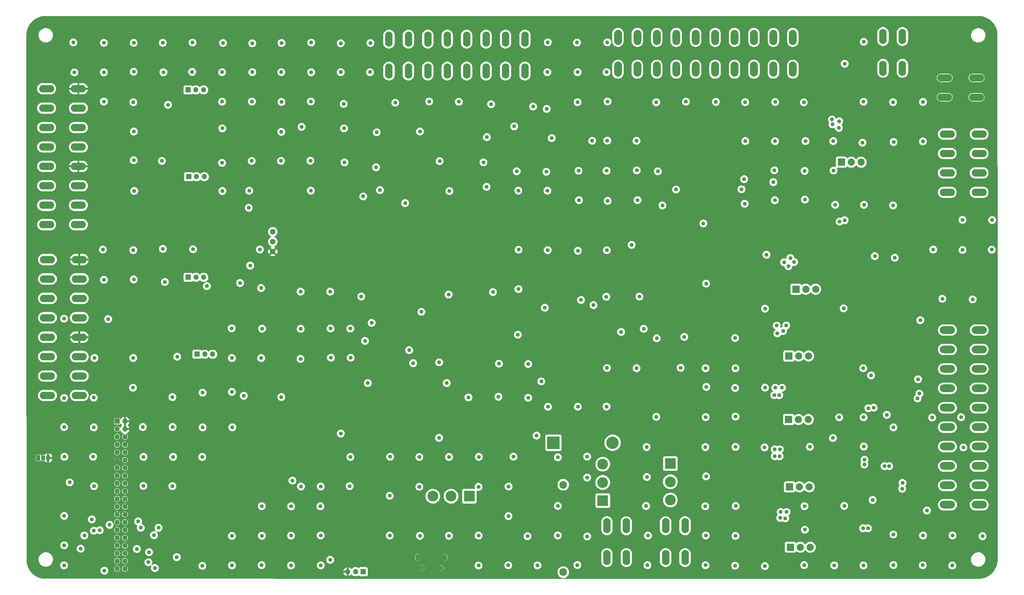
<source format=gbr>
%TF.GenerationSoftware,KiCad,Pcbnew,7.0.10*%
%TF.CreationDate,2024-12-15T12:01:29-06:00*%
%TF.ProjectId,karca_v2,6b617263-615f-4763-922e-6b696361645f,rev?*%
%TF.SameCoordinates,Original*%
%TF.FileFunction,Copper,L3,Inr*%
%TF.FilePolarity,Positive*%
%FSLAX46Y46*%
G04 Gerber Fmt 4.6, Leading zero omitted, Abs format (unit mm)*
G04 Created by KiCad (PCBNEW 7.0.10) date 2024-12-15 12:01:29*
%MOMM*%
%LPD*%
G01*
G04 APERTURE LIST*
%TA.AperFunction,ComponentPad*%
%ADD10R,1.350000X1.350000*%
%TD*%
%TA.AperFunction,ComponentPad*%
%ADD11O,1.350000X1.350000*%
%TD*%
%TA.AperFunction,ComponentPad*%
%ADD12R,2.775000X2.775000*%
%TD*%
%TA.AperFunction,ComponentPad*%
%ADD13C,2.775000*%
%TD*%
%TA.AperFunction,ComponentPad*%
%ADD14R,3.200000X3.200000*%
%TD*%
%TA.AperFunction,ComponentPad*%
%ADD15O,3.200000X3.200000*%
%TD*%
%TA.AperFunction,ComponentPad*%
%ADD16O,1.930400X3.860800*%
%TD*%
%TA.AperFunction,ComponentPad*%
%ADD17O,1.950000X3.900000*%
%TD*%
%TA.AperFunction,ComponentPad*%
%ADD18C,1.440000*%
%TD*%
%TA.AperFunction,ComponentPad*%
%ADD19O,3.860800X1.930400*%
%TD*%
%TA.AperFunction,ComponentPad*%
%ADD20R,1.845000X1.845000*%
%TD*%
%TA.AperFunction,ComponentPad*%
%ADD21C,1.845000*%
%TD*%
%TA.AperFunction,ComponentPad*%
%ADD22C,1.980000*%
%TD*%
%TA.AperFunction,ComponentPad*%
%ADD23R,1.050000X1.500000*%
%TD*%
%TA.AperFunction,ComponentPad*%
%ADD24O,1.050000X1.500000*%
%TD*%
%TA.AperFunction,ComponentPad*%
%ADD25O,3.900000X1.950000*%
%TD*%
%TA.AperFunction,ComponentPad*%
%ADD26O,1.200000X1.900000*%
%TD*%
%TA.AperFunction,ComponentPad*%
%ADD27C,1.450000*%
%TD*%
%TA.AperFunction,ViaPad*%
%ADD28C,1.016000*%
%TD*%
G04 APERTURE END LIST*
D10*
%TO.N,unconnected-(J7-Pin_1-Pad1)*%
%TO.C,J7*%
X54254400Y-145792400D03*
D11*
%TO.N,+5V*%
X56254400Y-145792400D03*
%TO.N,Net-(J7-Pin_3)*%
X54254400Y-147792400D03*
%TO.N,+5V*%
X56254400Y-147792400D03*
%TO.N,unconnected-(J7-Pin_5-Pad5)*%
X54254400Y-149792400D03*
%TO.N,GND*%
X56254400Y-149792400D03*
%TO.N,unconnected-(J7-Pin_7-Pad7)*%
X54254400Y-151792400D03*
%TO.N,unconnected-(J7-Pin_8-Pad8)*%
X56254400Y-151792400D03*
%TO.N,GND*%
X54254400Y-153792400D03*
%TO.N,unconnected-(J7-Pin_10-Pad10)*%
X56254400Y-153792400D03*
%TO.N,/Drivers/IGN_CTL*%
X54254400Y-155792400D03*
%TO.N,unconnected-(J7-Pin_12-Pad12)*%
X56254400Y-155792400D03*
%TO.N,/Drivers/DRV5_CTL*%
X54254400Y-157792400D03*
%TO.N,GND*%
X56254400Y-157792400D03*
%TO.N,/Drivers/DRV4_CTL*%
X54254400Y-159792400D03*
%TO.N,unconnected-(J7-Pin_16-Pad16)*%
X56254400Y-159792400D03*
%TO.N,unconnected-(J7-Pin_17-Pad17)*%
X54254400Y-161792400D03*
%TO.N,unconnected-(J7-Pin_18-Pad18)*%
X56254400Y-161792400D03*
%TO.N,/SPI.MOSI*%
X54254400Y-163792400D03*
%TO.N,unconnected-(J7-Pin_20-Pad20)*%
X56254400Y-163792400D03*
%TO.N,/SPI.MISO*%
X54254400Y-165792400D03*
%TO.N,/Load Cells/LC_CS*%
X56254400Y-165792400D03*
%TO.N,/SPI.CLK*%
X54254400Y-167792400D03*
%TO.N,/Raspberry Pi/ADC2_CS*%
X56254400Y-167792400D03*
%TO.N,GND*%
X54254400Y-169792400D03*
%TO.N,/Pressure Transducers/CS*%
X56254400Y-169792400D03*
%TO.N,unconnected-(J7-Pin_27-Pad27)*%
X54254400Y-171792400D03*
%TO.N,unconnected-(J7-Pin_28-Pad28)*%
X56254400Y-171792400D03*
%TO.N,unconnected-(J7-Pin_29-Pad29)*%
X54254400Y-173792400D03*
%TO.N,GND*%
X56254400Y-173792400D03*
%TO.N,/Drivers/DRV3_CTL*%
X54254400Y-175792400D03*
%TO.N,unconnected-(J7-Pin_32-Pad32)*%
X56254400Y-175792400D03*
%TO.N,/Drivers/DRV2_CTL*%
X54254400Y-177792400D03*
%TO.N,GND*%
X56254400Y-177792400D03*
%TO.N,/Drivers/DRV1_CTL*%
X54254400Y-179792400D03*
%TO.N,unconnected-(J7-Pin_36-Pad36)*%
X56254400Y-179792400D03*
%TO.N,/Raspberry Pi/RTC_CS*%
X54254400Y-181792400D03*
%TO.N,/Raspberry Pi/RTC_IRQ*%
X56254400Y-181792400D03*
%TO.N,GND*%
X54254400Y-183792400D03*
%TO.N,/Drivers/IGN_CONT*%
X56254400Y-183792400D03*
%TD*%
D12*
%TO.N,+12V*%
%TO.C,SW3*%
X144907000Y-165100000D03*
D13*
%TO.N,Net-(MD1-VIN)*%
X140207000Y-165100000D03*
%TO.N,N/C*%
X135507000Y-165100000D03*
%TD*%
D10*
%TO.N,/Regulators/Jumper*%
%TO.C,JP5*%
X117602000Y-184531000D03*
D11*
%TO.N,Net-(JP5-C)*%
X115602000Y-184531000D03*
%TO.N,+5V*%
X113602000Y-184531000D03*
%TD*%
D14*
%TO.N,/Regulators/battery_monitoring/Battery+*%
%TO.C,D1*%
X166544800Y-151332200D03*
D15*
%TO.N,Net-(D1-A)*%
X181784800Y-151332200D03*
%TD*%
D12*
%TO.N,Net-(SW2-A)*%
%TO.C,SW2*%
X179244800Y-166249400D03*
D13*
%TO.N,Net-(D1-A)*%
X179244800Y-161549400D03*
%TO.N,N/C*%
X179244800Y-156849400D03*
%TD*%
D16*
%TO.N,/thermocouples/thermocouple_amp/IN_1*%
%TO.C,J8*%
X124220000Y-55571000D03*
%TO.N,/thermocouples/thermocouple_amp/IN_2*%
X129220000Y-55571000D03*
%TO.N,/thermocouples/thermocouple_amp1/IN_1*%
X134220000Y-55571000D03*
%TO.N,/thermocouples/thermocouple_amp1/IN_2*%
X139220000Y-55571000D03*
%TO.N,/thermocouples/thermocouple_amp2/IN_1*%
X144220000Y-55571000D03*
%TO.N,/thermocouples/thermocouple_amp2/IN_2*%
X149220000Y-55571000D03*
%TO.N,/thermocouples/thermocouple_amp3/IN_1*%
X154220000Y-55571000D03*
%TO.N,/thermocouples/thermocouple_amp3/IN_2*%
X159220000Y-55571000D03*
%TO.N,N/C*%
X124220000Y-47371000D03*
X129220000Y-47371000D03*
X134220000Y-47371000D03*
X139220000Y-47371000D03*
X144220000Y-47371000D03*
X149220000Y-47371000D03*
X154220000Y-47371000D03*
X159220000Y-47371000D03*
%TD*%
D10*
%TO.N,Net-(JP1-A)*%
%TO.C,JP1*%
X72517000Y-60452000D03*
D11*
%TO.N,Net-(JP1-C)*%
X74517000Y-60452000D03*
%TO.N,Net-(JP1-B)*%
X76517000Y-60452000D03*
%TD*%
D17*
%TO.N,/Pressure Transducers/12V_Reg*%
%TO.C,J6*%
X183163200Y-55113800D03*
%TO.N,/Pressure Transducers/pt_circuitry/IN*%
X188163200Y-55113800D03*
%TO.N,/Pressure Transducers/12V_Reg*%
X193163200Y-55113800D03*
%TO.N,/Pressure Transducers/pt_circuitry1/IN*%
X198163200Y-55113800D03*
%TO.N,/Pressure Transducers/12V_Reg*%
X203163200Y-55113800D03*
%TO.N,/Pressure Transducers/pt_circuitry2/IN*%
X208163200Y-55113800D03*
%TO.N,/Pressure Transducers/12V_Reg*%
X213163200Y-55113800D03*
%TO.N,/Pressure Transducers/pt_circuitry3/IN*%
X218163200Y-55113800D03*
%TO.N,GND*%
X223163200Y-55113800D03*
X228163200Y-55113800D03*
%TO.N,N/C*%
X183163200Y-46913800D03*
X188163200Y-46913800D03*
X193163200Y-46913800D03*
X198163200Y-46913800D03*
X203163200Y-46913800D03*
X208163200Y-46913800D03*
X213163200Y-46913800D03*
X218163200Y-46913800D03*
X223163200Y-46913800D03*
X228163200Y-46913800D03*
%TD*%
D18*
%TO.N,GND*%
%TO.C,RV1*%
X94314400Y-96988600D03*
%TO.N,/Load Cells/IN_AMP_VREF*%
X94314400Y-99528600D03*
%TO.N,+5V*%
X94314400Y-102068600D03*
%TD*%
D19*
%TO.N,+12V*%
%TO.C,J11*%
X276124800Y-71822607D03*
%TO.N,/Drivers/IGN_POS_OUT*%
X267924800Y-76822607D03*
%TO.N,/Drivers/IGN_NEG*%
X267924800Y-81822607D03*
%TO.N,GND*%
X267924800Y-86822607D03*
%TO.N,N/C*%
X267924800Y-71822607D03*
X276124800Y-76822607D03*
X276124800Y-81822607D03*
X276124800Y-86822607D03*
%TD*%
D20*
%TO.N,Net-(Q3-G)*%
%TO.C,Q3*%
X240665000Y-79070200D03*
D21*
%TO.N,/Drivers/IGN_NEG*%
X243205000Y-79070200D03*
%TO.N,GND*%
X245745000Y-79070200D03*
%TD*%
D16*
%TO.N,Net-(J1-Pin_1)*%
%TO.C,J1*%
X200427200Y-172703400D03*
%TO.N,GND*%
X195427200Y-172703400D03*
%TO.N,N/C*%
X200427200Y-180903400D03*
X195427200Y-180903400D03*
%TD*%
%TO.N,/Drivers/IGN_POS*%
%TO.C,J10*%
X251371384Y-54883800D03*
%TO.N,/Drivers/IGN_POS_OUT*%
X256371384Y-54883800D03*
%TO.N,N/C*%
X251371384Y-46683800D03*
X256371384Y-46683800D03*
%TD*%
D20*
%TO.N,Net-(Q4-G)*%
%TO.C,Q4*%
X228959600Y-111786200D03*
D21*
%TO.N,/Drivers/MOS1*%
X231499600Y-111786200D03*
%TO.N,GND*%
X234039600Y-111786200D03*
%TD*%
D10*
%TO.N,Net-(JP4-A)*%
%TO.C,JP4*%
X74835000Y-128524000D03*
D11*
%TO.N,Net-(JP4-C)*%
X76835000Y-128524000D03*
%TO.N,Net-(JP4-B)*%
X78835000Y-128524000D03*
%TD*%
D20*
%TO.N,Net-(Q7-G)*%
%TO.C,Q7*%
X227334300Y-162687000D03*
D21*
%TO.N,/Drivers/MOS4*%
X229874300Y-162687000D03*
%TO.N,GND*%
X232414300Y-162687000D03*
%TD*%
D12*
%TO.N,+12V*%
%TO.C,SW1*%
X196645000Y-156687400D03*
D13*
%TO.N,Net-(J1-Pin_1)*%
X196645000Y-161387400D03*
%TO.N,N/C*%
X196645000Y-166087400D03*
%TD*%
D16*
%TO.N,GND*%
%TO.C,J2*%
X185318000Y-172703400D03*
%TO.N,Net-(J2-Pin_2)*%
X180318000Y-172703400D03*
%TO.N,N/C*%
X185318000Y-180903400D03*
X180318000Y-180903400D03*
%TD*%
D10*
%TO.N,Net-(JP3-A)*%
%TO.C,JP3*%
X72549000Y-108712000D03*
D11*
%TO.N,Net-(JP3-C)*%
X74549000Y-108712000D03*
%TO.N,Net-(JP3-B)*%
X76549000Y-108712000D03*
%TD*%
D20*
%TO.N,Net-(Q5-G)*%
%TO.C,Q5*%
X227156500Y-128981200D03*
D21*
%TO.N,/Drivers/MOS2*%
X229696500Y-128981200D03*
%TO.N,GND*%
X232236500Y-128981200D03*
%TD*%
D22*
%TO.N,Net-(J2-Pin_2)*%
%TO.C,F1*%
X169084800Y-184654800D03*
%TO.N,Net-(SW2-A)*%
X169084800Y-162154800D03*
%TD*%
D23*
%TO.N,Net-(Q2-E)*%
%TO.C,Q2*%
X33959800Y-155223800D03*
D24*
%TO.N,Net-(Q2-B)*%
X35229800Y-155223800D03*
%TO.N,+5V*%
X36499800Y-155223800D03*
%TD*%
D10*
%TO.N,Net-(JP2-A)*%
%TO.C,JP2*%
X72676000Y-82804000D03*
D11*
%TO.N,Net-(JP2-C)*%
X74676000Y-82804000D03*
%TO.N,Net-(JP2-B)*%
X76676000Y-82804000D03*
%TD*%
D25*
%TO.N,/Drivers/driver_nmos/DRV_POS*%
%TO.C,J9*%
X267948800Y-122298400D03*
%TO.N,/Drivers/DRV1_NEG*%
X267948800Y-127298400D03*
%TO.N,/Drivers/driver_nmos1/DRV_POS*%
X267948800Y-132298400D03*
%TO.N,/Drivers/DRV2_NEG*%
X267948800Y-137298400D03*
%TO.N,/Drivers/driver_nmos2/DRV_POS*%
X267948800Y-142298400D03*
%TO.N,/Drivers/DRV3_NEG*%
X267948800Y-147298400D03*
%TO.N,/Drivers/driver_nmos3/DRV_POS*%
X267948800Y-152298400D03*
%TO.N,/Drivers/DRV4_NEG*%
X267948800Y-157298400D03*
%TO.N,/Drivers/driver_nmos4/DRV_POS*%
X267948800Y-162298400D03*
%TO.N,/Drivers/DRV5_NEG*%
X267948800Y-167298400D03*
%TO.N,N/C*%
X276148800Y-122298400D03*
X276148800Y-127298400D03*
X276148800Y-132298400D03*
X276148800Y-137298400D03*
X276148800Y-142298400D03*
X276148800Y-147298400D03*
X276148800Y-152298400D03*
X276148800Y-157298400D03*
X276148800Y-162298400D03*
X276148800Y-167298400D03*
%TD*%
D20*
%TO.N,Net-(Q8-G)*%
%TO.C,Q8*%
X227562900Y-178231800D03*
D21*
%TO.N,/Drivers/MOS5*%
X230102900Y-178231800D03*
%TO.N,GND*%
X232642900Y-178231800D03*
%TD*%
D19*
%TO.N,/Drivers/IGN_POS_OUT*%
%TO.C,J12*%
X267263000Y-57340784D03*
%TO.N,GND*%
X267263000Y-62340784D03*
%TO.N,N/C*%
X275463000Y-57340784D03*
X275463000Y-62340784D03*
%TD*%
%TO.N,+5V*%
%TO.C,J5*%
X44520600Y-104142194D03*
%TO.N,/Load Cells/LC_Amplification2/IN1*%
X44520600Y-109142194D03*
%TO.N,/Load Cells/LC_Amplification2/IN2*%
X44520600Y-114142194D03*
%TO.N,GND*%
X44520600Y-119142194D03*
%TO.N,+5V*%
X44520600Y-124142194D03*
%TO.N,/Load Cells/LC_Amplification3/IN1*%
X44520600Y-129142194D03*
%TO.N,/Load Cells/LC_Amplification3/IN2*%
X44520600Y-134142194D03*
%TO.N,GND*%
X44520600Y-139142194D03*
%TO.N,N/C*%
X36320600Y-139142194D03*
X36320600Y-134142194D03*
X36320600Y-129142194D03*
X36320600Y-124142194D03*
X36320600Y-119142194D03*
X36320600Y-114142194D03*
X36320600Y-109142194D03*
X36320600Y-104142194D03*
%TD*%
D26*
%TO.N,GND*%
%TO.C,J3*%
X138598000Y-180870500D03*
D27*
X137598000Y-183570500D03*
X132598000Y-183570500D03*
D26*
X131598000Y-180870500D03*
%TD*%
D20*
%TO.N,Net-(Q6-G)*%
%TO.C,Q6*%
X227087600Y-145336000D03*
D21*
%TO.N,/Drivers/MOS3*%
X229627600Y-145336000D03*
%TO.N,GND*%
X232167600Y-145336000D03*
%TD*%
D19*
%TO.N,+5V*%
%TO.C,J4*%
X44293400Y-60144600D03*
%TO.N,/Load Cells/LC_Amplification/IN1*%
X44293400Y-65144600D03*
%TO.N,/Load Cells/LC_Amplification/IN2*%
X44293400Y-70144600D03*
%TO.N,GND*%
X44293400Y-75144600D03*
%TO.N,+5V*%
X44293400Y-80144600D03*
%TO.N,/Load Cells/LC_Amplification1/IN1*%
X44293400Y-85144600D03*
%TO.N,/Load Cells/LC_Amplification1/IN2*%
X44293400Y-90144600D03*
%TO.N,GND*%
X44293400Y-95144600D03*
%TO.N,N/C*%
X36093400Y-60144600D03*
X36093400Y-65144600D03*
X36093400Y-70144600D03*
X36093400Y-75144600D03*
X36093400Y-80144600D03*
X36093400Y-85144600D03*
X36093400Y-90144600D03*
X36093400Y-95144600D03*
%TD*%
D28*
%TO.N,+12V*%
X241503200Y-94005400D03*
X226491800Y-121081800D03*
X238252000Y-68072000D03*
X225907600Y-104851200D03*
X227025200Y-105867200D03*
X224028000Y-121158000D03*
X224764612Y-154813000D03*
X238379000Y-69342000D03*
X225653600Y-122555000D03*
X224205800Y-123164600D03*
X227533246Y-103733646D03*
X224917000Y-170688000D03*
X226237800Y-170789600D03*
X240106200Y-68529200D03*
X228498400Y-104800400D03*
X226568000Y-169164000D03*
X240030000Y-70231000D03*
X224815388Y-153034988D03*
X223393000Y-139065000D03*
X223520000Y-154813000D03*
X225374209Y-137160009D03*
X225044000Y-169164000D03*
X240207800Y-94361000D03*
X223520000Y-153035000D03*
X224663000Y-139065000D03*
X223647000Y-137160000D03*
%TO.N,GND*%
X190398400Y-167614600D03*
X101727000Y-69977000D03*
X68656200Y-154965400D03*
X214960200Y-86029800D03*
X134569200Y-63423800D03*
X150520400Y-64135000D03*
X91313000Y-111480600D03*
X40640000Y-170180000D03*
X220903800Y-152527000D03*
X121081800Y-71374000D03*
X205917800Y-136931400D03*
X172821600Y-142062200D03*
X164719000Y-81534000D03*
X254101600Y-73863200D03*
X274447000Y-114401600D03*
X139573000Y-113157000D03*
X119456200Y-48361600D03*
X81330800Y-86487000D03*
X194589400Y-90195400D03*
X104114600Y-63423800D03*
X68503800Y-139573000D03*
X261670800Y-63550800D03*
X246481600Y-90043000D03*
X42037000Y-161544000D03*
X101473000Y-112395000D03*
X180162200Y-113715800D03*
X88950800Y-63449200D03*
X223443800Y-81178400D03*
X96570800Y-48361600D03*
X213385400Y-175336200D03*
X81330800Y-70358000D03*
X132029200Y-154990800D03*
X279374600Y-101600000D03*
X269265400Y-175209200D03*
X91516200Y-175285400D03*
X60985400Y-162458400D03*
X125831600Y-63754000D03*
X167665400Y-167614600D03*
X157403800Y-123520200D03*
X188671200Y-113690400D03*
X91465400Y-167665400D03*
X180289200Y-101752400D03*
X83794600Y-129514600D03*
X190881000Y-175234600D03*
X180238400Y-55880000D03*
X104216200Y-48260000D03*
X172745400Y-63601600D03*
X213385400Y-132156200D03*
X58420000Y-101701600D03*
X190754000Y-182854600D03*
X40589200Y-147294600D03*
X266649200Y-114223800D03*
X101574600Y-162585400D03*
X213410800Y-152400000D03*
X48310800Y-162483800D03*
X246430800Y-152298400D03*
X48234600Y-139700000D03*
X114096800Y-162483800D03*
X160045400Y-139750800D03*
X43256200Y-55956200D03*
X269214600Y-182956200D03*
X215900000Y-63601600D03*
X180467000Y-63423800D03*
X246303800Y-132156200D03*
X193421000Y-81432400D03*
X96443800Y-78740000D03*
X40690800Y-154940000D03*
X91440000Y-182854600D03*
X147269200Y-162687000D03*
X50571400Y-101574600D03*
X279476200Y-93980000D03*
X175260000Y-175437800D03*
X152400000Y-139471400D03*
X132562600Y-117602000D03*
X205765400Y-175209200D03*
X96545400Y-63550800D03*
X231165400Y-167665400D03*
X77343000Y-110998000D03*
X58521600Y-55778400D03*
X239091739Y-90055975D03*
X76250800Y-147370800D03*
X172999400Y-81280000D03*
X205638400Y-167690800D03*
X124409200Y-164998400D03*
X221005400Y-116789200D03*
X109093000Y-181483000D03*
X213309200Y-124358400D03*
X50825400Y-55905400D03*
X231267000Y-173736000D03*
X160045400Y-131064000D03*
X231216200Y-81305400D03*
X213461600Y-167614600D03*
X173126400Y-88849200D03*
X119329200Y-55880000D03*
X117602000Y-87884000D03*
X213309200Y-182981600D03*
X186696382Y-100336382D03*
X58547000Y-71170800D03*
X50850800Y-109372400D03*
X83794600Y-175336200D03*
X139649200Y-175285400D03*
X162433000Y-182905400D03*
X272059400Y-152552400D03*
X139090400Y-135966200D03*
X67335400Y-64287400D03*
X213309200Y-137236200D03*
X188188600Y-88823800D03*
X88138000Y-90805000D03*
X137261600Y-78790800D03*
X205841600Y-110337600D03*
X254431800Y-103682800D03*
X109093000Y-112395000D03*
X60883800Y-147294600D03*
X246100600Y-74041000D03*
X96520000Y-139547600D03*
X51943000Y-119481600D03*
X205714600Y-132130800D03*
X223596200Y-73660000D03*
X220980000Y-183108600D03*
X167665400Y-175209200D03*
X254025400Y-174929800D03*
X44860976Y-178608224D03*
X223545400Y-88874600D03*
X132029200Y-162661600D03*
X106654600Y-175209200D03*
X271830800Y-93903800D03*
X232562400Y-152374600D03*
X58420000Y-63627000D03*
X99009200Y-182930800D03*
X58648600Y-86461600D03*
X223621600Y-63576200D03*
X154965400Y-170230800D03*
X73660000Y-48260000D03*
X180213000Y-142011400D03*
X103987600Y-78689200D03*
X249275600Y-103251000D03*
X241401600Y-167589200D03*
X111810800Y-55880000D03*
X149428200Y-72618600D03*
X165074600Y-101727000D03*
X241249200Y-116713000D03*
X40614600Y-139801600D03*
X205155800Y-94843600D03*
X118770400Y-135966200D03*
X106680000Y-182905400D03*
X99009200Y-175260000D03*
X180416200Y-73507600D03*
X277012400Y-175387000D03*
X246430800Y-48082200D03*
X99060000Y-167690800D03*
X157505400Y-86385400D03*
X157581600Y-101600000D03*
X112649000Y-70358000D03*
X205841600Y-159994600D03*
X231089200Y-182854600D03*
X117094000Y-113665000D03*
X246380000Y-144754600D03*
X156464000Y-69850000D03*
X213410800Y-144602200D03*
X231267000Y-88722200D03*
X252363311Y-144145069D03*
X187934600Y-73558400D03*
X62306200Y-182118000D03*
X48260000Y-147370800D03*
X215925400Y-73634600D03*
X271475200Y-144754600D03*
X152527000Y-130962400D03*
X164973000Y-55880000D03*
X164820600Y-65354200D03*
X137134600Y-130632200D03*
X155016200Y-162610800D03*
X150977600Y-112522000D03*
X96520000Y-71247000D03*
X83896200Y-147345400D03*
X139674600Y-154990800D03*
X193014600Y-63627000D03*
X68478400Y-162483800D03*
X208356200Y-63525400D03*
X73787000Y-101498400D03*
X172618400Y-48260000D03*
X90982800Y-101549200D03*
X261645400Y-73710800D03*
X128371600Y-89585800D03*
X65786000Y-78740000D03*
X83820000Y-182905400D03*
X230987600Y-63652400D03*
X264312400Y-101574600D03*
X61036200Y-154965400D03*
X81280000Y-63474600D03*
X58343800Y-137160000D03*
X89052400Y-55880000D03*
X157556200Y-111760000D03*
X60325000Y-173228000D03*
X154940000Y-182880000D03*
X238836200Y-182905400D03*
X205689200Y-182880000D03*
X73558400Y-55803800D03*
X81508600Y-48361600D03*
X157099000Y-81407000D03*
X106578400Y-167690800D03*
X147345400Y-154965400D03*
X76200000Y-183032400D03*
X68529200Y-147269200D03*
X200232776Y-124058176D03*
X119761000Y-120446800D03*
X149352000Y-85420200D03*
X205663800Y-152425400D03*
X88900000Y-78740000D03*
X120904000Y-80391000D03*
X261696200Y-175209200D03*
X83794600Y-138252200D03*
X161315400Y-64744600D03*
X231419400Y-73634600D03*
X240106200Y-144780000D03*
X124536200Y-154940000D03*
X111810800Y-48437800D03*
X50825400Y-48336200D03*
X180340000Y-132080000D03*
X261620000Y-182880000D03*
X148539200Y-79095600D03*
X104114600Y-86385400D03*
X198120000Y-86106000D03*
X180416200Y-48183800D03*
X109194600Y-121894600D03*
X176530000Y-73558400D03*
X114300000Y-154990800D03*
X193040000Y-144653000D03*
X190525400Y-152425400D03*
X271856200Y-101676200D03*
X166116000Y-72872600D03*
X58521600Y-109270800D03*
X139776200Y-86512400D03*
X200660000Y-63474600D03*
X165150800Y-142062200D03*
X246380000Y-63500000D03*
X85877400Y-110185200D03*
X66014600Y-48310800D03*
X96520000Y-55880000D03*
X114274600Y-121920000D03*
X163423600Y-135534400D03*
X48412400Y-129489200D03*
X88239600Y-86410800D03*
X162219000Y-149483600D03*
X40589200Y-119380000D03*
X164338000Y-116560600D03*
X175234600Y-160299400D03*
X101498400Y-121970800D03*
X81280000Y-55880000D03*
X221005400Y-137134600D03*
X215646000Y-83439000D03*
X165100000Y-48183800D03*
X254076200Y-182803800D03*
X40589200Y-182905400D03*
X180517800Y-89027000D03*
X199313800Y-132003800D03*
X58521600Y-78562200D03*
X253974600Y-90195400D03*
X190601600Y-160147000D03*
X238506000Y-150114000D03*
X205740000Y-144729200D03*
X172821600Y-101879400D03*
X83743800Y-121843800D03*
X180238400Y-81280000D03*
X167690800Y-155067000D03*
X106654600Y-162585400D03*
X76174600Y-154990800D03*
X156260800Y-154914600D03*
X91338400Y-129514600D03*
X187985400Y-81178400D03*
X165023800Y-86410800D03*
X69697600Y-129159000D03*
X172770800Y-55880000D03*
X81254600Y-79248000D03*
X112776000Y-79121000D03*
X109296200Y-129413000D03*
X42976800Y-48234600D03*
X48260000Y-173990000D03*
X89052400Y-48437800D03*
X193141600Y-124434600D03*
X58521600Y-48336200D03*
X50850800Y-63449200D03*
X112547400Y-64084200D03*
X104190800Y-55905400D03*
X238658400Y-81203800D03*
X66548000Y-109905800D03*
X101447600Y-129717800D03*
X132181600Y-175285400D03*
X124409200Y-175234600D03*
X48082200Y-154940000D03*
X58394600Y-129489200D03*
X147294600Y-175234600D03*
X241528600Y-53721000D03*
X221390976Y-102899976D03*
X238582200Y-73634600D03*
X253949200Y-63601600D03*
X76250800Y-138430000D03*
X147269200Y-182956200D03*
X121894600Y-86258400D03*
X175234600Y-154889200D03*
X40640000Y-177723800D03*
X66167000Y-55905400D03*
X264033000Y-144830800D03*
X144678400Y-139623800D03*
X215773000Y-89763600D03*
X142214600Y-63500000D03*
X172720000Y-182803800D03*
X246354600Y-182930800D03*
X187960000Y-132130800D03*
X114376200Y-129438400D03*
X132181600Y-71170800D03*
X66040000Y-101396800D03*
X91567000Y-121945400D03*
%TO.N,+5V*%
X69723000Y-134772400D03*
X150164800Y-134093700D03*
X67741800Y-68732400D03*
X50368200Y-77114400D03*
X147955000Y-76454000D03*
X119684800Y-63195200D03*
X171577000Y-117805200D03*
X85775800Y-98399600D03*
X158623000Y-68986400D03*
X209804000Y-70231000D03*
X136958682Y-117803318D03*
X134975600Y-94441400D03*
X176707800Y-137007600D03*
X48260000Y-177038000D03*
X251663200Y-120624600D03*
X105029000Y-68199000D03*
X169646600Y-114223800D03*
X156413200Y-172237400D03*
X60325000Y-176403000D03*
X112141000Y-76200000D03*
X38836600Y-169748200D03*
X126822200Y-133934200D03*
X67538600Y-91236800D03*
X154101800Y-152171400D03*
X106730800Y-95224600D03*
X154660600Y-64287400D03*
X50647600Y-124637800D03*
X130022600Y-76479400D03*
X209550000Y-95580200D03*
X67106800Y-116535200D03*
X124008400Y-118009579D03*
X257327400Y-149428200D03*
X164236400Y-76631800D03*
X152196800Y-117017800D03*
X141173200Y-68707000D03*
%TO.N,/Drivers/IGN_CTL*%
X223139000Y-84201000D03*
%TO.N,/Drivers/DRV5_CTL*%
X111842370Y-148951770D03*
%TO.N,/Drivers/DRV4_CTL*%
X99390200Y-161086800D03*
%TO.N,/SPI.MOSI*%
X45821600Y-175209200D03*
X64897000Y-173228000D03*
X62484000Y-179501800D03*
%TO.N,/SPI.MISO*%
X52324000Y-172466000D03*
%TO.N,/Load Cells/LC_CS*%
X63754000Y-175133000D03*
%TO.N,/Raspberry Pi/ADC2_CS*%
X59672853Y-171594406D03*
%TO.N,/Pressure Transducers/CS*%
X59334400Y-178689000D03*
%TO.N,/Drivers/DRV3_CTL*%
X50977800Y-184277000D03*
%TO.N,/Drivers/DRV1_CTL*%
X69608700Y-180784500D03*
%TO.N,/Raspberry Pi/RTC_IRQ*%
X47752000Y-171069000D03*
X49784000Y-173863000D03*
%TO.N,/Drivers/IGN_CONT*%
X63957200Y-183616600D03*
%TO.N,/Drivers/DRV2_NEG*%
X260273800Y-139928600D03*
X260731000Y-138684000D03*
%TO.N,/Drivers/DRV3_NEG*%
X254076200Y-147370688D03*
%TO.N,/Drivers/DRV4_NEG*%
X252984000Y-157353000D03*
X251764800Y-157353000D03*
%TO.N,/Drivers/DRV5_NEG*%
X256311400Y-163169600D03*
X256413000Y-161671000D03*
%TO.N,/Drivers/driver_nmos2/DRV_POS*%
X247599200Y-142417800D03*
X248978404Y-142298400D03*
%TO.N,/Drivers/driver_nmos3/DRV_POS*%
X246634000Y-155702000D03*
X246583200Y-156921200D03*
%TO.N,/Drivers/driver_nmos4/DRV_POS*%
X246253000Y-173355000D03*
X247497600Y-173355000D03*
%TO.N,/Drivers/DRV5_ADC*%
X262686800Y-168783000D03*
X118040900Y-125095000D03*
%TO.N,/DRV1_ADC*%
X173659800Y-114554000D03*
X260985000Y-119761000D03*
%TO.N,/DRV2_ADC*%
X260400800Y-134975600D03*
X176867300Y-115874800D03*
%TO.N,/DRV3_ADC*%
X183972200Y-122783600D03*
X248310400Y-133985000D03*
%TO.N,/DRV4_ADC*%
X248716800Y-166065200D03*
X189788800Y-121996200D03*
%TO.N,Net-(U21-REF)*%
X88493600Y-105689400D03*
X86868000Y-139217400D03*
%TO.N,Net-(U34-CH1)*%
X130458976Y-130817100D03*
X137109200Y-150063200D03*
%TO.N,/Regulators/battery_monitoring/BAT_CUR*%
X129413000Y-127482600D03*
X159867600Y-175387000D03*
%TD*%
%TA.AperFunction,Conductor*%
%TO.N,+5V*%
G36*
X56504400Y-147476714D02*
G01*
X56492445Y-147464759D01*
X56379548Y-147407235D01*
X56285881Y-147392400D01*
X56222919Y-147392400D01*
X56129252Y-147407235D01*
X56016355Y-147464759D01*
X56004400Y-147476714D01*
X56004400Y-146108086D01*
X56016355Y-146120041D01*
X56129252Y-146177565D01*
X56222919Y-146192400D01*
X56285881Y-146192400D01*
X56379548Y-146177565D01*
X56492445Y-146120041D01*
X56504400Y-146108086D01*
X56504400Y-147476714D01*
G37*
%TD.AperFunction*%
%TA.AperFunction,Conductor*%
G36*
X276507942Y-41428788D02*
G01*
X276523135Y-41430682D01*
X276523607Y-41430743D01*
X276721369Y-41456780D01*
X276730554Y-41458345D01*
X276940076Y-41502277D01*
X276941056Y-41502488D01*
X277136786Y-41545880D01*
X277145301Y-41548089D01*
X277350065Y-41609050D01*
X277351725Y-41609559D01*
X277543096Y-41669898D01*
X277550853Y-41672631D01*
X277749763Y-41750246D01*
X277751913Y-41751111D01*
X277937424Y-41827952D01*
X277944372Y-41831086D01*
X278112303Y-41913182D01*
X278135987Y-41924761D01*
X278138783Y-41926172D01*
X278316820Y-42018852D01*
X278323036Y-42022318D01*
X278506193Y-42131455D01*
X278509329Y-42133387D01*
X278572891Y-42173881D01*
X278678682Y-42241278D01*
X278684110Y-42244941D01*
X278857584Y-42368799D01*
X278861016Y-42371340D01*
X279020312Y-42493572D01*
X279024967Y-42497326D01*
X279187626Y-42635091D01*
X279191238Y-42638272D01*
X279339325Y-42773969D01*
X279343207Y-42777686D01*
X279493912Y-42928391D01*
X279497632Y-42932276D01*
X279633321Y-43080355D01*
X279636507Y-43083972D01*
X279774272Y-43246631D01*
X279778026Y-43251286D01*
X279900258Y-43410582D01*
X279902799Y-43414014D01*
X280026657Y-43587488D01*
X280030320Y-43592916D01*
X280138200Y-43762252D01*
X280140143Y-43765405D01*
X280249280Y-43948562D01*
X280252746Y-43954778D01*
X280345426Y-44132815D01*
X280346837Y-44135611D01*
X280440499Y-44327197D01*
X280443660Y-44334205D01*
X280520451Y-44519595D01*
X280521391Y-44521934D01*
X280555138Y-44608417D01*
X280598959Y-44720723D01*
X280601702Y-44728509D01*
X280662002Y-44919754D01*
X280662586Y-44921660D01*
X280723505Y-45126284D01*
X280725721Y-45134827D01*
X280769071Y-45330366D01*
X280769371Y-45331759D01*
X280813244Y-45541001D01*
X280814822Y-45550260D01*
X280825031Y-45627797D01*
X280826092Y-45643875D01*
X280885900Y-113944401D01*
X280885900Y-181382637D01*
X280885794Y-181387761D01*
X280876925Y-181602186D01*
X280876913Y-181602471D01*
X280868348Y-181798628D01*
X280867514Y-181808557D01*
X280840968Y-182021521D01*
X280840859Y-182022369D01*
X280814822Y-182220136D01*
X280813244Y-182229396D01*
X280769371Y-182438639D01*
X280769071Y-182440032D01*
X280725721Y-182635571D01*
X280723505Y-182644114D01*
X280662586Y-182848738D01*
X280662002Y-182850644D01*
X280601702Y-183041889D01*
X280598959Y-183049675D01*
X280521408Y-183248424D01*
X280520451Y-183250803D01*
X280443660Y-183436193D01*
X280440499Y-183443201D01*
X280346837Y-183634787D01*
X280345426Y-183637583D01*
X280252746Y-183815620D01*
X280249280Y-183821836D01*
X280140143Y-184004993D01*
X280138200Y-184008146D01*
X280030320Y-184177482D01*
X280026657Y-184182910D01*
X279902799Y-184356384D01*
X279900258Y-184359816D01*
X279778026Y-184519112D01*
X279774272Y-184523767D01*
X279636507Y-184686426D01*
X279633308Y-184690058D01*
X279497654Y-184838099D01*
X279493912Y-184842007D01*
X279343207Y-184992712D01*
X279339299Y-184996454D01*
X279191258Y-185132108D01*
X279187626Y-185135307D01*
X279024967Y-185273072D01*
X279020312Y-185276826D01*
X278861016Y-185399058D01*
X278857584Y-185401599D01*
X278684110Y-185525457D01*
X278678682Y-185529120D01*
X278509346Y-185637000D01*
X278506193Y-185638943D01*
X278323036Y-185748080D01*
X278316820Y-185751546D01*
X278138783Y-185844226D01*
X278135987Y-185845637D01*
X277944401Y-185939299D01*
X277937393Y-185942460D01*
X277752003Y-186019251D01*
X277749624Y-186020208D01*
X277550875Y-186097759D01*
X277543089Y-186100502D01*
X277351844Y-186160802D01*
X277349938Y-186161386D01*
X277145314Y-186222305D01*
X277136771Y-186224521D01*
X276941232Y-186267871D01*
X276939839Y-186268171D01*
X276730596Y-186312044D01*
X276721336Y-186313622D01*
X276523569Y-186339659D01*
X276522721Y-186339768D01*
X276309757Y-186366314D01*
X276299828Y-186367148D01*
X276103781Y-186375708D01*
X276103497Y-186375720D01*
X275888963Y-186384594D01*
X275883838Y-186384700D01*
X169318724Y-186384700D01*
X169251685Y-186365015D01*
X169205930Y-186312211D01*
X169195986Y-186243053D01*
X169225011Y-186179497D01*
X169283789Y-186141723D01*
X169298314Y-186138391D01*
X169453921Y-186112425D01*
X169688804Y-186031790D01*
X169907211Y-185913594D01*
X170103185Y-185761061D01*
X170271380Y-185578352D01*
X170407208Y-185370452D01*
X170506965Y-185143030D01*
X170567928Y-184902290D01*
X170580597Y-184749399D01*
X170588436Y-184654805D01*
X170588436Y-184654794D01*
X170567928Y-184407313D01*
X170567928Y-184407310D01*
X170506965Y-184166570D01*
X170407208Y-183939148D01*
X170271380Y-183731248D01*
X170103185Y-183548539D01*
X170103180Y-183548535D01*
X170103178Y-183548533D01*
X169907215Y-183396009D01*
X169907210Y-183396005D01*
X169688805Y-183277810D01*
X169688800Y-183277808D01*
X169453924Y-183197175D01*
X169270207Y-183166518D01*
X169208969Y-183156300D01*
X168960631Y-183156300D01*
X168911640Y-183164475D01*
X168715675Y-183197175D01*
X168480799Y-183277808D01*
X168480794Y-183277810D01*
X168262389Y-183396005D01*
X168262384Y-183396009D01*
X168066421Y-183548533D01*
X168066418Y-183548536D01*
X168066415Y-183548538D01*
X168066415Y-183548539D01*
X167929928Y-183696804D01*
X167898220Y-183731248D01*
X167762390Y-183939151D01*
X167662635Y-184166569D01*
X167601671Y-184407313D01*
X167581164Y-184654794D01*
X167581164Y-184654805D01*
X167601671Y-184902286D01*
X167662635Y-185143030D01*
X167745408Y-185331734D01*
X167762392Y-185370452D01*
X167898220Y-185578352D01*
X168066415Y-185761061D01*
X168262389Y-185913594D01*
X168480796Y-186031790D01*
X168480799Y-186031791D01*
X168715675Y-186112424D01*
X168715677Y-186112424D01*
X168715679Y-186112425D01*
X168871286Y-186138391D01*
X168934171Y-186168841D01*
X168970610Y-186228456D01*
X168969035Y-186298308D01*
X168929945Y-186356220D01*
X168865752Y-186383804D01*
X168850876Y-186384700D01*
X155135842Y-186384700D01*
X35052348Y-186311491D01*
X35026978Y-186308852D01*
X34832959Y-186268171D01*
X34831566Y-186267871D01*
X34636027Y-186224521D01*
X34627484Y-186222305D01*
X34422860Y-186161386D01*
X34420954Y-186160802D01*
X34229709Y-186100502D01*
X34221923Y-186097759D01*
X34093385Y-186047604D01*
X34023134Y-186020191D01*
X34020795Y-186019251D01*
X33835405Y-185942460D01*
X33828397Y-185939299D01*
X33636811Y-185845637D01*
X33634015Y-185844226D01*
X33455978Y-185751546D01*
X33449762Y-185748080D01*
X33266605Y-185638943D01*
X33263452Y-185637000D01*
X33094116Y-185529120D01*
X33088688Y-185525457D01*
X32915214Y-185401599D01*
X32911782Y-185399058D01*
X32752486Y-185276826D01*
X32747831Y-185273072D01*
X32585172Y-185135307D01*
X32581555Y-185132121D01*
X32433476Y-184996432D01*
X32429591Y-184992712D01*
X32278886Y-184842007D01*
X32275169Y-184838125D01*
X32139472Y-184690038D01*
X32136291Y-184686426D01*
X31998526Y-184523767D01*
X31994772Y-184519112D01*
X31872540Y-184359816D01*
X31869999Y-184356384D01*
X31813320Y-184277000D01*
X49956382Y-184277000D01*
X49976008Y-184476271D01*
X50034133Y-184667881D01*
X50128518Y-184844463D01*
X50128520Y-184844465D01*
X50128522Y-184844469D01*
X50140153Y-184858641D01*
X50255547Y-184999252D01*
X50321570Y-185053434D01*
X50410331Y-185126278D01*
X50410334Y-185126280D01*
X50410336Y-185126281D01*
X50467248Y-185156701D01*
X50586920Y-185220667D01*
X50778531Y-185278792D01*
X50977800Y-185298418D01*
X51177069Y-185278792D01*
X51368680Y-185220667D01*
X51545269Y-185126278D01*
X51700052Y-184999252D01*
X51827078Y-184844469D01*
X51921467Y-184667880D01*
X51979592Y-184476269D01*
X51999218Y-184277000D01*
X51979592Y-184077731D01*
X51921467Y-183886120D01*
X51911771Y-183867980D01*
X51871374Y-183792403D01*
X53473993Y-183792403D01*
X53493557Y-183966048D01*
X53493559Y-183966058D01*
X53551276Y-184131000D01*
X53551278Y-184131006D01*
X53644253Y-184278976D01*
X53767824Y-184402547D01*
X53915794Y-184495522D01*
X54080743Y-184553241D01*
X54080749Y-184553241D01*
X54080751Y-184553242D01*
X54254396Y-184572807D01*
X54254400Y-184572807D01*
X54254404Y-184572807D01*
X54428048Y-184553242D01*
X54428047Y-184553242D01*
X54428057Y-184553241D01*
X54593006Y-184495522D01*
X54740976Y-184402547D01*
X54864547Y-184278976D01*
X54957522Y-184131006D01*
X55015241Y-183966057D01*
X55025501Y-183874994D01*
X55034807Y-183792403D01*
X55473993Y-183792403D01*
X55493557Y-183966048D01*
X55493559Y-183966058D01*
X55551276Y-184131000D01*
X55551278Y-184131006D01*
X55644253Y-184278976D01*
X55767824Y-184402547D01*
X55915794Y-184495522D01*
X56080743Y-184553241D01*
X56080749Y-184553241D01*
X56080751Y-184553242D01*
X56254396Y-184572807D01*
X56254400Y-184572807D01*
X56254404Y-184572807D01*
X56428048Y-184553242D01*
X56428047Y-184553242D01*
X56428057Y-184553241D01*
X56593006Y-184495522D01*
X56740976Y-184402547D01*
X56864547Y-184278976D01*
X56957522Y-184131006D01*
X57015241Y-183966057D01*
X57025501Y-183874994D01*
X57034807Y-183792403D01*
X57034807Y-183792396D01*
X57015242Y-183618751D01*
X57015241Y-183618749D01*
X57015241Y-183618743D01*
X56957522Y-183453794D01*
X56864547Y-183305824D01*
X56740976Y-183182253D01*
X56593006Y-183089278D01*
X56593005Y-183089277D01*
X56593004Y-183089277D01*
X56428058Y-183031559D01*
X56428048Y-183031557D01*
X56254404Y-183011993D01*
X56254396Y-183011993D01*
X56080751Y-183031557D01*
X56080741Y-183031559D01*
X55915795Y-183089277D01*
X55767823Y-183182253D01*
X55644253Y-183305823D01*
X55551277Y-183453795D01*
X55493559Y-183618741D01*
X55493557Y-183618751D01*
X55473993Y-183792396D01*
X55473993Y-183792403D01*
X55034807Y-183792403D01*
X55034807Y-183792396D01*
X55015242Y-183618751D01*
X55015241Y-183618749D01*
X55015241Y-183618743D01*
X54957522Y-183453794D01*
X54864547Y-183305824D01*
X54740976Y-183182253D01*
X54593006Y-183089278D01*
X54593005Y-183089277D01*
X54593004Y-183089277D01*
X54428058Y-183031559D01*
X54428048Y-183031557D01*
X54254404Y-183011993D01*
X54254396Y-183011993D01*
X54080751Y-183031557D01*
X54080741Y-183031559D01*
X53915795Y-183089277D01*
X53767823Y-183182253D01*
X53644253Y-183305823D01*
X53551277Y-183453795D01*
X53493559Y-183618741D01*
X53493557Y-183618751D01*
X53473993Y-183792396D01*
X53473993Y-183792403D01*
X51871374Y-183792403D01*
X51827081Y-183709536D01*
X51827080Y-183709534D01*
X51827078Y-183709531D01*
X51745228Y-183609795D01*
X51700052Y-183554747D01*
X51602483Y-183474676D01*
X51545269Y-183427722D01*
X51545265Y-183427720D01*
X51545263Y-183427718D01*
X51368681Y-183333333D01*
X51177071Y-183275208D01*
X50977800Y-183255582D01*
X50778528Y-183275208D01*
X50586918Y-183333333D01*
X50410336Y-183427718D01*
X50255547Y-183554747D01*
X50128518Y-183709536D01*
X50034133Y-183886118D01*
X49976008Y-184077728D01*
X49956382Y-184277000D01*
X31813320Y-184277000D01*
X31746141Y-184182910D01*
X31742478Y-184177482D01*
X31634598Y-184008146D01*
X31632655Y-184004993D01*
X31523518Y-183821836D01*
X31520052Y-183815620D01*
X31427372Y-183637583D01*
X31425961Y-183634787D01*
X31402635Y-183587074D01*
X31332286Y-183443172D01*
X31329152Y-183436224D01*
X31252311Y-183250713D01*
X31251446Y-183248563D01*
X31173831Y-183049653D01*
X31171096Y-183041889D01*
X31167839Y-183031559D01*
X31110759Y-182850525D01*
X31110250Y-182848865D01*
X31049289Y-182644101D01*
X31047080Y-182635586D01*
X31003712Y-182439963D01*
X31003451Y-182438752D01*
X30960925Y-182235935D01*
X30958287Y-182210625D01*
X30958275Y-182199568D01*
X30957490Y-181452963D01*
X34032187Y-181452963D01*
X34061813Y-181722213D01*
X34061815Y-181722224D01*
X34126373Y-181969160D01*
X34130328Y-181984288D01*
X34236270Y-182233590D01*
X34345309Y-182412257D01*
X34377379Y-182464805D01*
X34377386Y-182464815D01*
X34550653Y-182673019D01*
X34550659Y-182673024D01*
X34661050Y-182771934D01*
X34752398Y-182853782D01*
X34978310Y-183003244D01*
X35223576Y-183118220D01*
X35223583Y-183118222D01*
X35223585Y-183118223D01*
X35482957Y-183196257D01*
X35482964Y-183196258D01*
X35482969Y-183196260D01*
X35750961Y-183235700D01*
X35750966Y-183235700D01*
X35954029Y-183235700D01*
X35954031Y-183235700D01*
X35954036Y-183235699D01*
X35954048Y-183235699D01*
X35991591Y-183232950D01*
X36156556Y-183220877D01*
X36329945Y-183182253D01*
X36420946Y-183161982D01*
X36420948Y-183161981D01*
X36420953Y-183161980D01*
X36673958Y-183065214D01*
X36910177Y-182932641D01*
X36945456Y-182905400D01*
X39575820Y-182905400D01*
X39595291Y-183103099D01*
X39652960Y-183293208D01*
X39746601Y-183468398D01*
X39746605Y-183468405D01*
X39872631Y-183621968D01*
X40026194Y-183747994D01*
X40026201Y-183747998D01*
X40201391Y-183841639D01*
X40201393Y-183841639D01*
X40201396Y-183841641D01*
X40391499Y-183899308D01*
X40391498Y-183899308D01*
X40409224Y-183901053D01*
X40589200Y-183918780D01*
X40786901Y-183899308D01*
X40977004Y-183841641D01*
X41022768Y-183817180D01*
X41057158Y-183798798D01*
X41152204Y-183747995D01*
X41305768Y-183621968D01*
X41431795Y-183468404D01*
X41511862Y-183318608D01*
X41525439Y-183293208D01*
X41525439Y-183293207D01*
X41525441Y-183293204D01*
X41583108Y-183103101D01*
X41602580Y-182905400D01*
X41583108Y-182707699D01*
X41525441Y-182517596D01*
X41525439Y-182517593D01*
X41525439Y-182517591D01*
X41431798Y-182342401D01*
X41431794Y-182342394D01*
X41305768Y-182188831D01*
X41152205Y-182062805D01*
X41152198Y-182062801D01*
X40977008Y-181969160D01*
X40845336Y-181929218D01*
X40786901Y-181911492D01*
X40786899Y-181911491D01*
X40786901Y-181911491D01*
X40589200Y-181892020D01*
X40391500Y-181911491D01*
X40201391Y-181969160D01*
X40026201Y-182062801D01*
X40026194Y-182062805D01*
X39872631Y-182188831D01*
X39746605Y-182342394D01*
X39746601Y-182342401D01*
X39652960Y-182517591D01*
X39595291Y-182707700D01*
X39575820Y-182905400D01*
X36945456Y-182905400D01*
X37124577Y-182767088D01*
X37312586Y-182572081D01*
X37470199Y-182351779D01*
X37548456Y-182199568D01*
X37594049Y-182110890D01*
X37594051Y-182110884D01*
X37594056Y-182110875D01*
X37681518Y-181854505D01*
X37692989Y-181792403D01*
X53473993Y-181792403D01*
X53493557Y-181966048D01*
X53493559Y-181966058D01*
X53545189Y-182113605D01*
X53551278Y-182131006D01*
X53644253Y-182278976D01*
X53767824Y-182402547D01*
X53915794Y-182495522D01*
X54080743Y-182553241D01*
X54080749Y-182553241D01*
X54080751Y-182553242D01*
X54254396Y-182572807D01*
X54254400Y-182572807D01*
X54254404Y-182572807D01*
X54428048Y-182553242D01*
X54428047Y-182553242D01*
X54428057Y-182553241D01*
X54593006Y-182495522D01*
X54740976Y-182402547D01*
X54864547Y-182278976D01*
X54957522Y-182131006D01*
X55015241Y-181966057D01*
X55019392Y-181929214D01*
X55034807Y-181792403D01*
X55473993Y-181792403D01*
X55493557Y-181966048D01*
X55493559Y-181966058D01*
X55545189Y-182113605D01*
X55551278Y-182131006D01*
X55644253Y-182278976D01*
X55767824Y-182402547D01*
X55915794Y-182495522D01*
X56080743Y-182553241D01*
X56080749Y-182553241D01*
X56080751Y-182553242D01*
X56254396Y-182572807D01*
X56254400Y-182572807D01*
X56254404Y-182572807D01*
X56428048Y-182553242D01*
X56428047Y-182553242D01*
X56428057Y-182553241D01*
X56593006Y-182495522D01*
X56740976Y-182402547D01*
X56864547Y-182278976D01*
X56957522Y-182131006D01*
X56962073Y-182118000D01*
X61292820Y-182118000D01*
X61312291Y-182315699D01*
X61369960Y-182505808D01*
X61463601Y-182680998D01*
X61463605Y-182681005D01*
X61589631Y-182834568D01*
X61743194Y-182960594D01*
X61743201Y-182960598D01*
X61918391Y-183054239D01*
X61918393Y-183054239D01*
X61918396Y-183054241D01*
X62108499Y-183111908D01*
X62108498Y-183111908D01*
X62126224Y-183113653D01*
X62306200Y-183131380D01*
X62503901Y-183111908D01*
X62694004Y-183054241D01*
X62697634Y-183052301D01*
X62833446Y-182979708D01*
X62869204Y-182960595D01*
X62896886Y-182937877D01*
X62961195Y-182910564D01*
X63030063Y-182922355D01*
X63081623Y-182969507D01*
X63099507Y-183037049D01*
X63084909Y-183092183D01*
X63013533Y-183225718D01*
X62955408Y-183417328D01*
X62935782Y-183616600D01*
X62955408Y-183815871D01*
X63013533Y-184007481D01*
X63107918Y-184184063D01*
X63107920Y-184184065D01*
X63107922Y-184184069D01*
X63123753Y-184203359D01*
X63234947Y-184338852D01*
X63300970Y-184393034D01*
X63389731Y-184465878D01*
X63389734Y-184465880D01*
X63389736Y-184465881D01*
X63498033Y-184523767D01*
X63566320Y-184560267D01*
X63757931Y-184618392D01*
X63957200Y-184638018D01*
X64156469Y-184618392D01*
X64348080Y-184560267D01*
X64524669Y-184465878D01*
X64679452Y-184338852D01*
X64726930Y-184280999D01*
X112451494Y-184280999D01*
X112451495Y-184281000D01*
X113286314Y-184281000D01*
X113274359Y-184292955D01*
X113216835Y-184405852D01*
X113197014Y-184531000D01*
X113216835Y-184656148D01*
X113274359Y-184769045D01*
X113286314Y-184781000D01*
X112451495Y-184781000D01*
X112501651Y-184957280D01*
X112598715Y-185152208D01*
X112729945Y-185325985D01*
X112890868Y-185472685D01*
X113076012Y-185587322D01*
X113076023Y-185587327D01*
X113279060Y-185665984D01*
X113352000Y-185679619D01*
X113352000Y-184846686D01*
X113363955Y-184858641D01*
X113476852Y-184916165D01*
X113570519Y-184931000D01*
X113633481Y-184931000D01*
X113727148Y-184916165D01*
X113840045Y-184858641D01*
X113852000Y-184846686D01*
X113852000Y-185679619D01*
X113924939Y-185665984D01*
X114127976Y-185587327D01*
X114127987Y-185587322D01*
X114313130Y-185472685D01*
X114313131Y-185472685D01*
X114474055Y-185325985D01*
X114497718Y-185294649D01*
X114553826Y-185253011D01*
X114623538Y-185248318D01*
X114684720Y-185282058D01*
X114695627Y-185294645D01*
X114723636Y-185331735D01*
X114797487Y-185399058D01*
X114885727Y-185479499D01*
X114959952Y-185525457D01*
X115059866Y-185587322D01*
X115072209Y-185594964D01*
X115276732Y-185674197D01*
X115492333Y-185714500D01*
X115492335Y-185714500D01*
X115711665Y-185714500D01*
X115711667Y-185714500D01*
X115927268Y-185674197D01*
X116131791Y-185594964D01*
X116318273Y-185479499D01*
X116323286Y-185474929D01*
X116386087Y-185444311D01*
X116455475Y-185452507D01*
X116506092Y-185492254D01*
X116563739Y-185569261D01*
X116680796Y-185656889D01*
X116817799Y-185707989D01*
X116845050Y-185710918D01*
X116878345Y-185714499D01*
X116878362Y-185714500D01*
X118325638Y-185714500D01*
X118325654Y-185714499D01*
X118352692Y-185711591D01*
X118386201Y-185707989D01*
X118523204Y-185656889D01*
X118640261Y-185569261D01*
X118727889Y-185452204D01*
X118778989Y-185315201D01*
X118783518Y-185273072D01*
X118785499Y-185254654D01*
X118785500Y-185254637D01*
X118785500Y-183807362D01*
X118785499Y-183807345D01*
X118781199Y-183767355D01*
X118778989Y-183746799D01*
X118776468Y-183740041D01*
X118756522Y-183686564D01*
X118727889Y-183609796D01*
X118698474Y-183570502D01*
X131842349Y-183570502D01*
X131861293Y-183738645D01*
X131912897Y-183886118D01*
X131917182Y-183898365D01*
X132007208Y-184041641D01*
X132126859Y-184161292D01*
X132270135Y-184251318D01*
X132349178Y-184278976D01*
X132429854Y-184307206D01*
X132597997Y-184326151D01*
X132598000Y-184326151D01*
X132598003Y-184326151D01*
X132766145Y-184307206D01*
X132766148Y-184307205D01*
X132925865Y-184251318D01*
X133069141Y-184161292D01*
X133188792Y-184041641D01*
X133278818Y-183898365D01*
X133334705Y-183738648D01*
X133334705Y-183738647D01*
X133334706Y-183738645D01*
X133353651Y-183570502D01*
X136842349Y-183570502D01*
X136861293Y-183738645D01*
X136912897Y-183886118D01*
X136917182Y-183898365D01*
X137007208Y-184041641D01*
X137126859Y-184161292D01*
X137270135Y-184251318D01*
X137349178Y-184278976D01*
X137429854Y-184307206D01*
X137597997Y-184326151D01*
X137598000Y-184326151D01*
X137598003Y-184326151D01*
X137766145Y-184307206D01*
X137766148Y-184307205D01*
X137925865Y-184251318D01*
X138069141Y-184161292D01*
X138188792Y-184041641D01*
X138278818Y-183898365D01*
X138334705Y-183738648D01*
X138334705Y-183738647D01*
X138334706Y-183738645D01*
X138353651Y-183570502D01*
X138353651Y-183570497D01*
X138334706Y-183402354D01*
X138305402Y-183318608D01*
X138278818Y-183242635D01*
X138188792Y-183099359D01*
X138069141Y-182979708D01*
X138031728Y-182956200D01*
X146255820Y-182956200D01*
X146275291Y-183153899D01*
X146332960Y-183344008D01*
X146426601Y-183519198D01*
X146426605Y-183519205D01*
X146552631Y-183672768D01*
X146706194Y-183798794D01*
X146706201Y-183798798D01*
X146881391Y-183892439D01*
X146881393Y-183892439D01*
X146881396Y-183892441D01*
X147071499Y-183950108D01*
X147071498Y-183950108D01*
X147089224Y-183951853D01*
X147269200Y-183969580D01*
X147466901Y-183950108D01*
X147657004Y-183892441D01*
X147702768Y-183867980D01*
X147784684Y-183824195D01*
X147832204Y-183798795D01*
X147985768Y-183672768D01*
X148111795Y-183519204D01*
X148191862Y-183369408D01*
X148205439Y-183344008D01*
X148205439Y-183344007D01*
X148205441Y-183344004D01*
X148263108Y-183153901D01*
X148282580Y-182956200D01*
X148275075Y-182880000D01*
X153926620Y-182880000D01*
X153946091Y-183077699D01*
X154003760Y-183267808D01*
X154097401Y-183442998D01*
X154097405Y-183443005D01*
X154223431Y-183596568D01*
X154376994Y-183722594D01*
X154377001Y-183722598D01*
X154552191Y-183816239D01*
X154552193Y-183816239D01*
X154552196Y-183816241D01*
X154742299Y-183873908D01*
X154742298Y-183873908D01*
X154760024Y-183875653D01*
X154940000Y-183893380D01*
X155137701Y-183873908D01*
X155327804Y-183816241D01*
X155332596Y-183813680D01*
X155407958Y-183773398D01*
X155503004Y-183722595D01*
X155656568Y-183596568D01*
X155782595Y-183443004D01*
X155855919Y-183305824D01*
X155876239Y-183267808D01*
X155876239Y-183267807D01*
X155876241Y-183267804D01*
X155933908Y-183077701D01*
X155950878Y-182905400D01*
X161419620Y-182905400D01*
X161439091Y-183103099D01*
X161496760Y-183293208D01*
X161590401Y-183468398D01*
X161590405Y-183468405D01*
X161716431Y-183621968D01*
X161869994Y-183747994D01*
X161870001Y-183747998D01*
X162045191Y-183841639D01*
X162045193Y-183841639D01*
X162045196Y-183841641D01*
X162235299Y-183899308D01*
X162235298Y-183899308D01*
X162253024Y-183901053D01*
X162433000Y-183918780D01*
X162630701Y-183899308D01*
X162820804Y-183841641D01*
X162866568Y-183817180D01*
X162900958Y-183798798D01*
X162996004Y-183747995D01*
X163149568Y-183621968D01*
X163275595Y-183468404D01*
X163355662Y-183318608D01*
X163369239Y-183293208D01*
X163369239Y-183293207D01*
X163369241Y-183293204D01*
X163426908Y-183103101D01*
X163446380Y-182905400D01*
X163436373Y-182803800D01*
X171706620Y-182803800D01*
X171726091Y-183001499D01*
X171783760Y-183191608D01*
X171877401Y-183366798D01*
X171877405Y-183366805D01*
X172003431Y-183520368D01*
X172156994Y-183646394D01*
X172157001Y-183646398D01*
X172332191Y-183740039D01*
X172332193Y-183740039D01*
X172332196Y-183740041D01*
X172522299Y-183797708D01*
X172522298Y-183797708D01*
X172540024Y-183799453D01*
X172720000Y-183817180D01*
X172917701Y-183797708D01*
X173107804Y-183740041D01*
X173283004Y-183646395D01*
X173436568Y-183520368D01*
X173562595Y-183366804D01*
X173625870Y-183248424D01*
X173656239Y-183191608D01*
X173656239Y-183191607D01*
X173656241Y-183191604D01*
X173713908Y-183001501D01*
X173733380Y-182803800D01*
X173713908Y-182606099D01*
X173656241Y-182415996D01*
X173656239Y-182415993D01*
X173656239Y-182415991D01*
X173562598Y-182240801D01*
X173562594Y-182240794D01*
X173436568Y-182087231D01*
X173283005Y-181961205D01*
X173282998Y-181961201D01*
X173223181Y-181929228D01*
X178852300Y-181929228D01*
X178867335Y-182110669D01*
X178867335Y-182110672D01*
X178867336Y-182110673D01*
X178872485Y-182131006D01*
X178926965Y-182346143D01*
X179024537Y-182568586D01*
X179157390Y-182771934D01*
X179157393Y-182771937D01*
X179321906Y-182950646D01*
X179321909Y-182950648D01*
X179321912Y-182950651D01*
X179513582Y-183099834D01*
X179513588Y-183099838D01*
X179513591Y-183099840D01*
X179727217Y-183215449D01*
X179956959Y-183294319D01*
X180196549Y-183334300D01*
X180196550Y-183334300D01*
X180439450Y-183334300D01*
X180439451Y-183334300D01*
X180679041Y-183294319D01*
X180908783Y-183215449D01*
X181122409Y-183099840D01*
X181123029Y-183099358D01*
X181289861Y-182969507D01*
X181314094Y-182950646D01*
X181478607Y-182771937D01*
X181611462Y-182568587D01*
X181709035Y-182346143D01*
X181768664Y-182110673D01*
X181783699Y-181929228D01*
X183852300Y-181929228D01*
X183867335Y-182110669D01*
X183867335Y-182110672D01*
X183867336Y-182110673D01*
X183872485Y-182131006D01*
X183926965Y-182346143D01*
X184024537Y-182568586D01*
X184157390Y-182771934D01*
X184157393Y-182771937D01*
X184321906Y-182950646D01*
X184321909Y-182950648D01*
X184321912Y-182950651D01*
X184513582Y-183099834D01*
X184513588Y-183099838D01*
X184513591Y-183099840D01*
X184727217Y-183215449D01*
X184956959Y-183294319D01*
X185196549Y-183334300D01*
X185196550Y-183334300D01*
X185439450Y-183334300D01*
X185439451Y-183334300D01*
X185679041Y-183294319D01*
X185908783Y-183215449D01*
X186122409Y-183099840D01*
X186123029Y-183099358D01*
X186289861Y-182969507D01*
X186314094Y-182950646D01*
X186402510Y-182854600D01*
X189740620Y-182854600D01*
X189760091Y-183052299D01*
X189817760Y-183242408D01*
X189911401Y-183417598D01*
X189911405Y-183417605D01*
X190037431Y-183571168D01*
X190190994Y-183697194D01*
X190191001Y-183697198D01*
X190366191Y-183790839D01*
X190366193Y-183790839D01*
X190366196Y-183790841D01*
X190556299Y-183848508D01*
X190556298Y-183848508D01*
X190574024Y-183850253D01*
X190754000Y-183867980D01*
X190951701Y-183848508D01*
X191141804Y-183790841D01*
X191190713Y-183764699D01*
X191221958Y-183747998D01*
X191317004Y-183697195D01*
X191470568Y-183571168D01*
X191596595Y-183417604D01*
X191662492Y-183294319D01*
X191690239Y-183242408D01*
X191690239Y-183242407D01*
X191690241Y-183242404D01*
X191747908Y-183052301D01*
X191767380Y-182854600D01*
X191747908Y-182656899D01*
X191690241Y-182466796D01*
X191690239Y-182466793D01*
X191690239Y-182466791D01*
X191596598Y-182291601D01*
X191596594Y-182291594D01*
X191470568Y-182138031D01*
X191317005Y-182012005D01*
X191316998Y-182012001D01*
X191162141Y-181929228D01*
X193961500Y-181929228D01*
X193976535Y-182110669D01*
X193976535Y-182110672D01*
X193976536Y-182110673D01*
X193981685Y-182131006D01*
X194036165Y-182346143D01*
X194133737Y-182568586D01*
X194266590Y-182771934D01*
X194266593Y-182771937D01*
X194431106Y-182950646D01*
X194431109Y-182950648D01*
X194431112Y-182950651D01*
X194622782Y-183099834D01*
X194622788Y-183099838D01*
X194622791Y-183099840D01*
X194836417Y-183215449D01*
X195066159Y-183294319D01*
X195305749Y-183334300D01*
X195305750Y-183334300D01*
X195548650Y-183334300D01*
X195548651Y-183334300D01*
X195788241Y-183294319D01*
X196017983Y-183215449D01*
X196231609Y-183099840D01*
X196232229Y-183099358D01*
X196399061Y-182969507D01*
X196423294Y-182950646D01*
X196587807Y-182771937D01*
X196720662Y-182568587D01*
X196818235Y-182346143D01*
X196877864Y-182110673D01*
X196892899Y-181929228D01*
X198961500Y-181929228D01*
X198976535Y-182110669D01*
X198976535Y-182110672D01*
X198976536Y-182110673D01*
X198981685Y-182131006D01*
X199036165Y-182346143D01*
X199133737Y-182568586D01*
X199266590Y-182771934D01*
X199266593Y-182771937D01*
X199431106Y-182950646D01*
X199431109Y-182950648D01*
X199431112Y-182950651D01*
X199622782Y-183099834D01*
X199622788Y-183099838D01*
X199622791Y-183099840D01*
X199836417Y-183215449D01*
X200066159Y-183294319D01*
X200305749Y-183334300D01*
X200305750Y-183334300D01*
X200548650Y-183334300D01*
X200548651Y-183334300D01*
X200788241Y-183294319D01*
X201017983Y-183215449D01*
X201231609Y-183099840D01*
X201232229Y-183099358D01*
X201399061Y-182969507D01*
X201423294Y-182950646D01*
X201488328Y-182880000D01*
X204675820Y-182880000D01*
X204695291Y-183077699D01*
X204752960Y-183267808D01*
X204846601Y-183442998D01*
X204846605Y-183443005D01*
X204972631Y-183596568D01*
X205126194Y-183722594D01*
X205126201Y-183722598D01*
X205301391Y-183816239D01*
X205301393Y-183816239D01*
X205301396Y-183816241D01*
X205491499Y-183873908D01*
X205491498Y-183873908D01*
X205509224Y-183875653D01*
X205689200Y-183893380D01*
X205886901Y-183873908D01*
X206077004Y-183816241D01*
X206081796Y-183813680D01*
X206157158Y-183773398D01*
X206252204Y-183722595D01*
X206405768Y-183596568D01*
X206531795Y-183443004D01*
X206605119Y-183305824D01*
X206625439Y-183267808D01*
X206625439Y-183267807D01*
X206625441Y-183267804D01*
X206683108Y-183077701D01*
X206692573Y-182981600D01*
X212295820Y-182981600D01*
X212315291Y-183179299D01*
X212372960Y-183369408D01*
X212466601Y-183544598D01*
X212466605Y-183544605D01*
X212592631Y-183698168D01*
X212746194Y-183824194D01*
X212746201Y-183824198D01*
X212921391Y-183917839D01*
X212921393Y-183917839D01*
X212921396Y-183917841D01*
X213111499Y-183975508D01*
X213111498Y-183975508D01*
X213129224Y-183977253D01*
X213309200Y-183994980D01*
X213506901Y-183975508D01*
X213697004Y-183917841D01*
X213742768Y-183893380D01*
X213777158Y-183874998D01*
X213872204Y-183824195D01*
X214025768Y-183698168D01*
X214151795Y-183544604D01*
X214209742Y-183436193D01*
X214245439Y-183369408D01*
X214245439Y-183369407D01*
X214245441Y-183369404D01*
X214303108Y-183179301D01*
X214310071Y-183108600D01*
X219966620Y-183108600D01*
X219986091Y-183306299D01*
X220043760Y-183496408D01*
X220137401Y-183671598D01*
X220137405Y-183671605D01*
X220263431Y-183825168D01*
X220416994Y-183951194D01*
X220417001Y-183951198D01*
X220592191Y-184044839D01*
X220592193Y-184044839D01*
X220592196Y-184044841D01*
X220782299Y-184102508D01*
X220782298Y-184102508D01*
X220800024Y-184104253D01*
X220980000Y-184121980D01*
X221177701Y-184102508D01*
X221367804Y-184044841D01*
X221543004Y-183951195D01*
X221696568Y-183825168D01*
X221822595Y-183671604D01*
X221916241Y-183496404D01*
X221973908Y-183306301D01*
X221993380Y-183108600D01*
X221973908Y-182910899D01*
X221956830Y-182854600D01*
X230075820Y-182854600D01*
X230095291Y-183052299D01*
X230152960Y-183242408D01*
X230246601Y-183417598D01*
X230246605Y-183417605D01*
X230372631Y-183571168D01*
X230526194Y-183697194D01*
X230526201Y-183697198D01*
X230701391Y-183790839D01*
X230701393Y-183790839D01*
X230701396Y-183790841D01*
X230891499Y-183848508D01*
X230891498Y-183848508D01*
X230909224Y-183850253D01*
X231089200Y-183867980D01*
X231286901Y-183848508D01*
X231477004Y-183790841D01*
X231525913Y-183764699D01*
X231557158Y-183747998D01*
X231652204Y-183697195D01*
X231805768Y-183571168D01*
X231931795Y-183417604D01*
X231997692Y-183294319D01*
X232025439Y-183242408D01*
X232025439Y-183242407D01*
X232025441Y-183242404D01*
X232083108Y-183052301D01*
X232097577Y-182905400D01*
X237822820Y-182905400D01*
X237842291Y-183103099D01*
X237899960Y-183293208D01*
X237993601Y-183468398D01*
X237993605Y-183468405D01*
X238119631Y-183621968D01*
X238273194Y-183747994D01*
X238273201Y-183747998D01*
X238448391Y-183841639D01*
X238448393Y-183841639D01*
X238448396Y-183841641D01*
X238638499Y-183899308D01*
X238638498Y-183899308D01*
X238656224Y-183901053D01*
X238836200Y-183918780D01*
X239033901Y-183899308D01*
X239224004Y-183841641D01*
X239269768Y-183817180D01*
X239304158Y-183798798D01*
X239399204Y-183747995D01*
X239552768Y-183621968D01*
X239678795Y-183468404D01*
X239758862Y-183318608D01*
X239772439Y-183293208D01*
X239772439Y-183293207D01*
X239772441Y-183293204D01*
X239830108Y-183103101D01*
X239847078Y-182930800D01*
X245341220Y-182930800D01*
X245360691Y-183128499D01*
X245418360Y-183318608D01*
X245512001Y-183493798D01*
X245512005Y-183493805D01*
X245638031Y-183647368D01*
X245791594Y-183773394D01*
X245791601Y-183773398D01*
X245966791Y-183867039D01*
X245966793Y-183867039D01*
X245966796Y-183867041D01*
X246156899Y-183924708D01*
X246156898Y-183924708D01*
X246174624Y-183926453D01*
X246354600Y-183944180D01*
X246552301Y-183924708D01*
X246742404Y-183867041D01*
X246917604Y-183773395D01*
X247071168Y-183647368D01*
X247197195Y-183493804D01*
X247277262Y-183344008D01*
X247290839Y-183318608D01*
X247290839Y-183318607D01*
X247290841Y-183318604D01*
X247348508Y-183128501D01*
X247367980Y-182930800D01*
X247355471Y-182803800D01*
X253062820Y-182803800D01*
X253082291Y-183001499D01*
X253139960Y-183191608D01*
X253233601Y-183366798D01*
X253233605Y-183366805D01*
X253359631Y-183520368D01*
X253513194Y-183646394D01*
X253513201Y-183646398D01*
X253688391Y-183740039D01*
X253688393Y-183740039D01*
X253688396Y-183740041D01*
X253878499Y-183797708D01*
X253878498Y-183797708D01*
X253896224Y-183799453D01*
X254076200Y-183817180D01*
X254273901Y-183797708D01*
X254464004Y-183740041D01*
X254639204Y-183646395D01*
X254792768Y-183520368D01*
X254918795Y-183366804D01*
X254982070Y-183248424D01*
X255012439Y-183191608D01*
X255012439Y-183191607D01*
X255012441Y-183191604D01*
X255070108Y-183001501D01*
X255082075Y-182880000D01*
X260606620Y-182880000D01*
X260626091Y-183077699D01*
X260683760Y-183267808D01*
X260777401Y-183442998D01*
X260777405Y-183443005D01*
X260903431Y-183596568D01*
X261056994Y-183722594D01*
X261057001Y-183722598D01*
X261232191Y-183816239D01*
X261232193Y-183816239D01*
X261232196Y-183816241D01*
X261422299Y-183873908D01*
X261422298Y-183873908D01*
X261440024Y-183875653D01*
X261620000Y-183893380D01*
X261817701Y-183873908D01*
X262007804Y-183816241D01*
X262012596Y-183813680D01*
X262087958Y-183773398D01*
X262183004Y-183722595D01*
X262336568Y-183596568D01*
X262462595Y-183443004D01*
X262535919Y-183305824D01*
X262556239Y-183267808D01*
X262556239Y-183267807D01*
X262556241Y-183267804D01*
X262613908Y-183077701D01*
X262625875Y-182956200D01*
X268201220Y-182956200D01*
X268220691Y-183153899D01*
X268278360Y-183344008D01*
X268372001Y-183519198D01*
X268372005Y-183519205D01*
X268498031Y-183672768D01*
X268651594Y-183798794D01*
X268651601Y-183798798D01*
X268826791Y-183892439D01*
X268826793Y-183892439D01*
X268826796Y-183892441D01*
X269016899Y-183950108D01*
X269016898Y-183950108D01*
X269034624Y-183951853D01*
X269214600Y-183969580D01*
X269412301Y-183950108D01*
X269602404Y-183892441D01*
X269648168Y-183867980D01*
X269730084Y-183824195D01*
X269777604Y-183798795D01*
X269931168Y-183672768D01*
X270057195Y-183519204D01*
X270137262Y-183369408D01*
X270150839Y-183344008D01*
X270150839Y-183344007D01*
X270150841Y-183344004D01*
X270208508Y-183153901D01*
X270227980Y-182956200D01*
X270208508Y-182758499D01*
X270150841Y-182568396D01*
X270150839Y-182568393D01*
X270150839Y-182568391D01*
X270057198Y-182393201D01*
X270057194Y-182393194D01*
X269931168Y-182239631D01*
X269777605Y-182113605D01*
X269777598Y-182113601D01*
X269602408Y-182019960D01*
X269484792Y-181984282D01*
X269412301Y-181962292D01*
X269412299Y-181962291D01*
X269412301Y-181962291D01*
X269214600Y-181942820D01*
X269016900Y-181962291D01*
X268826791Y-182019960D01*
X268651601Y-182113601D01*
X268651594Y-182113605D01*
X268498031Y-182239631D01*
X268372005Y-182393194D01*
X268372001Y-182393201D01*
X268278360Y-182568391D01*
X268220691Y-182758500D01*
X268201220Y-182956200D01*
X262625875Y-182956200D01*
X262633380Y-182880000D01*
X262613908Y-182682299D01*
X262556241Y-182492196D01*
X262556239Y-182492193D01*
X262556239Y-182492191D01*
X262462598Y-182317001D01*
X262462594Y-182316994D01*
X262336568Y-182163431D01*
X262183005Y-182037405D01*
X262182998Y-182037401D01*
X262007808Y-181943760D01*
X261901430Y-181911491D01*
X261817701Y-181886092D01*
X261817699Y-181886091D01*
X261817701Y-181886091D01*
X261620000Y-181866620D01*
X261422300Y-181886091D01*
X261232191Y-181943760D01*
X261057001Y-182037401D01*
X261056994Y-182037405D01*
X260903431Y-182163431D01*
X260777405Y-182316994D01*
X260777401Y-182317001D01*
X260683760Y-182492191D01*
X260626091Y-182682300D01*
X260606620Y-182880000D01*
X255082075Y-182880000D01*
X255089580Y-182803800D01*
X255070108Y-182606099D01*
X255012441Y-182415996D01*
X255012439Y-182415993D01*
X255012439Y-182415991D01*
X254918798Y-182240801D01*
X254918794Y-182240794D01*
X254792768Y-182087231D01*
X254639205Y-181961205D01*
X254639198Y-181961201D01*
X254464008Y-181867560D01*
X254308864Y-181820498D01*
X254273901Y-181809892D01*
X254273899Y-181809891D01*
X254273901Y-181809891D01*
X254076200Y-181790420D01*
X253878500Y-181809891D01*
X253688391Y-181867560D01*
X253513201Y-181961201D01*
X253513194Y-181961205D01*
X253359631Y-182087231D01*
X253233605Y-182240794D01*
X253233601Y-182240801D01*
X253139960Y-182415991D01*
X253082291Y-182606100D01*
X253062820Y-182803800D01*
X247355471Y-182803800D01*
X247348508Y-182733099D01*
X247290841Y-182542996D01*
X247290839Y-182542993D01*
X247290839Y-182542991D01*
X247197198Y-182367801D01*
X247197194Y-182367794D01*
X247071168Y-182214231D01*
X246917605Y-182088205D01*
X246917598Y-182088201D01*
X246742408Y-181994560D01*
X246632437Y-181961201D01*
X246552301Y-181936892D01*
X246552299Y-181936891D01*
X246552301Y-181936891D01*
X246354600Y-181917420D01*
X246156900Y-181936891D01*
X245966791Y-181994560D01*
X245791601Y-182088201D01*
X245791594Y-182088205D01*
X245638031Y-182214231D01*
X245512005Y-182367794D01*
X245512001Y-182367801D01*
X245418360Y-182542991D01*
X245360691Y-182733100D01*
X245341220Y-182930800D01*
X239847078Y-182930800D01*
X239849580Y-182905400D01*
X239830108Y-182707699D01*
X239772441Y-182517596D01*
X239772439Y-182517593D01*
X239772439Y-182517591D01*
X239678798Y-182342401D01*
X239678794Y-182342394D01*
X239552768Y-182188831D01*
X239399205Y-182062805D01*
X239399198Y-182062801D01*
X239224008Y-181969160D01*
X239092336Y-181929218D01*
X239033901Y-181911492D01*
X239033899Y-181911491D01*
X239033901Y-181911491D01*
X238836200Y-181892020D01*
X238638500Y-181911491D01*
X238448391Y-181969160D01*
X238273201Y-182062801D01*
X238273194Y-182062805D01*
X238119631Y-182188831D01*
X237993605Y-182342394D01*
X237993601Y-182342401D01*
X237899960Y-182517591D01*
X237842291Y-182707700D01*
X237822820Y-182905400D01*
X232097577Y-182905400D01*
X232102580Y-182854600D01*
X232083108Y-182656899D01*
X232025441Y-182466796D01*
X232025439Y-182466793D01*
X232025439Y-182466791D01*
X231931798Y-182291601D01*
X231931794Y-182291594D01*
X231805768Y-182138031D01*
X231652205Y-182012005D01*
X231652198Y-182012001D01*
X231477008Y-181918360D01*
X231320249Y-181870808D01*
X231286901Y-181860692D01*
X231286899Y-181860691D01*
X231286901Y-181860691D01*
X231089200Y-181841220D01*
X230891500Y-181860691D01*
X230701391Y-181918360D01*
X230526201Y-182012001D01*
X230526194Y-182012005D01*
X230372631Y-182138031D01*
X230246605Y-182291594D01*
X230246601Y-182291601D01*
X230152960Y-182466791D01*
X230095291Y-182656900D01*
X230075820Y-182854600D01*
X221956830Y-182854600D01*
X221916241Y-182720796D01*
X221916239Y-182720793D01*
X221916239Y-182720791D01*
X221822598Y-182545601D01*
X221822594Y-182545594D01*
X221696568Y-182392031D01*
X221543005Y-182266005D01*
X221542998Y-182266001D01*
X221367808Y-182172360D01*
X221254643Y-182138032D01*
X221177701Y-182114692D01*
X221177699Y-182114691D01*
X221177701Y-182114691D01*
X220980000Y-182095220D01*
X220782300Y-182114691D01*
X220592191Y-182172360D01*
X220417001Y-182266001D01*
X220416994Y-182266005D01*
X220263431Y-182392031D01*
X220137405Y-182545594D01*
X220137401Y-182545601D01*
X220043760Y-182720791D01*
X219986091Y-182910900D01*
X219966620Y-183108600D01*
X214310071Y-183108600D01*
X214322580Y-182981600D01*
X214303108Y-182783899D01*
X214245441Y-182593796D01*
X214245439Y-182593793D01*
X214245439Y-182593791D01*
X214151798Y-182418601D01*
X214151794Y-182418594D01*
X214025768Y-182265031D01*
X213872205Y-182139005D01*
X213872198Y-182139001D01*
X213697008Y-182045360D01*
X213587037Y-182012001D01*
X213506901Y-181987692D01*
X213506899Y-181987691D01*
X213506901Y-181987691D01*
X213309200Y-181968220D01*
X213111500Y-181987691D01*
X212921391Y-182045360D01*
X212746201Y-182139001D01*
X212746194Y-182139005D01*
X212592631Y-182265031D01*
X212466605Y-182418594D01*
X212466601Y-182418601D01*
X212372960Y-182593791D01*
X212315291Y-182783900D01*
X212295820Y-182981600D01*
X206692573Y-182981600D01*
X206702580Y-182880000D01*
X206683108Y-182682299D01*
X206625441Y-182492196D01*
X206625439Y-182492193D01*
X206625439Y-182492191D01*
X206531798Y-182317001D01*
X206531794Y-182316994D01*
X206405768Y-182163431D01*
X206252205Y-182037405D01*
X206252198Y-182037401D01*
X206077008Y-181943760D01*
X205970630Y-181911491D01*
X205886901Y-181886092D01*
X205886899Y-181886091D01*
X205886901Y-181886091D01*
X205689200Y-181866620D01*
X205491500Y-181886091D01*
X205301391Y-181943760D01*
X205126201Y-182037401D01*
X205126194Y-182037405D01*
X204972631Y-182163431D01*
X204846605Y-182316994D01*
X204846601Y-182317001D01*
X204752960Y-182492191D01*
X204695291Y-182682300D01*
X204675820Y-182880000D01*
X201488328Y-182880000D01*
X201587807Y-182771937D01*
X201720662Y-182568587D01*
X201818235Y-182346143D01*
X201877864Y-182110673D01*
X201892900Y-181929218D01*
X201892900Y-181452963D01*
X274032187Y-181452963D01*
X274061813Y-181722213D01*
X274061815Y-181722224D01*
X274126373Y-181969160D01*
X274130328Y-181984288D01*
X274236270Y-182233590D01*
X274345309Y-182412257D01*
X274377379Y-182464805D01*
X274377386Y-182464815D01*
X274550653Y-182673019D01*
X274550659Y-182673024D01*
X274661050Y-182771934D01*
X274752398Y-182853782D01*
X274978310Y-183003244D01*
X275223576Y-183118220D01*
X275223583Y-183118222D01*
X275223585Y-183118223D01*
X275482957Y-183196257D01*
X275482964Y-183196258D01*
X275482969Y-183196260D01*
X275750961Y-183235700D01*
X275750966Y-183235700D01*
X275954029Y-183235700D01*
X275954031Y-183235700D01*
X275954036Y-183235699D01*
X275954048Y-183235699D01*
X275991591Y-183232950D01*
X276156556Y-183220877D01*
X276329945Y-183182253D01*
X276420946Y-183161982D01*
X276420948Y-183161981D01*
X276420953Y-183161980D01*
X276673958Y-183065214D01*
X276910177Y-182932641D01*
X277124577Y-182767088D01*
X277312586Y-182572081D01*
X277470199Y-182351779D01*
X277548456Y-182199568D01*
X277594049Y-182110890D01*
X277594051Y-182110884D01*
X277594056Y-182110875D01*
X277681518Y-181854505D01*
X277730719Y-181588133D01*
X277740612Y-181317435D01*
X277710986Y-181048182D01*
X277642472Y-180786112D01*
X277536530Y-180536810D01*
X277395418Y-180305590D01*
X277327562Y-180224052D01*
X277222146Y-180097380D01*
X277222140Y-180097375D01*
X277020402Y-179916618D01*
X276794492Y-179767157D01*
X276785799Y-179763082D01*
X276549224Y-179652180D01*
X276549219Y-179652178D01*
X276549214Y-179652176D01*
X276289842Y-179574142D01*
X276289828Y-179574139D01*
X276174191Y-179557121D01*
X276021839Y-179534700D01*
X275818769Y-179534700D01*
X275818751Y-179534700D01*
X275616244Y-179549523D01*
X275616231Y-179549525D01*
X275351853Y-179608417D01*
X275351846Y-179608420D01*
X275098839Y-179705187D01*
X274862626Y-179837757D01*
X274648222Y-180003312D01*
X274460222Y-180198309D01*
X274460216Y-180198316D01*
X274302602Y-180418619D01*
X274302599Y-180418624D01*
X274178750Y-180659509D01*
X274178743Y-180659527D01*
X274091284Y-180915885D01*
X274091281Y-180915899D01*
X274042081Y-181182268D01*
X274042080Y-181182275D01*
X274032187Y-181452963D01*
X201892900Y-181452963D01*
X201892900Y-179877582D01*
X201877864Y-179696127D01*
X201818235Y-179460657D01*
X201720662Y-179238213D01*
X201697626Y-179202954D01*
X226131900Y-179202954D01*
X226138411Y-179263502D01*
X226138411Y-179263504D01*
X226169490Y-179346827D01*
X226189511Y-179400504D01*
X226277139Y-179517561D01*
X226394196Y-179605189D01*
X226531199Y-179656289D01*
X226558450Y-179659218D01*
X226591745Y-179662799D01*
X226591762Y-179662800D01*
X228534038Y-179662800D01*
X228534054Y-179662799D01*
X228561092Y-179659891D01*
X228594601Y-179656289D01*
X228731604Y-179605189D01*
X228848661Y-179517561D01*
X228936289Y-179400504D01*
X228956310Y-179346825D01*
X228998181Y-179290893D01*
X229063646Y-179266477D01*
X229131919Y-179281329D01*
X229148653Y-179292308D01*
X229321921Y-179427168D01*
X229321925Y-179427171D01*
X229527232Y-179538278D01*
X229529328Y-179539412D01*
X229529331Y-179539413D01*
X229752373Y-179615983D01*
X229752375Y-179615983D01*
X229752377Y-179615984D01*
X229984987Y-179654800D01*
X229984988Y-179654800D01*
X230220812Y-179654800D01*
X230220813Y-179654800D01*
X230453423Y-179615984D01*
X230676472Y-179539412D01*
X230883875Y-179427171D01*
X231069975Y-179282323D01*
X231229696Y-179108820D01*
X231269091Y-179048520D01*
X231322237Y-179003164D01*
X231391468Y-178993740D01*
X231454804Y-179023241D01*
X231476708Y-179048520D01*
X231516104Y-179108820D01*
X231573555Y-179171228D01*
X231675827Y-179282325D01*
X231675831Y-179282328D01*
X231861921Y-179427168D01*
X231861925Y-179427171D01*
X232067232Y-179538278D01*
X232069328Y-179539412D01*
X232069331Y-179539413D01*
X232292373Y-179615983D01*
X232292375Y-179615983D01*
X232292377Y-179615984D01*
X232524987Y-179654800D01*
X232524988Y-179654800D01*
X232760812Y-179654800D01*
X232760813Y-179654800D01*
X232993423Y-179615984D01*
X233216472Y-179539412D01*
X233423875Y-179427171D01*
X233609975Y-179282323D01*
X233769696Y-179108820D01*
X233898680Y-178911394D01*
X233993411Y-178695431D01*
X234051303Y-178466821D01*
X234065282Y-178298118D01*
X234070777Y-178231806D01*
X234070777Y-178231793D01*
X234051303Y-177996782D01*
X234051303Y-177996779D01*
X233993411Y-177768169D01*
X233898680Y-177552206D01*
X233898679Y-177552204D01*
X233769698Y-177354782D01*
X233609972Y-177181274D01*
X233609968Y-177181271D01*
X233423878Y-177036431D01*
X233423874Y-177036428D01*
X233216473Y-176924188D01*
X233216468Y-176924186D01*
X232993426Y-176847616D01*
X232818965Y-176818504D01*
X232760813Y-176808800D01*
X232524987Y-176808800D01*
X232478465Y-176816563D01*
X232292373Y-176847616D01*
X232069331Y-176924186D01*
X232069326Y-176924188D01*
X231861925Y-177036428D01*
X231861921Y-177036431D01*
X231675831Y-177181271D01*
X231675827Y-177181274D01*
X231516104Y-177354780D01*
X231476709Y-177415079D01*
X231423562Y-177460435D01*
X231354331Y-177469859D01*
X231290995Y-177440357D01*
X231269091Y-177415079D01*
X231229696Y-177354780D01*
X231069975Y-177181277D01*
X231069974Y-177181276D01*
X231069972Y-177181274D01*
X231069968Y-177181271D01*
X230883878Y-177036431D01*
X230883874Y-177036428D01*
X230676473Y-176924188D01*
X230676468Y-176924186D01*
X230453426Y-176847616D01*
X230278965Y-176818504D01*
X230220813Y-176808800D01*
X229984987Y-176808800D01*
X229938465Y-176816563D01*
X229752373Y-176847616D01*
X229529331Y-176924186D01*
X229529326Y-176924188D01*
X229321927Y-177036427D01*
X229148653Y-177171292D01*
X229083659Y-177196934D01*
X229015119Y-177183367D01*
X228964794Y-177134899D01*
X228956310Y-177116773D01*
X228946054Y-177089277D01*
X228936289Y-177063096D01*
X228848661Y-176946039D01*
X228731604Y-176858411D01*
X228702662Y-176847616D01*
X228594603Y-176807311D01*
X228534054Y-176800800D01*
X228534038Y-176800800D01*
X226591762Y-176800800D01*
X226591745Y-176800800D01*
X226531197Y-176807311D01*
X226531195Y-176807311D01*
X226394195Y-176858411D01*
X226277139Y-176946039D01*
X226189511Y-177063095D01*
X226138411Y-177200095D01*
X226138411Y-177200097D01*
X226131900Y-177260645D01*
X226131900Y-179202954D01*
X201697626Y-179202954D01*
X201648755Y-179128151D01*
X201587809Y-179034865D01*
X201558626Y-179003164D01*
X201423294Y-178856154D01*
X201423289Y-178856150D01*
X201423287Y-178856148D01*
X201231617Y-178706965D01*
X201231611Y-178706961D01*
X201017984Y-178591351D01*
X201017979Y-178591349D01*
X200788243Y-178512481D01*
X200628514Y-178485827D01*
X200548651Y-178472500D01*
X200305749Y-178472500D01*
X200245851Y-178482495D01*
X200066156Y-178512481D01*
X199836420Y-178591349D01*
X199836415Y-178591351D01*
X199622788Y-178706961D01*
X199622782Y-178706965D01*
X199431112Y-178856148D01*
X199431109Y-178856151D01*
X199266590Y-179034865D01*
X199133737Y-179238213D01*
X199036165Y-179460656D01*
X198976535Y-179696130D01*
X198961500Y-179877571D01*
X198961500Y-181929228D01*
X196892899Y-181929228D01*
X196892900Y-181929218D01*
X196892900Y-179877582D01*
X196877864Y-179696127D01*
X196818235Y-179460657D01*
X196720662Y-179238213D01*
X196648755Y-179128151D01*
X196587809Y-179034865D01*
X196558626Y-179003164D01*
X196423294Y-178856154D01*
X196423289Y-178856150D01*
X196423287Y-178856148D01*
X196231617Y-178706965D01*
X196231611Y-178706961D01*
X196017984Y-178591351D01*
X196017979Y-178591349D01*
X195788243Y-178512481D01*
X195628514Y-178485827D01*
X195548651Y-178472500D01*
X195305749Y-178472500D01*
X195245851Y-178482495D01*
X195066156Y-178512481D01*
X194836420Y-178591349D01*
X194836415Y-178591351D01*
X194622788Y-178706961D01*
X194622782Y-178706965D01*
X194431112Y-178856148D01*
X194431109Y-178856151D01*
X194266590Y-179034865D01*
X194133737Y-179238213D01*
X194036165Y-179460656D01*
X193976535Y-179696130D01*
X193961500Y-179877571D01*
X193961500Y-181929228D01*
X191162141Y-181929228D01*
X191141808Y-181918360D01*
X190985049Y-181870808D01*
X190951701Y-181860692D01*
X190951699Y-181860691D01*
X190951701Y-181860691D01*
X190754000Y-181841220D01*
X190556300Y-181860691D01*
X190366191Y-181918360D01*
X190191001Y-182012001D01*
X190190994Y-182012005D01*
X190037431Y-182138031D01*
X189911405Y-182291594D01*
X189911401Y-182291601D01*
X189817760Y-182466791D01*
X189760091Y-182656900D01*
X189740620Y-182854600D01*
X186402510Y-182854600D01*
X186478607Y-182771937D01*
X186611462Y-182568587D01*
X186709035Y-182346143D01*
X186768664Y-182110673D01*
X186783700Y-181929218D01*
X186783700Y-179877582D01*
X186768664Y-179696127D01*
X186709035Y-179460657D01*
X186611462Y-179238213D01*
X186539555Y-179128151D01*
X186478609Y-179034865D01*
X186449426Y-179003164D01*
X186314094Y-178856154D01*
X186314089Y-178856150D01*
X186314087Y-178856148D01*
X186122417Y-178706965D01*
X186122411Y-178706961D01*
X185908784Y-178591351D01*
X185908779Y-178591349D01*
X185679043Y-178512481D01*
X185519314Y-178485827D01*
X185439451Y-178472500D01*
X185196549Y-178472500D01*
X185136651Y-178482495D01*
X184956956Y-178512481D01*
X184727220Y-178591349D01*
X184727215Y-178591351D01*
X184513588Y-178706961D01*
X184513582Y-178706965D01*
X184321912Y-178856148D01*
X184321909Y-178856151D01*
X184157390Y-179034865D01*
X184024537Y-179238213D01*
X183926965Y-179460656D01*
X183867335Y-179696130D01*
X183852300Y-179877571D01*
X183852300Y-181929228D01*
X181783699Y-181929228D01*
X181783700Y-181929218D01*
X181783700Y-179877582D01*
X181768664Y-179696127D01*
X181709035Y-179460657D01*
X181611462Y-179238213D01*
X181539555Y-179128151D01*
X181478609Y-179034865D01*
X181449426Y-179003164D01*
X181314094Y-178856154D01*
X181314089Y-178856150D01*
X181314087Y-178856148D01*
X181122417Y-178706965D01*
X181122411Y-178706961D01*
X180908784Y-178591351D01*
X180908779Y-178591349D01*
X180679043Y-178512481D01*
X180519314Y-178485827D01*
X180439451Y-178472500D01*
X180196549Y-178472500D01*
X180136651Y-178482495D01*
X179956956Y-178512481D01*
X179727220Y-178591349D01*
X179727215Y-178591351D01*
X179513588Y-178706961D01*
X179513582Y-178706965D01*
X179321912Y-178856148D01*
X179321909Y-178856151D01*
X179157390Y-179034865D01*
X179024537Y-179238213D01*
X178926965Y-179460656D01*
X178867335Y-179696130D01*
X178852300Y-179877571D01*
X178852300Y-181929228D01*
X173223181Y-181929228D01*
X173107808Y-181867560D01*
X172952664Y-181820498D01*
X172917701Y-181809892D01*
X172917699Y-181809891D01*
X172917701Y-181809891D01*
X172720000Y-181790420D01*
X172522300Y-181809891D01*
X172332191Y-181867560D01*
X172157001Y-181961201D01*
X172156994Y-181961205D01*
X172003431Y-182087231D01*
X171877405Y-182240794D01*
X171877401Y-182240801D01*
X171783760Y-182415991D01*
X171726091Y-182606100D01*
X171706620Y-182803800D01*
X163436373Y-182803800D01*
X163426908Y-182707699D01*
X163369241Y-182517596D01*
X163369239Y-182517593D01*
X163369239Y-182517591D01*
X163275598Y-182342401D01*
X163275594Y-182342394D01*
X163149568Y-182188831D01*
X162996005Y-182062805D01*
X162995998Y-182062801D01*
X162820808Y-181969160D01*
X162689136Y-181929218D01*
X162630701Y-181911492D01*
X162630699Y-181911491D01*
X162630701Y-181911491D01*
X162433000Y-181892020D01*
X162235300Y-181911491D01*
X162045191Y-181969160D01*
X161870001Y-182062801D01*
X161869994Y-182062805D01*
X161716431Y-182188831D01*
X161590405Y-182342394D01*
X161590401Y-182342401D01*
X161496760Y-182517591D01*
X161439091Y-182707700D01*
X161419620Y-182905400D01*
X155950878Y-182905400D01*
X155953380Y-182880000D01*
X155933908Y-182682299D01*
X155876241Y-182492196D01*
X155876239Y-182492193D01*
X155876239Y-182492191D01*
X155782598Y-182317001D01*
X155782594Y-182316994D01*
X155656568Y-182163431D01*
X155503005Y-182037405D01*
X155502998Y-182037401D01*
X155327808Y-181943760D01*
X155221430Y-181911491D01*
X155137701Y-181886092D01*
X155137699Y-181886091D01*
X155137701Y-181886091D01*
X154940000Y-181866620D01*
X154742300Y-181886091D01*
X154552191Y-181943760D01*
X154377001Y-182037401D01*
X154376994Y-182037405D01*
X154223431Y-182163431D01*
X154097405Y-182316994D01*
X154097401Y-182317001D01*
X154003760Y-182492191D01*
X153946091Y-182682300D01*
X153926620Y-182880000D01*
X148275075Y-182880000D01*
X148263108Y-182758499D01*
X148205441Y-182568396D01*
X148205439Y-182568393D01*
X148205439Y-182568391D01*
X148111798Y-182393201D01*
X148111794Y-182393194D01*
X147985768Y-182239631D01*
X147832205Y-182113605D01*
X147832198Y-182113601D01*
X147657008Y-182019960D01*
X147539392Y-181984282D01*
X147466901Y-181962292D01*
X147466899Y-181962291D01*
X147466901Y-181962291D01*
X147269200Y-181942820D01*
X147071500Y-181962291D01*
X146881391Y-182019960D01*
X146706201Y-182113601D01*
X146706194Y-182113605D01*
X146552631Y-182239631D01*
X146426605Y-182393194D01*
X146426601Y-182393201D01*
X146332960Y-182568391D01*
X146275291Y-182758500D01*
X146255820Y-182956200D01*
X138031728Y-182956200D01*
X137925865Y-182889682D01*
X137766145Y-182833793D01*
X137598003Y-182814849D01*
X137597997Y-182814849D01*
X137429854Y-182833793D01*
X137270134Y-182889682D01*
X137126858Y-182979708D01*
X137007208Y-183099358D01*
X136917182Y-183242634D01*
X136861293Y-183402354D01*
X136842349Y-183570497D01*
X136842349Y-183570502D01*
X133353651Y-183570502D01*
X133353651Y-183570497D01*
X133334706Y-183402354D01*
X133305402Y-183318608D01*
X133278818Y-183242635D01*
X133188792Y-183099359D01*
X133069141Y-182979708D01*
X132925865Y-182889682D01*
X132766145Y-182833793D01*
X132598003Y-182814849D01*
X132597997Y-182814849D01*
X132429854Y-182833793D01*
X132270134Y-182889682D01*
X132126858Y-182979708D01*
X132007208Y-183099358D01*
X131917182Y-183242634D01*
X131861293Y-183402354D01*
X131842349Y-183570497D01*
X131842349Y-183570502D01*
X118698474Y-183570502D01*
X118640261Y-183492739D01*
X118523204Y-183405111D01*
X118492010Y-183393476D01*
X118386203Y-183354011D01*
X118325654Y-183347500D01*
X118325638Y-183347500D01*
X116878362Y-183347500D01*
X116878345Y-183347500D01*
X116817797Y-183354011D01*
X116817795Y-183354011D01*
X116680795Y-183405111D01*
X116563739Y-183492739D01*
X116506092Y-183569746D01*
X116450158Y-183611617D01*
X116380466Y-183616601D01*
X116323289Y-183587074D01*
X116318273Y-183582501D01*
X116318270Y-183582499D01*
X116318269Y-183582498D01*
X116131792Y-183467036D01*
X116131790Y-183467035D01*
X116030310Y-183427722D01*
X115927268Y-183387803D01*
X115711667Y-183347500D01*
X115492333Y-183347500D01*
X115276732Y-183387803D01*
X115255540Y-183396013D01*
X115072209Y-183467035D01*
X115072207Y-183467036D01*
X114885725Y-183582502D01*
X114723638Y-183730262D01*
X114695627Y-183767355D01*
X114639517Y-183808990D01*
X114569805Y-183813680D01*
X114508624Y-183779936D01*
X114497719Y-183767352D01*
X114474053Y-183736013D01*
X114313131Y-183589314D01*
X114127987Y-183474677D01*
X114127985Y-183474676D01*
X113924931Y-183396013D01*
X113924921Y-183396010D01*
X113852001Y-183382378D01*
X113852000Y-183382379D01*
X113852000Y-184215314D01*
X113840045Y-184203359D01*
X113727148Y-184145835D01*
X113633481Y-184131000D01*
X113570519Y-184131000D01*
X113476852Y-184145835D01*
X113363955Y-184203359D01*
X113352000Y-184215314D01*
X113352000Y-183382379D01*
X113351998Y-183382378D01*
X113279078Y-183396010D01*
X113279068Y-183396013D01*
X113076014Y-183474676D01*
X113076012Y-183474677D01*
X112890869Y-183589314D01*
X112890868Y-183589314D01*
X112729945Y-183736014D01*
X112598715Y-183909791D01*
X112501651Y-184104719D01*
X112451494Y-184280999D01*
X64726930Y-184280999D01*
X64806478Y-184184069D01*
X64900867Y-184007480D01*
X64958992Y-183815869D01*
X64978618Y-183616600D01*
X64958992Y-183417331D01*
X64900867Y-183225720D01*
X64895377Y-183215449D01*
X64806481Y-183049136D01*
X64806480Y-183049134D01*
X64806478Y-183049131D01*
X64792747Y-183032400D01*
X75186620Y-183032400D01*
X75206091Y-183230099D01*
X75263760Y-183420208D01*
X75357401Y-183595398D01*
X75357405Y-183595405D01*
X75483431Y-183748968D01*
X75636994Y-183874994D01*
X75637001Y-183874998D01*
X75812191Y-183968639D01*
X75812193Y-183968639D01*
X75812196Y-183968641D01*
X76002299Y-184026308D01*
X76002298Y-184026308D01*
X76020024Y-184028053D01*
X76200000Y-184045780D01*
X76397701Y-184026308D01*
X76587804Y-183968641D01*
X76592637Y-183966058D01*
X76717517Y-183899308D01*
X76763004Y-183874995D01*
X76916568Y-183748968D01*
X77042595Y-183595404D01*
X77136241Y-183420204D01*
X77193908Y-183230101D01*
X77213380Y-183032400D01*
X77200871Y-182905400D01*
X82806620Y-182905400D01*
X82826091Y-183103099D01*
X82883760Y-183293208D01*
X82977401Y-183468398D01*
X82977405Y-183468405D01*
X83103431Y-183621968D01*
X83256994Y-183747994D01*
X83257001Y-183747998D01*
X83432191Y-183841639D01*
X83432193Y-183841639D01*
X83432196Y-183841641D01*
X83622299Y-183899308D01*
X83622298Y-183899308D01*
X83640024Y-183901053D01*
X83820000Y-183918780D01*
X84017701Y-183899308D01*
X84207804Y-183841641D01*
X84253568Y-183817180D01*
X84287958Y-183798798D01*
X84383004Y-183747995D01*
X84536568Y-183621968D01*
X84662595Y-183468404D01*
X84742662Y-183318608D01*
X84756239Y-183293208D01*
X84756239Y-183293207D01*
X84756241Y-183293204D01*
X84813908Y-183103101D01*
X84833380Y-182905400D01*
X84828377Y-182854600D01*
X90426620Y-182854600D01*
X90446091Y-183052299D01*
X90503760Y-183242408D01*
X90597401Y-183417598D01*
X90597405Y-183417605D01*
X90723431Y-183571168D01*
X90876994Y-183697194D01*
X90877001Y-183697198D01*
X91052191Y-183790839D01*
X91052193Y-183790839D01*
X91052196Y-183790841D01*
X91242299Y-183848508D01*
X91242298Y-183848508D01*
X91260024Y-183850253D01*
X91440000Y-183867980D01*
X91637701Y-183848508D01*
X91827804Y-183790841D01*
X91876713Y-183764699D01*
X91907958Y-183747998D01*
X92003004Y-183697195D01*
X92156568Y-183571168D01*
X92282595Y-183417604D01*
X92348492Y-183294319D01*
X92376239Y-183242408D01*
X92376239Y-183242407D01*
X92376241Y-183242404D01*
X92433908Y-183052301D01*
X92445875Y-182930800D01*
X97995820Y-182930800D01*
X98015291Y-183128499D01*
X98072960Y-183318608D01*
X98166601Y-183493798D01*
X98166605Y-183493805D01*
X98292631Y-183647368D01*
X98446194Y-183773394D01*
X98446201Y-183773398D01*
X98621391Y-183867039D01*
X98621393Y-183867039D01*
X98621396Y-183867041D01*
X98811499Y-183924708D01*
X98811498Y-183924708D01*
X98829224Y-183926453D01*
X99009200Y-183944180D01*
X99206901Y-183924708D01*
X99397004Y-183867041D01*
X99572204Y-183773395D01*
X99725768Y-183647368D01*
X99851795Y-183493804D01*
X99931862Y-183344008D01*
X99945439Y-183318608D01*
X99945439Y-183318607D01*
X99945441Y-183318604D01*
X100003108Y-183128501D01*
X100022580Y-182930800D01*
X100020078Y-182905400D01*
X105666620Y-182905400D01*
X105686091Y-183103099D01*
X105743760Y-183293208D01*
X105837401Y-183468398D01*
X105837405Y-183468405D01*
X105963431Y-183621968D01*
X106116994Y-183747994D01*
X106117001Y-183747998D01*
X106292191Y-183841639D01*
X106292193Y-183841639D01*
X106292196Y-183841641D01*
X106482299Y-183899308D01*
X106482298Y-183899308D01*
X106500024Y-183901053D01*
X106680000Y-183918780D01*
X106877701Y-183899308D01*
X107067804Y-183841641D01*
X107113568Y-183817180D01*
X107147958Y-183798798D01*
X107243004Y-183747995D01*
X107396568Y-183621968D01*
X107522595Y-183468404D01*
X107602662Y-183318608D01*
X107616239Y-183293208D01*
X107616239Y-183293207D01*
X107616241Y-183293204D01*
X107673908Y-183103101D01*
X107693380Y-182905400D01*
X107673908Y-182707699D01*
X107616241Y-182517596D01*
X107616239Y-182517593D01*
X107616239Y-182517591D01*
X107522598Y-182342401D01*
X107522594Y-182342394D01*
X107396568Y-182188831D01*
X107243005Y-182062805D01*
X107242998Y-182062801D01*
X107067808Y-181969160D01*
X106936136Y-181929218D01*
X106877701Y-181911492D01*
X106877699Y-181911491D01*
X106877701Y-181911491D01*
X106680000Y-181892020D01*
X106482300Y-181911491D01*
X106292191Y-181969160D01*
X106117001Y-182062801D01*
X106116994Y-182062805D01*
X105963431Y-182188831D01*
X105837405Y-182342394D01*
X105837401Y-182342401D01*
X105743760Y-182517591D01*
X105686091Y-182707700D01*
X105666620Y-182905400D01*
X100020078Y-182905400D01*
X100003108Y-182733099D01*
X99945441Y-182542996D01*
X99945439Y-182542993D01*
X99945439Y-182542991D01*
X99851798Y-182367801D01*
X99851794Y-182367794D01*
X99725768Y-182214231D01*
X99572205Y-182088205D01*
X99572198Y-182088201D01*
X99397008Y-181994560D01*
X99287037Y-181961201D01*
X99206901Y-181936892D01*
X99206899Y-181936891D01*
X99206901Y-181936891D01*
X99009200Y-181917420D01*
X98811500Y-181936891D01*
X98621391Y-181994560D01*
X98446201Y-182088201D01*
X98446194Y-182088205D01*
X98292631Y-182214231D01*
X98166605Y-182367794D01*
X98166601Y-182367801D01*
X98072960Y-182542991D01*
X98015291Y-182733100D01*
X97995820Y-182930800D01*
X92445875Y-182930800D01*
X92453380Y-182854600D01*
X92433908Y-182656899D01*
X92376241Y-182466796D01*
X92376239Y-182466793D01*
X92376239Y-182466791D01*
X92282598Y-182291601D01*
X92282594Y-182291594D01*
X92156568Y-182138031D01*
X92003005Y-182012005D01*
X92002998Y-182012001D01*
X91827808Y-181918360D01*
X91671049Y-181870808D01*
X91637701Y-181860692D01*
X91637699Y-181860691D01*
X91637701Y-181860691D01*
X91440000Y-181841220D01*
X91242300Y-181860691D01*
X91052191Y-181918360D01*
X90877001Y-182012001D01*
X90876994Y-182012005D01*
X90723431Y-182138031D01*
X90597405Y-182291594D01*
X90597401Y-182291601D01*
X90503760Y-182466791D01*
X90446091Y-182656900D01*
X90426620Y-182854600D01*
X84828377Y-182854600D01*
X84813908Y-182707699D01*
X84756241Y-182517596D01*
X84756239Y-182517593D01*
X84756239Y-182517591D01*
X84662598Y-182342401D01*
X84662594Y-182342394D01*
X84536568Y-182188831D01*
X84383005Y-182062805D01*
X84382998Y-182062801D01*
X84207808Y-181969160D01*
X84076136Y-181929218D01*
X84017701Y-181911492D01*
X84017699Y-181911491D01*
X84017701Y-181911491D01*
X83820000Y-181892020D01*
X83622300Y-181911491D01*
X83432191Y-181969160D01*
X83257001Y-182062801D01*
X83256994Y-182062805D01*
X83103431Y-182188831D01*
X82977405Y-182342394D01*
X82977401Y-182342401D01*
X82883760Y-182517591D01*
X82826091Y-182707700D01*
X82806620Y-182905400D01*
X77200871Y-182905400D01*
X77193908Y-182834699D01*
X77136241Y-182644596D01*
X77136239Y-182644593D01*
X77136239Y-182644591D01*
X77042598Y-182469401D01*
X77042594Y-182469394D01*
X76916568Y-182315831D01*
X76763005Y-182189805D01*
X76762998Y-182189801D01*
X76587808Y-182096160D01*
X76422468Y-182046005D01*
X76397701Y-182038492D01*
X76397699Y-182038491D01*
X76397701Y-182038491D01*
X76200000Y-182019020D01*
X76002300Y-182038491D01*
X75812191Y-182096160D01*
X75637001Y-182189801D01*
X75636994Y-182189805D01*
X75483431Y-182315831D01*
X75357405Y-182469394D01*
X75357401Y-182469401D01*
X75263760Y-182644591D01*
X75206091Y-182834700D01*
X75186620Y-183032400D01*
X64792747Y-183032400D01*
X64693036Y-182910900D01*
X64679452Y-182894347D01*
X64599001Y-182828324D01*
X64524669Y-182767322D01*
X64524665Y-182767320D01*
X64524663Y-182767318D01*
X64348081Y-182672933D01*
X64156471Y-182614808D01*
X63957200Y-182595182D01*
X63757928Y-182614808D01*
X63566318Y-182672933D01*
X63389736Y-182767318D01*
X63360206Y-182791552D01*
X63295895Y-182818864D01*
X63227028Y-182807071D01*
X63175469Y-182759917D01*
X63157588Y-182692374D01*
X63172185Y-182637244D01*
X63242439Y-182505808D01*
X63242439Y-182505807D01*
X63242441Y-182505804D01*
X63300108Y-182315701D01*
X63319580Y-182118000D01*
X63300108Y-181920299D01*
X63242441Y-181730196D01*
X63242439Y-181730193D01*
X63242439Y-181730191D01*
X63148798Y-181555001D01*
X63148794Y-181554994D01*
X63022768Y-181401431D01*
X62869205Y-181275405D01*
X62869198Y-181275401D01*
X62694008Y-181181760D01*
X62598952Y-181152925D01*
X62503901Y-181124092D01*
X62503899Y-181124091D01*
X62503901Y-181124091D01*
X62306200Y-181104620D01*
X62108500Y-181124091D01*
X61918391Y-181181760D01*
X61743201Y-181275401D01*
X61743194Y-181275405D01*
X61589631Y-181401431D01*
X61463605Y-181554994D01*
X61463601Y-181555001D01*
X61369960Y-181730191D01*
X61312291Y-181920300D01*
X61292820Y-182118000D01*
X56962073Y-182118000D01*
X57015241Y-181966057D01*
X57019392Y-181929214D01*
X57034807Y-181792403D01*
X57034807Y-181792396D01*
X57015242Y-181618751D01*
X57015241Y-181618749D01*
X57015241Y-181618743D01*
X56957522Y-181453794D01*
X56864547Y-181305824D01*
X56740976Y-181182253D01*
X56593006Y-181089278D01*
X56593005Y-181089277D01*
X56593004Y-181089277D01*
X56428058Y-181031559D01*
X56428048Y-181031557D01*
X56254404Y-181011993D01*
X56254396Y-181011993D01*
X56080751Y-181031557D01*
X56080741Y-181031559D01*
X55915795Y-181089277D01*
X55767823Y-181182253D01*
X55644253Y-181305823D01*
X55551277Y-181453795D01*
X55493559Y-181618741D01*
X55493557Y-181618751D01*
X55473993Y-181792396D01*
X55473993Y-181792403D01*
X55034807Y-181792403D01*
X55034807Y-181792396D01*
X55015242Y-181618751D01*
X55015241Y-181618749D01*
X55015241Y-181618743D01*
X54957522Y-181453794D01*
X54864547Y-181305824D01*
X54740976Y-181182253D01*
X54593006Y-181089278D01*
X54593005Y-181089277D01*
X54593004Y-181089277D01*
X54428058Y-181031559D01*
X54428048Y-181031557D01*
X54254404Y-181011993D01*
X54254396Y-181011993D01*
X54080751Y-181031557D01*
X54080741Y-181031559D01*
X53915795Y-181089277D01*
X53767823Y-181182253D01*
X53644253Y-181305823D01*
X53551277Y-181453795D01*
X53493559Y-181618741D01*
X53493557Y-181618751D01*
X53473993Y-181792396D01*
X53473993Y-181792403D01*
X37692989Y-181792403D01*
X37730719Y-181588133D01*
X37740612Y-181317435D01*
X37710986Y-181048182D01*
X37642472Y-180786112D01*
X37641787Y-180784500D01*
X68587282Y-180784500D01*
X68606908Y-180983771D01*
X68665033Y-181175381D01*
X68759418Y-181351963D01*
X68759420Y-181351965D01*
X68759422Y-181351969D01*
X68800014Y-181401431D01*
X68886447Y-181506752D01*
X68945234Y-181554996D01*
X69041231Y-181633778D01*
X69041234Y-181633780D01*
X69041236Y-181633781D01*
X69177467Y-181706598D01*
X69217820Y-181728167D01*
X69409431Y-181786292D01*
X69608700Y-181805918D01*
X69807969Y-181786292D01*
X69999580Y-181728167D01*
X70176169Y-181633778D01*
X70330952Y-181506752D01*
X70350445Y-181483000D01*
X108079620Y-181483000D01*
X108099091Y-181680699D01*
X108156760Y-181870808D01*
X108250401Y-182045998D01*
X108250405Y-182046005D01*
X108376431Y-182199568D01*
X108529994Y-182325594D01*
X108530001Y-182325598D01*
X108705191Y-182419239D01*
X108705193Y-182419239D01*
X108705196Y-182419241D01*
X108895299Y-182476908D01*
X108895298Y-182476908D01*
X108913024Y-182478653D01*
X109093000Y-182496380D01*
X109290701Y-182476908D01*
X109480804Y-182419241D01*
X109482002Y-182418601D01*
X109655998Y-182325598D01*
X109656004Y-182325595D01*
X109809568Y-182199568D01*
X109935595Y-182046004D01*
X110002785Y-181920300D01*
X110029239Y-181870808D01*
X110029239Y-181870807D01*
X110029241Y-181870804D01*
X110086908Y-181680701D01*
X110106380Y-181483000D01*
X110086908Y-181285299D01*
X110079200Y-181259890D01*
X130972100Y-181259890D01*
X130986945Y-181377391D01*
X130986945Y-181377394D01*
X131045159Y-181524424D01*
X131045164Y-181524433D01*
X131138109Y-181652362D01*
X131138111Y-181652364D01*
X131203670Y-181706598D01*
X131259960Y-181753165D01*
X131403049Y-181820498D01*
X131558387Y-181850130D01*
X131716214Y-181840200D01*
X131866614Y-181791333D01*
X132000135Y-181706598D01*
X132108389Y-181591319D01*
X132110146Y-181588124D01*
X132167938Y-181483000D01*
X132184573Y-181452741D01*
X132204236Y-181376155D01*
X132223899Y-181299575D01*
X132223900Y-181299570D01*
X132223900Y-181259890D01*
X137972100Y-181259890D01*
X137986945Y-181377391D01*
X137986945Y-181377394D01*
X138045159Y-181524424D01*
X138045164Y-181524433D01*
X138138109Y-181652362D01*
X138138111Y-181652364D01*
X138203670Y-181706598D01*
X138259960Y-181753165D01*
X138403049Y-181820498D01*
X138558387Y-181850130D01*
X138716214Y-181840200D01*
X138866614Y-181791333D01*
X139000135Y-181706598D01*
X139108389Y-181591319D01*
X139110146Y-181588124D01*
X139167938Y-181483000D01*
X139184573Y-181452741D01*
X139204236Y-181376155D01*
X139223899Y-181299575D01*
X139223900Y-181299570D01*
X139223900Y-180481120D01*
X139223899Y-180481109D01*
X139216005Y-180418624D01*
X139209055Y-180363608D01*
X139150840Y-180216574D01*
X139150837Y-180216570D01*
X139150835Y-180216566D01*
X139057890Y-180088637D01*
X139057888Y-180088635D01*
X138936041Y-179987836D01*
X138936040Y-179987835D01*
X138792951Y-179920502D01*
X138792949Y-179920501D01*
X138723405Y-179907235D01*
X138637613Y-179890870D01*
X138637609Y-179890870D01*
X138479785Y-179900800D01*
X138329386Y-179949667D01*
X138329381Y-179949669D01*
X138195863Y-180034403D01*
X138195862Y-180034404D01*
X138087613Y-180149677D01*
X138087607Y-180149685D01*
X138011428Y-180288255D01*
X138011425Y-180288263D01*
X137972100Y-180441424D01*
X137972100Y-181259890D01*
X132223900Y-181259890D01*
X132223900Y-180481120D01*
X132223899Y-180481109D01*
X132216005Y-180418624D01*
X132209055Y-180363608D01*
X132150840Y-180216574D01*
X132150837Y-180216570D01*
X132150835Y-180216566D01*
X132057890Y-180088637D01*
X132057888Y-180088635D01*
X131936041Y-179987836D01*
X131936040Y-179987835D01*
X131792951Y-179920502D01*
X131792949Y-179920501D01*
X131723405Y-179907235D01*
X131637613Y-179890870D01*
X131637609Y-179890870D01*
X131479785Y-179900800D01*
X131329386Y-179949667D01*
X131329381Y-179949669D01*
X131195863Y-180034403D01*
X131195862Y-180034404D01*
X131087613Y-180149677D01*
X131087607Y-180149685D01*
X131011428Y-180288255D01*
X131011425Y-180288263D01*
X130972100Y-180441424D01*
X130972100Y-181259890D01*
X110079200Y-181259890D01*
X110029241Y-181095196D01*
X110029239Y-181095193D01*
X110029239Y-181095191D01*
X109935598Y-180920001D01*
X109935594Y-180919994D01*
X109809568Y-180766431D01*
X109656005Y-180640405D01*
X109655998Y-180640401D01*
X109480808Y-180546760D01*
X109338498Y-180503591D01*
X109290701Y-180489092D01*
X109290699Y-180489091D01*
X109290701Y-180489091D01*
X109093000Y-180469620D01*
X108895300Y-180489091D01*
X108705191Y-180546760D01*
X108530001Y-180640401D01*
X108529994Y-180640405D01*
X108376431Y-180766431D01*
X108250405Y-180919994D01*
X108250401Y-180920001D01*
X108156760Y-181095191D01*
X108099091Y-181285300D01*
X108079620Y-181483000D01*
X70350445Y-181483000D01*
X70457978Y-181351969D01*
X70552367Y-181175380D01*
X70610492Y-180983769D01*
X70630118Y-180784500D01*
X70610492Y-180585231D01*
X70552367Y-180393620D01*
X70536324Y-180363605D01*
X70457981Y-180217036D01*
X70457980Y-180217034D01*
X70457978Y-180217031D01*
X70352608Y-180088636D01*
X70330952Y-180062247D01*
X70213743Y-179966058D01*
X70176169Y-179935222D01*
X70176165Y-179935220D01*
X70176163Y-179935218D01*
X69999581Y-179840833D01*
X69807971Y-179782708D01*
X69608700Y-179763082D01*
X69409428Y-179782708D01*
X69217818Y-179840833D01*
X69041236Y-179935218D01*
X68886447Y-180062247D01*
X68759418Y-180217036D01*
X68665033Y-180393618D01*
X68606908Y-180585228D01*
X68587282Y-180784500D01*
X37641787Y-180784500D01*
X37536530Y-180536810D01*
X37395418Y-180305590D01*
X37327562Y-180224052D01*
X37222146Y-180097380D01*
X37222140Y-180097375D01*
X37020402Y-179916618D01*
X36832651Y-179792403D01*
X53473993Y-179792403D01*
X53493557Y-179966048D01*
X53493559Y-179966058D01*
X53551277Y-180131004D01*
X53551278Y-180131006D01*
X53644253Y-180278976D01*
X53767824Y-180402547D01*
X53915794Y-180495522D01*
X54080743Y-180553241D01*
X54080749Y-180553241D01*
X54080751Y-180553242D01*
X54254396Y-180572807D01*
X54254400Y-180572807D01*
X54254404Y-180572807D01*
X54428048Y-180553242D01*
X54428047Y-180553242D01*
X54428057Y-180553241D01*
X54593006Y-180495522D01*
X54740976Y-180402547D01*
X54864547Y-180278976D01*
X54957522Y-180131006D01*
X55015241Y-179966057D01*
X55023508Y-179892681D01*
X55034807Y-179792403D01*
X55473993Y-179792403D01*
X55493557Y-179966048D01*
X55493559Y-179966058D01*
X55551277Y-180131004D01*
X55551278Y-180131006D01*
X55644253Y-180278976D01*
X55767824Y-180402547D01*
X55915794Y-180495522D01*
X56080743Y-180553241D01*
X56080749Y-180553241D01*
X56080751Y-180553242D01*
X56254396Y-180572807D01*
X56254400Y-180572807D01*
X56254404Y-180572807D01*
X56428048Y-180553242D01*
X56428047Y-180553242D01*
X56428057Y-180553241D01*
X56593006Y-180495522D01*
X56740976Y-180402547D01*
X56864547Y-180278976D01*
X56957522Y-180131006D01*
X57015241Y-179966057D01*
X57023508Y-179892681D01*
X57034807Y-179792403D01*
X57034807Y-179792396D01*
X57015242Y-179618751D01*
X57015241Y-179618749D01*
X57015241Y-179618743D01*
X56957522Y-179453794D01*
X56864547Y-179305824D01*
X56740976Y-179182253D01*
X56593006Y-179089278D01*
X56593005Y-179089277D01*
X56593004Y-179089277D01*
X56428058Y-179031559D01*
X56428048Y-179031557D01*
X56254404Y-179011993D01*
X56254396Y-179011993D01*
X56080751Y-179031557D01*
X56080741Y-179031559D01*
X55915795Y-179089277D01*
X55767823Y-179182253D01*
X55644253Y-179305823D01*
X55551277Y-179453795D01*
X55493559Y-179618741D01*
X55493557Y-179618751D01*
X55473993Y-179792396D01*
X55473993Y-179792403D01*
X55034807Y-179792403D01*
X55034807Y-179792396D01*
X55015242Y-179618751D01*
X55015241Y-179618749D01*
X55015241Y-179618743D01*
X54957522Y-179453794D01*
X54864547Y-179305824D01*
X54740976Y-179182253D01*
X54593006Y-179089278D01*
X54593005Y-179089277D01*
X54593004Y-179089277D01*
X54428058Y-179031559D01*
X54428048Y-179031557D01*
X54254404Y-179011993D01*
X54254396Y-179011993D01*
X54080751Y-179031557D01*
X54080741Y-179031559D01*
X53915795Y-179089277D01*
X53767823Y-179182253D01*
X53644253Y-179305823D01*
X53551277Y-179453795D01*
X53493559Y-179618741D01*
X53493557Y-179618751D01*
X53473993Y-179792396D01*
X53473993Y-179792403D01*
X36832651Y-179792403D01*
X36794492Y-179767157D01*
X36785799Y-179763082D01*
X36549224Y-179652180D01*
X36549219Y-179652178D01*
X36549214Y-179652176D01*
X36289842Y-179574142D01*
X36289828Y-179574139D01*
X36174191Y-179557121D01*
X36021839Y-179534700D01*
X35818769Y-179534700D01*
X35818751Y-179534700D01*
X35616244Y-179549523D01*
X35616231Y-179549525D01*
X35351853Y-179608417D01*
X35351846Y-179608420D01*
X35098839Y-179705187D01*
X34862626Y-179837757D01*
X34648222Y-180003312D01*
X34460222Y-180198309D01*
X34460216Y-180198316D01*
X34302602Y-180418619D01*
X34302599Y-180418624D01*
X34178750Y-180659509D01*
X34178743Y-180659527D01*
X34091284Y-180915885D01*
X34091281Y-180915899D01*
X34042081Y-181182268D01*
X34042080Y-181182275D01*
X34032187Y-181452963D01*
X30957490Y-181452963D01*
X30953567Y-177723800D01*
X39626620Y-177723800D01*
X39646091Y-177921499D01*
X39703760Y-178111608D01*
X39797401Y-178286798D01*
X39797405Y-178286805D01*
X39923431Y-178440368D01*
X40076994Y-178566394D01*
X40077001Y-178566398D01*
X40252191Y-178660039D01*
X40252193Y-178660039D01*
X40252196Y-178660041D01*
X40442299Y-178717708D01*
X40442298Y-178717708D01*
X40460024Y-178719453D01*
X40640000Y-178737180D01*
X40837701Y-178717708D01*
X41027804Y-178660041D01*
X41124747Y-178608224D01*
X43847596Y-178608224D01*
X43867067Y-178805923D01*
X43924736Y-178996032D01*
X44018377Y-179171222D01*
X44018381Y-179171229D01*
X44144407Y-179324792D01*
X44297970Y-179450818D01*
X44297977Y-179450822D01*
X44473167Y-179544463D01*
X44473169Y-179544463D01*
X44473172Y-179544465D01*
X44663275Y-179602132D01*
X44663274Y-179602132D01*
X44681000Y-179603877D01*
X44860976Y-179621604D01*
X45058677Y-179602132D01*
X45248780Y-179544465D01*
X45258236Y-179539411D01*
X45423974Y-179450822D01*
X45423980Y-179450819D01*
X45577544Y-179324792D01*
X45703571Y-179171228D01*
X45797217Y-178996028D01*
X45854884Y-178805925D01*
X45866400Y-178689000D01*
X58312982Y-178689000D01*
X58332608Y-178888271D01*
X58390733Y-179079881D01*
X58485118Y-179256463D01*
X58485120Y-179256465D01*
X58485122Y-179256469D01*
X58541193Y-179324792D01*
X58612147Y-179411252D01*
X58663986Y-179453794D01*
X58766931Y-179538278D01*
X58766934Y-179538280D01*
X58766936Y-179538281D01*
X58943518Y-179632666D01*
X58943520Y-179632667D01*
X59135131Y-179690792D01*
X59334400Y-179710418D01*
X59533669Y-179690792D01*
X59725280Y-179632667D01*
X59901869Y-179538278D01*
X59946318Y-179501800D01*
X61462582Y-179501800D01*
X61482208Y-179701071D01*
X61540333Y-179892681D01*
X61634718Y-180069263D01*
X61634720Y-180069265D01*
X61634722Y-180069269D01*
X61650617Y-180088637D01*
X61761747Y-180224052D01*
X61827770Y-180278234D01*
X61916531Y-180351078D01*
X61916534Y-180351080D01*
X61916536Y-180351081D01*
X62042891Y-180418619D01*
X62093120Y-180445467D01*
X62284731Y-180503592D01*
X62484000Y-180523218D01*
X62683269Y-180503592D01*
X62874880Y-180445467D01*
X63051469Y-180351078D01*
X63206252Y-180224052D01*
X63333278Y-180069269D01*
X63427667Y-179892680D01*
X63485792Y-179701069D01*
X63505418Y-179501800D01*
X63485792Y-179302531D01*
X63427667Y-179110920D01*
X63385248Y-179031559D01*
X63333281Y-178934336D01*
X63333280Y-178934334D01*
X63333278Y-178934331D01*
X63227899Y-178805925D01*
X63206252Y-178779547D01*
X63125801Y-178713524D01*
X63051469Y-178652522D01*
X63051465Y-178652520D01*
X63051463Y-178652518D01*
X62874881Y-178558133D01*
X62683271Y-178500008D01*
X62484000Y-178480382D01*
X62284728Y-178500008D01*
X62093118Y-178558133D01*
X61916536Y-178652518D01*
X61761747Y-178779547D01*
X61634718Y-178934336D01*
X61540333Y-179110918D01*
X61482208Y-179302528D01*
X61462582Y-179501800D01*
X59946318Y-179501800D01*
X60056652Y-179411252D01*
X60183678Y-179256469D01*
X60278067Y-179079880D01*
X60336192Y-178888269D01*
X60355818Y-178689000D01*
X60336192Y-178489731D01*
X60278067Y-178298120D01*
X60272019Y-178286805D01*
X60183681Y-178121536D01*
X60183680Y-178121534D01*
X60183678Y-178121531D01*
X60081298Y-177996779D01*
X60056652Y-177966747D01*
X59965150Y-177891655D01*
X59901869Y-177839722D01*
X59901865Y-177839720D01*
X59901863Y-177839718D01*
X59725281Y-177745333D01*
X59533671Y-177687208D01*
X59334400Y-177667582D01*
X59135128Y-177687208D01*
X58943518Y-177745333D01*
X58766936Y-177839718D01*
X58612147Y-177966747D01*
X58485118Y-178121536D01*
X58390733Y-178298118D01*
X58332608Y-178489728D01*
X58312982Y-178689000D01*
X45866400Y-178689000D01*
X45874356Y-178608224D01*
X45854884Y-178410523D01*
X45797217Y-178220420D01*
X45797215Y-178220417D01*
X45797215Y-178220415D01*
X45703574Y-178045225D01*
X45703570Y-178045218D01*
X45577544Y-177891655D01*
X45456605Y-177792403D01*
X53473993Y-177792403D01*
X53493557Y-177966048D01*
X53493559Y-177966058D01*
X53547964Y-178121536D01*
X53551278Y-178131006D01*
X53644253Y-178278976D01*
X53767824Y-178402547D01*
X53915794Y-178495522D01*
X54080743Y-178553241D01*
X54080749Y-178553241D01*
X54080751Y-178553242D01*
X54254396Y-178572807D01*
X54254400Y-178572807D01*
X54254404Y-178572807D01*
X54428048Y-178553242D01*
X54428047Y-178553242D01*
X54428057Y-178553241D01*
X54593006Y-178495522D01*
X54740976Y-178402547D01*
X54864547Y-178278976D01*
X54957522Y-178131006D01*
X55015241Y-177966057D01*
X55034807Y-177792403D01*
X55473993Y-177792403D01*
X55493557Y-177966048D01*
X55493559Y-177966058D01*
X55547964Y-178121536D01*
X55551278Y-178131006D01*
X55644253Y-178278976D01*
X55767824Y-178402547D01*
X55915794Y-178495522D01*
X56080743Y-178553241D01*
X56080749Y-178553241D01*
X56080751Y-178553242D01*
X56254396Y-178572807D01*
X56254400Y-178572807D01*
X56254404Y-178572807D01*
X56428048Y-178553242D01*
X56428047Y-178553242D01*
X56428057Y-178553241D01*
X56593006Y-178495522D01*
X56740976Y-178402547D01*
X56864547Y-178278976D01*
X56957522Y-178131006D01*
X57015241Y-177966057D01*
X57034807Y-177792400D01*
X57032077Y-177768171D01*
X57015242Y-177618751D01*
X57015241Y-177618749D01*
X57015241Y-177618743D01*
X56957522Y-177453794D01*
X56864547Y-177305824D01*
X56740976Y-177182253D01*
X56593006Y-177089278D01*
X56593005Y-177089277D01*
X56593004Y-177089277D01*
X56428058Y-177031559D01*
X56428048Y-177031557D01*
X56254404Y-177011993D01*
X56254396Y-177011993D01*
X56080751Y-177031557D01*
X56080741Y-177031559D01*
X55915795Y-177089277D01*
X55767823Y-177182253D01*
X55644253Y-177305823D01*
X55551277Y-177453795D01*
X55493559Y-177618741D01*
X55493557Y-177618751D01*
X55473993Y-177792396D01*
X55473993Y-177792403D01*
X55034807Y-177792403D01*
X55034807Y-177792400D01*
X55032077Y-177768171D01*
X55015242Y-177618751D01*
X55015241Y-177618749D01*
X55015241Y-177618743D01*
X54957522Y-177453794D01*
X54864547Y-177305824D01*
X54740976Y-177182253D01*
X54593006Y-177089278D01*
X54593005Y-177089277D01*
X54593004Y-177089277D01*
X54428058Y-177031559D01*
X54428048Y-177031557D01*
X54254404Y-177011993D01*
X54254396Y-177011993D01*
X54080751Y-177031557D01*
X54080741Y-177031559D01*
X53915795Y-177089277D01*
X53767823Y-177182253D01*
X53644253Y-177305823D01*
X53551277Y-177453795D01*
X53493559Y-177618741D01*
X53493557Y-177618751D01*
X53473993Y-177792396D01*
X53473993Y-177792403D01*
X45456605Y-177792403D01*
X45423981Y-177765629D01*
X45423974Y-177765625D01*
X45248784Y-177671984D01*
X45073297Y-177618751D01*
X45058677Y-177614316D01*
X45058675Y-177614315D01*
X45058677Y-177614315D01*
X44860976Y-177594844D01*
X44663276Y-177614315D01*
X44473167Y-177671984D01*
X44297977Y-177765625D01*
X44297970Y-177765629D01*
X44144407Y-177891655D01*
X44018381Y-178045218D01*
X44018377Y-178045225D01*
X43924736Y-178220415D01*
X43867067Y-178410524D01*
X43847596Y-178608224D01*
X41124747Y-178608224D01*
X41203004Y-178566395D01*
X41356568Y-178440368D01*
X41482595Y-178286804D01*
X41538782Y-178181684D01*
X41576239Y-178111608D01*
X41576239Y-178111607D01*
X41576241Y-178111604D01*
X41633908Y-177921501D01*
X41653380Y-177723800D01*
X41633908Y-177526099D01*
X41576241Y-177335996D01*
X41576239Y-177335993D01*
X41576239Y-177335991D01*
X41482598Y-177160801D01*
X41482594Y-177160794D01*
X41356568Y-177007231D01*
X41203005Y-176881205D01*
X41202998Y-176881201D01*
X41027808Y-176787560D01*
X40932752Y-176758725D01*
X40837701Y-176729892D01*
X40837699Y-176729891D01*
X40837701Y-176729891D01*
X40640000Y-176710420D01*
X40442300Y-176729891D01*
X40252191Y-176787560D01*
X40077001Y-176881201D01*
X40076994Y-176881205D01*
X39923431Y-177007231D01*
X39797405Y-177160794D01*
X39797401Y-177160801D01*
X39703760Y-177335991D01*
X39646091Y-177526100D01*
X39626620Y-177723800D01*
X30953567Y-177723800D01*
X30950921Y-175209200D01*
X44800182Y-175209200D01*
X44819808Y-175408471D01*
X44877933Y-175600081D01*
X44972318Y-175776663D01*
X44972320Y-175776665D01*
X44972322Y-175776669D01*
X44989498Y-175797598D01*
X45099347Y-175931452D01*
X45141516Y-175966058D01*
X45254131Y-176058478D01*
X45254134Y-176058480D01*
X45254136Y-176058481D01*
X45338488Y-176103568D01*
X45430720Y-176152867D01*
X45622331Y-176210992D01*
X45821600Y-176230618D01*
X46020869Y-176210992D01*
X46212480Y-176152867D01*
X46389069Y-176058478D01*
X46543852Y-175931452D01*
X46657966Y-175792403D01*
X53473993Y-175792403D01*
X53493557Y-175966048D01*
X53493559Y-175966058D01*
X53532448Y-176077194D01*
X53551278Y-176131006D01*
X53644253Y-176278976D01*
X53767824Y-176402547D01*
X53915794Y-176495522D01*
X54080743Y-176553241D01*
X54080749Y-176553241D01*
X54080751Y-176553242D01*
X54254396Y-176572807D01*
X54254400Y-176572807D01*
X54254404Y-176572807D01*
X54428048Y-176553242D01*
X54428047Y-176553242D01*
X54428057Y-176553241D01*
X54593006Y-176495522D01*
X54740976Y-176402547D01*
X54864547Y-176278976D01*
X54957522Y-176131006D01*
X55015241Y-175966057D01*
X55019780Y-175925768D01*
X55034807Y-175792403D01*
X55473993Y-175792403D01*
X55493557Y-175966048D01*
X55493559Y-175966058D01*
X55532448Y-176077194D01*
X55551278Y-176131006D01*
X55644253Y-176278976D01*
X55767824Y-176402547D01*
X55915794Y-176495522D01*
X56080743Y-176553241D01*
X56080749Y-176553241D01*
X56080751Y-176553242D01*
X56254396Y-176572807D01*
X56254400Y-176572807D01*
X56254404Y-176572807D01*
X56428048Y-176553242D01*
X56428047Y-176553242D01*
X56428057Y-176553241D01*
X56593006Y-176495522D01*
X56740976Y-176402547D01*
X56864547Y-176278976D01*
X56957522Y-176131006D01*
X57015241Y-175966057D01*
X57019780Y-175925768D01*
X57034807Y-175792403D01*
X57034807Y-175792396D01*
X57015242Y-175618751D01*
X57015241Y-175618749D01*
X57015241Y-175618743D01*
X56957522Y-175453794D01*
X56864547Y-175305824D01*
X56740976Y-175182253D01*
X56662590Y-175133000D01*
X62732582Y-175133000D01*
X62752208Y-175332271D01*
X62810333Y-175523881D01*
X62904718Y-175700463D01*
X62904720Y-175700465D01*
X62904722Y-175700469D01*
X62924037Y-175724004D01*
X63031747Y-175855252D01*
X63085297Y-175899198D01*
X63186531Y-175982278D01*
X63186534Y-175982280D01*
X63186536Y-175982281D01*
X63223368Y-176001968D01*
X63363120Y-176076667D01*
X63554731Y-176134792D01*
X63754000Y-176154418D01*
X63953269Y-176134792D01*
X64144880Y-176076667D01*
X64321469Y-175982278D01*
X64476252Y-175855252D01*
X64603278Y-175700469D01*
X64697667Y-175523880D01*
X64754600Y-175336200D01*
X82781220Y-175336200D01*
X82800691Y-175533899D01*
X82858360Y-175724008D01*
X82952001Y-175899198D01*
X82952005Y-175899205D01*
X83078031Y-176052768D01*
X83231594Y-176178794D01*
X83231601Y-176178798D01*
X83406791Y-176272439D01*
X83406793Y-176272439D01*
X83406796Y-176272441D01*
X83596899Y-176330108D01*
X83596898Y-176330108D01*
X83614624Y-176331853D01*
X83794600Y-176349580D01*
X83992301Y-176330108D01*
X84182404Y-176272441D01*
X84228168Y-176247980D01*
X84262558Y-176229598D01*
X84357604Y-176178795D01*
X84511168Y-176052768D01*
X84637195Y-175899204D01*
X84730841Y-175724004D01*
X84788508Y-175533901D01*
X84807980Y-175336200D01*
X84802977Y-175285400D01*
X90502820Y-175285400D01*
X90522291Y-175483099D01*
X90579960Y-175673208D01*
X90673601Y-175848398D01*
X90673605Y-175848405D01*
X90799631Y-176001968D01*
X90953194Y-176127994D01*
X90953201Y-176127998D01*
X91128391Y-176221639D01*
X91128393Y-176221639D01*
X91128396Y-176221641D01*
X91318499Y-176279308D01*
X91318498Y-176279308D01*
X91336224Y-176281053D01*
X91516200Y-176298780D01*
X91713901Y-176279308D01*
X91904004Y-176221641D01*
X92079204Y-176127995D01*
X92232768Y-176001968D01*
X92358795Y-175848404D01*
X92452441Y-175673204D01*
X92510108Y-175483101D01*
X92529580Y-175285400D01*
X92527078Y-175260000D01*
X97995820Y-175260000D01*
X98015291Y-175457699D01*
X98072960Y-175647808D01*
X98166601Y-175822998D01*
X98166605Y-175823005D01*
X98292631Y-175976568D01*
X98446194Y-176102594D01*
X98446201Y-176102598D01*
X98621391Y-176196239D01*
X98621393Y-176196239D01*
X98621396Y-176196241D01*
X98811499Y-176253908D01*
X98811498Y-176253908D01*
X98829224Y-176255653D01*
X99009200Y-176273380D01*
X99206901Y-176253908D01*
X99397004Y-176196241D01*
X99572204Y-176102595D01*
X99725768Y-175976568D01*
X99851795Y-175823004D01*
X99931862Y-175673208D01*
X99945439Y-175647808D01*
X99945439Y-175647807D01*
X99945441Y-175647804D01*
X100003108Y-175457701D01*
X100022580Y-175260000D01*
X100017577Y-175209200D01*
X105641220Y-175209200D01*
X105660691Y-175406899D01*
X105718360Y-175597008D01*
X105812001Y-175772198D01*
X105812005Y-175772205D01*
X105938031Y-175925768D01*
X106091594Y-176051794D01*
X106091601Y-176051798D01*
X106266791Y-176145439D01*
X106266793Y-176145439D01*
X106266796Y-176145441D01*
X106456899Y-176203108D01*
X106456898Y-176203108D01*
X106474624Y-176204853D01*
X106654600Y-176222580D01*
X106852301Y-176203108D01*
X107042404Y-176145441D01*
X107217604Y-176051795D01*
X107371168Y-175925768D01*
X107497195Y-175772204D01*
X107563688Y-175647804D01*
X107590839Y-175597008D01*
X107590839Y-175597007D01*
X107590841Y-175597004D01*
X107648508Y-175406901D01*
X107665478Y-175234600D01*
X123395820Y-175234600D01*
X123415291Y-175432299D01*
X123472960Y-175622408D01*
X123566601Y-175797598D01*
X123566605Y-175797605D01*
X123692631Y-175951168D01*
X123846194Y-176077194D01*
X123846201Y-176077198D01*
X124021391Y-176170839D01*
X124021393Y-176170839D01*
X124021396Y-176170841D01*
X124211499Y-176228508D01*
X124211498Y-176228508D01*
X124229224Y-176230253D01*
X124409200Y-176247980D01*
X124606901Y-176228508D01*
X124797004Y-176170841D01*
X124827730Y-176154418D01*
X124877158Y-176127998D01*
X124972204Y-176077195D01*
X125125768Y-175951168D01*
X125251795Y-175797604D01*
X125331862Y-175647808D01*
X125345439Y-175622408D01*
X125345439Y-175622407D01*
X125345441Y-175622404D01*
X125403108Y-175432301D01*
X125417577Y-175285400D01*
X131168220Y-175285400D01*
X131187691Y-175483099D01*
X131245360Y-175673208D01*
X131339001Y-175848398D01*
X131339005Y-175848405D01*
X131465031Y-176001968D01*
X131618594Y-176127994D01*
X131618601Y-176127998D01*
X131793791Y-176221639D01*
X131793793Y-176221639D01*
X131793796Y-176221641D01*
X131983899Y-176279308D01*
X131983898Y-176279308D01*
X132001624Y-176281053D01*
X132181600Y-176298780D01*
X132379301Y-176279308D01*
X132569404Y-176221641D01*
X132744604Y-176127995D01*
X132898168Y-176001968D01*
X133024195Y-175848404D01*
X133117841Y-175673204D01*
X133175508Y-175483101D01*
X133194980Y-175285400D01*
X138635820Y-175285400D01*
X138655291Y-175483099D01*
X138712960Y-175673208D01*
X138806601Y-175848398D01*
X138806605Y-175848405D01*
X138932631Y-176001968D01*
X139086194Y-176127994D01*
X139086201Y-176127998D01*
X139261391Y-176221639D01*
X139261393Y-176221639D01*
X139261396Y-176221641D01*
X139451499Y-176279308D01*
X139451498Y-176279308D01*
X139469224Y-176281053D01*
X139649200Y-176298780D01*
X139846901Y-176279308D01*
X140037004Y-176221641D01*
X140212204Y-176127995D01*
X140365768Y-176001968D01*
X140491795Y-175848404D01*
X140585441Y-175673204D01*
X140643108Y-175483101D01*
X140662580Y-175285400D01*
X140657577Y-175234600D01*
X146281220Y-175234600D01*
X146300691Y-175432299D01*
X146358360Y-175622408D01*
X146452001Y-175797598D01*
X146452005Y-175797605D01*
X146578031Y-175951168D01*
X146731594Y-176077194D01*
X146731601Y-176077198D01*
X146906791Y-176170839D01*
X146906793Y-176170839D01*
X146906796Y-176170841D01*
X147096899Y-176228508D01*
X147096898Y-176228508D01*
X147114624Y-176230253D01*
X147294600Y-176247980D01*
X147492301Y-176228508D01*
X147682404Y-176170841D01*
X147713130Y-176154418D01*
X147762558Y-176127998D01*
X147857604Y-176077195D01*
X148011168Y-175951168D01*
X148137195Y-175797604D01*
X148217262Y-175647808D01*
X148230839Y-175622408D01*
X148230839Y-175622407D01*
X148230841Y-175622404D01*
X148288508Y-175432301D01*
X148292970Y-175387000D01*
X158854220Y-175387000D01*
X158873691Y-175584699D01*
X158931360Y-175774808D01*
X159025001Y-175949998D01*
X159025005Y-175950005D01*
X159151031Y-176103568D01*
X159304594Y-176229594D01*
X159304601Y-176229598D01*
X159479791Y-176323239D01*
X159479793Y-176323239D01*
X159479796Y-176323241D01*
X159669899Y-176380908D01*
X159669898Y-176380908D01*
X159687624Y-176382653D01*
X159867600Y-176400380D01*
X160065301Y-176380908D01*
X160255404Y-176323241D01*
X160301168Y-176298780D01*
X160335558Y-176280398D01*
X160430604Y-176229595D01*
X160584168Y-176103568D01*
X160710195Y-175950004D01*
X160803841Y-175774804D01*
X160861508Y-175584701D01*
X160880980Y-175387000D01*
X160863468Y-175209200D01*
X166652020Y-175209200D01*
X166671491Y-175406899D01*
X166729160Y-175597008D01*
X166822801Y-175772198D01*
X166822805Y-175772205D01*
X166948831Y-175925768D01*
X167102394Y-176051794D01*
X167102401Y-176051798D01*
X167277591Y-176145439D01*
X167277593Y-176145439D01*
X167277596Y-176145441D01*
X167467699Y-176203108D01*
X167467698Y-176203108D01*
X167485424Y-176204853D01*
X167665400Y-176222580D01*
X167863101Y-176203108D01*
X168053204Y-176145441D01*
X168228404Y-176051795D01*
X168381968Y-175925768D01*
X168507995Y-175772204D01*
X168574488Y-175647804D01*
X168601639Y-175597008D01*
X168601639Y-175597007D01*
X168601641Y-175597004D01*
X168649935Y-175437800D01*
X174246620Y-175437800D01*
X174266091Y-175635499D01*
X174323760Y-175825608D01*
X174417401Y-176000798D01*
X174417405Y-176000805D01*
X174543431Y-176154368D01*
X174696994Y-176280394D01*
X174697001Y-176280398D01*
X174872191Y-176374039D01*
X174872193Y-176374039D01*
X174872196Y-176374041D01*
X175062299Y-176431708D01*
X175062298Y-176431708D01*
X175080024Y-176433453D01*
X175260000Y-176451180D01*
X175457701Y-176431708D01*
X175647804Y-176374041D01*
X175693568Y-176349580D01*
X175822998Y-176280398D01*
X175823004Y-176280395D01*
X175976568Y-176154368D01*
X176102595Y-176000804D01*
X176196241Y-175825604D01*
X176253908Y-175635501D01*
X176273380Y-175437800D01*
X176253908Y-175240099D01*
X176252240Y-175234600D01*
X189867620Y-175234600D01*
X189887091Y-175432299D01*
X189944760Y-175622408D01*
X190038401Y-175797598D01*
X190038405Y-175797605D01*
X190164431Y-175951168D01*
X190317994Y-176077194D01*
X190318001Y-176077198D01*
X190493191Y-176170839D01*
X190493193Y-176170839D01*
X190493196Y-176170841D01*
X190683299Y-176228508D01*
X190683298Y-176228508D01*
X190701024Y-176230253D01*
X190881000Y-176247980D01*
X191078701Y-176228508D01*
X191268804Y-176170841D01*
X191299530Y-176154418D01*
X191348958Y-176127998D01*
X191444004Y-176077195D01*
X191597568Y-175951168D01*
X191723595Y-175797604D01*
X191803662Y-175647808D01*
X191817239Y-175622408D01*
X191817239Y-175622407D01*
X191817241Y-175622404D01*
X191874908Y-175432301D01*
X191894380Y-175234600D01*
X191891878Y-175209200D01*
X204752020Y-175209200D01*
X204771491Y-175406899D01*
X204829160Y-175597008D01*
X204922801Y-175772198D01*
X204922805Y-175772205D01*
X205048831Y-175925768D01*
X205202394Y-176051794D01*
X205202401Y-176051798D01*
X205377591Y-176145439D01*
X205377593Y-176145439D01*
X205377596Y-176145441D01*
X205567699Y-176203108D01*
X205567698Y-176203108D01*
X205585424Y-176204853D01*
X205765400Y-176222580D01*
X205963101Y-176203108D01*
X206153204Y-176145441D01*
X206328404Y-176051795D01*
X206481968Y-175925768D01*
X206607995Y-175772204D01*
X206674488Y-175647804D01*
X206701639Y-175597008D01*
X206701639Y-175597007D01*
X206701641Y-175597004D01*
X206759308Y-175406901D01*
X206766271Y-175336200D01*
X212372020Y-175336200D01*
X212391491Y-175533899D01*
X212449160Y-175724008D01*
X212542801Y-175899198D01*
X212542805Y-175899205D01*
X212668831Y-176052768D01*
X212822394Y-176178794D01*
X212822401Y-176178798D01*
X212997591Y-176272439D01*
X212997593Y-176272439D01*
X212997596Y-176272441D01*
X213187699Y-176330108D01*
X213187698Y-176330108D01*
X213205424Y-176331853D01*
X213385400Y-176349580D01*
X213583101Y-176330108D01*
X213773204Y-176272441D01*
X213818968Y-176247980D01*
X213853358Y-176229598D01*
X213948404Y-176178795D01*
X214101968Y-176052768D01*
X214227995Y-175899204D01*
X214321641Y-175724004D01*
X214379308Y-175533901D01*
X214398780Y-175336200D01*
X214379308Y-175138499D01*
X214321641Y-174948396D01*
X214321639Y-174948393D01*
X214321639Y-174948391D01*
X214311702Y-174929800D01*
X253012020Y-174929800D01*
X253031491Y-175127499D01*
X253089160Y-175317608D01*
X253182801Y-175492798D01*
X253182805Y-175492805D01*
X253308831Y-175646368D01*
X253462394Y-175772394D01*
X253462401Y-175772398D01*
X253637591Y-175866039D01*
X253637593Y-175866039D01*
X253637596Y-175866041D01*
X253827699Y-175923708D01*
X253827698Y-175923708D01*
X253845424Y-175925453D01*
X254025400Y-175943180D01*
X254223101Y-175923708D01*
X254413204Y-175866041D01*
X254588404Y-175772395D01*
X254741968Y-175646368D01*
X254867995Y-175492804D01*
X254953801Y-175332271D01*
X254961639Y-175317608D01*
X254961639Y-175317607D01*
X254961641Y-175317604D01*
X254994525Y-175209200D01*
X260682820Y-175209200D01*
X260702291Y-175406899D01*
X260759960Y-175597008D01*
X260853601Y-175772198D01*
X260853605Y-175772205D01*
X260979631Y-175925768D01*
X261133194Y-176051794D01*
X261133201Y-176051798D01*
X261308391Y-176145439D01*
X261308393Y-176145439D01*
X261308396Y-176145441D01*
X261498499Y-176203108D01*
X261498498Y-176203108D01*
X261516224Y-176204853D01*
X261696200Y-176222580D01*
X261893901Y-176203108D01*
X262084004Y-176145441D01*
X262259204Y-176051795D01*
X262412768Y-175925768D01*
X262538795Y-175772204D01*
X262605288Y-175647804D01*
X262632439Y-175597008D01*
X262632439Y-175597007D01*
X262632441Y-175597004D01*
X262690108Y-175406901D01*
X262709580Y-175209200D01*
X268252020Y-175209200D01*
X268271491Y-175406899D01*
X268329160Y-175597008D01*
X268422801Y-175772198D01*
X268422805Y-175772205D01*
X268548831Y-175925768D01*
X268702394Y-176051794D01*
X268702401Y-176051798D01*
X268877591Y-176145439D01*
X268877593Y-176145439D01*
X268877596Y-176145441D01*
X269067699Y-176203108D01*
X269067698Y-176203108D01*
X269085424Y-176204853D01*
X269265400Y-176222580D01*
X269463101Y-176203108D01*
X269653204Y-176145441D01*
X269828404Y-176051795D01*
X269981968Y-175925768D01*
X270107995Y-175772204D01*
X270174488Y-175647804D01*
X270201639Y-175597008D01*
X270201639Y-175597007D01*
X270201641Y-175597004D01*
X270259308Y-175406901D01*
X270261268Y-175387000D01*
X275999020Y-175387000D01*
X276018491Y-175584699D01*
X276076160Y-175774808D01*
X276169801Y-175949998D01*
X276169805Y-175950005D01*
X276295831Y-176103568D01*
X276449394Y-176229594D01*
X276449401Y-176229598D01*
X276624591Y-176323239D01*
X276624593Y-176323239D01*
X276624596Y-176323241D01*
X276814699Y-176380908D01*
X276814698Y-176380908D01*
X276832424Y-176382653D01*
X277012400Y-176400380D01*
X277210101Y-176380908D01*
X277400204Y-176323241D01*
X277445968Y-176298780D01*
X277480358Y-176280398D01*
X277575404Y-176229595D01*
X277728968Y-176103568D01*
X277854995Y-175950004D01*
X277948641Y-175774804D01*
X278006308Y-175584701D01*
X278025780Y-175387000D01*
X278006308Y-175189299D01*
X277948641Y-174999196D01*
X277948639Y-174999193D01*
X277948639Y-174999191D01*
X277854998Y-174824001D01*
X277854994Y-174823994D01*
X277728968Y-174670431D01*
X277575405Y-174544405D01*
X277575398Y-174544401D01*
X277400208Y-174450760D01*
X277268292Y-174410744D01*
X277210101Y-174393092D01*
X277210099Y-174393091D01*
X277210101Y-174393091D01*
X277012400Y-174373620D01*
X276814700Y-174393091D01*
X276624591Y-174450760D01*
X276449401Y-174544401D01*
X276449394Y-174544405D01*
X276295831Y-174670431D01*
X276169805Y-174823994D01*
X276169801Y-174824001D01*
X276076160Y-174999191D01*
X276018491Y-175189300D01*
X275999020Y-175387000D01*
X270261268Y-175387000D01*
X270278780Y-175209200D01*
X270259308Y-175011499D01*
X270201641Y-174821396D01*
X270201639Y-174821393D01*
X270201639Y-174821391D01*
X270107998Y-174646201D01*
X270107994Y-174646194D01*
X269981968Y-174492631D01*
X269828405Y-174366605D01*
X269828398Y-174366601D01*
X269653208Y-174272960D01*
X269484911Y-174221908D01*
X269463101Y-174215292D01*
X269463099Y-174215291D01*
X269463101Y-174215291D01*
X269265400Y-174195820D01*
X269067700Y-174215291D01*
X268877591Y-174272960D01*
X268702401Y-174366601D01*
X268702394Y-174366605D01*
X268548831Y-174492631D01*
X268422805Y-174646194D01*
X268422801Y-174646201D01*
X268329160Y-174821391D01*
X268271491Y-175011500D01*
X268252020Y-175209200D01*
X262709580Y-175209200D01*
X262690108Y-175011499D01*
X262632441Y-174821396D01*
X262632439Y-174821393D01*
X262632439Y-174821391D01*
X262538798Y-174646201D01*
X262538794Y-174646194D01*
X262412768Y-174492631D01*
X262259205Y-174366605D01*
X262259198Y-174366601D01*
X262084008Y-174272960D01*
X261915711Y-174221908D01*
X261893901Y-174215292D01*
X261893899Y-174215291D01*
X261893901Y-174215291D01*
X261696200Y-174195820D01*
X261498500Y-174215291D01*
X261308391Y-174272960D01*
X261133201Y-174366601D01*
X261133194Y-174366605D01*
X260979631Y-174492631D01*
X260853605Y-174646194D01*
X260853601Y-174646201D01*
X260759960Y-174821391D01*
X260702291Y-175011500D01*
X260682820Y-175209200D01*
X254994525Y-175209200D01*
X255019308Y-175127501D01*
X255038780Y-174929800D01*
X255019308Y-174732099D01*
X254961641Y-174541996D01*
X254961639Y-174541993D01*
X254961639Y-174541991D01*
X254867998Y-174366801D01*
X254867994Y-174366794D01*
X254741968Y-174213231D01*
X254588405Y-174087205D01*
X254588398Y-174087201D01*
X254413208Y-173993560D01*
X254284641Y-173954560D01*
X254223101Y-173935892D01*
X254223099Y-173935891D01*
X254223101Y-173935891D01*
X254025400Y-173916420D01*
X253827700Y-173935891D01*
X253637591Y-173993560D01*
X253462401Y-174087201D01*
X253462394Y-174087205D01*
X253308831Y-174213231D01*
X253182805Y-174366794D01*
X253182801Y-174366801D01*
X253089160Y-174541991D01*
X253031491Y-174732100D01*
X253012020Y-174929800D01*
X214311702Y-174929800D01*
X214227998Y-174773201D01*
X214227994Y-174773194D01*
X214101968Y-174619631D01*
X213948405Y-174493605D01*
X213948398Y-174493601D01*
X213773208Y-174399960D01*
X213669098Y-174368379D01*
X213583101Y-174342292D01*
X213583099Y-174342291D01*
X213583101Y-174342291D01*
X213385400Y-174322820D01*
X213187700Y-174342291D01*
X212997591Y-174399960D01*
X212822401Y-174493601D01*
X212822394Y-174493605D01*
X212668831Y-174619631D01*
X212542805Y-174773194D01*
X212542801Y-174773201D01*
X212449160Y-174948391D01*
X212391491Y-175138500D01*
X212372020Y-175336200D01*
X206766271Y-175336200D01*
X206778780Y-175209200D01*
X206759308Y-175011499D01*
X206701641Y-174821396D01*
X206701639Y-174821393D01*
X206701639Y-174821391D01*
X206607998Y-174646201D01*
X206607994Y-174646194D01*
X206481968Y-174492631D01*
X206328405Y-174366605D01*
X206328398Y-174366601D01*
X206153208Y-174272960D01*
X205984911Y-174221908D01*
X205963101Y-174215292D01*
X205963099Y-174215291D01*
X205963101Y-174215291D01*
X205765400Y-174195820D01*
X205567700Y-174215291D01*
X205377591Y-174272960D01*
X205202401Y-174366601D01*
X205202394Y-174366605D01*
X205048831Y-174492631D01*
X204922805Y-174646194D01*
X204922801Y-174646201D01*
X204829160Y-174821391D01*
X204771491Y-175011500D01*
X204752020Y-175209200D01*
X191891878Y-175209200D01*
X191874908Y-175036899D01*
X191817241Y-174846796D01*
X191817239Y-174846793D01*
X191817239Y-174846791D01*
X191723598Y-174671601D01*
X191723594Y-174671594D01*
X191597568Y-174518031D01*
X191444005Y-174392005D01*
X191443998Y-174392001D01*
X191268808Y-174298360D01*
X191122176Y-174253880D01*
X191078701Y-174240692D01*
X191078699Y-174240691D01*
X191078701Y-174240691D01*
X190881000Y-174221220D01*
X190683300Y-174240691D01*
X190493191Y-174298360D01*
X190318001Y-174392001D01*
X190317994Y-174392005D01*
X190164431Y-174518031D01*
X190038405Y-174671594D01*
X190038401Y-174671601D01*
X189944760Y-174846791D01*
X189887091Y-175036900D01*
X189867620Y-175234600D01*
X176252240Y-175234600D01*
X176196241Y-175049996D01*
X176196239Y-175049993D01*
X176196239Y-175049991D01*
X176102598Y-174874801D01*
X176102594Y-174874794D01*
X175976568Y-174721231D01*
X175823005Y-174595205D01*
X175822998Y-174595201D01*
X175647808Y-174501560D01*
X175486302Y-174452568D01*
X175457701Y-174443892D01*
X175457699Y-174443891D01*
X175457701Y-174443891D01*
X175260000Y-174424420D01*
X175062300Y-174443891D01*
X174872191Y-174501560D01*
X174697001Y-174595201D01*
X174696994Y-174595205D01*
X174543431Y-174721231D01*
X174417405Y-174874794D01*
X174417401Y-174874801D01*
X174323760Y-175049991D01*
X174266091Y-175240100D01*
X174246620Y-175437800D01*
X168649935Y-175437800D01*
X168659308Y-175406901D01*
X168678780Y-175209200D01*
X168659308Y-175011499D01*
X168601641Y-174821396D01*
X168601639Y-174821393D01*
X168601639Y-174821391D01*
X168507998Y-174646201D01*
X168507994Y-174646194D01*
X168381968Y-174492631D01*
X168228405Y-174366605D01*
X168228398Y-174366601D01*
X168053208Y-174272960D01*
X167884911Y-174221908D01*
X167863101Y-174215292D01*
X167863099Y-174215291D01*
X167863101Y-174215291D01*
X167665400Y-174195820D01*
X167467700Y-174215291D01*
X167277591Y-174272960D01*
X167102401Y-174366601D01*
X167102394Y-174366605D01*
X166948831Y-174492631D01*
X166822805Y-174646194D01*
X166822801Y-174646201D01*
X166729160Y-174821391D01*
X166671491Y-175011500D01*
X166652020Y-175209200D01*
X160863468Y-175209200D01*
X160861508Y-175189299D01*
X160803841Y-174999196D01*
X160803839Y-174999193D01*
X160803839Y-174999191D01*
X160710198Y-174824001D01*
X160710194Y-174823994D01*
X160584168Y-174670431D01*
X160430605Y-174544405D01*
X160430598Y-174544401D01*
X160255408Y-174450760D01*
X160123492Y-174410744D01*
X160065301Y-174393092D01*
X160065299Y-174393091D01*
X160065301Y-174393091D01*
X159867600Y-174373620D01*
X159669900Y-174393091D01*
X159479791Y-174450760D01*
X159304601Y-174544401D01*
X159304594Y-174544405D01*
X159151031Y-174670431D01*
X159025005Y-174823994D01*
X159025001Y-174824001D01*
X158931360Y-174999191D01*
X158873691Y-175189300D01*
X158854220Y-175387000D01*
X148292970Y-175387000D01*
X148307980Y-175234600D01*
X148288508Y-175036899D01*
X148230841Y-174846796D01*
X148230839Y-174846793D01*
X148230839Y-174846791D01*
X148137198Y-174671601D01*
X148137194Y-174671594D01*
X148011168Y-174518031D01*
X147857605Y-174392005D01*
X147857598Y-174392001D01*
X147682408Y-174298360D01*
X147535776Y-174253880D01*
X147492301Y-174240692D01*
X147492299Y-174240691D01*
X147492301Y-174240691D01*
X147294600Y-174221220D01*
X147096900Y-174240691D01*
X146906791Y-174298360D01*
X146731601Y-174392001D01*
X146731594Y-174392005D01*
X146578031Y-174518031D01*
X146452005Y-174671594D01*
X146452001Y-174671601D01*
X146358360Y-174846791D01*
X146300691Y-175036900D01*
X146281220Y-175234600D01*
X140657577Y-175234600D01*
X140643108Y-175087699D01*
X140585441Y-174897596D01*
X140585439Y-174897593D01*
X140585439Y-174897591D01*
X140491798Y-174722401D01*
X140491794Y-174722394D01*
X140365768Y-174568831D01*
X140212205Y-174442805D01*
X140212198Y-174442801D01*
X140037008Y-174349160D01*
X139871668Y-174299005D01*
X139846901Y-174291492D01*
X139846899Y-174291491D01*
X139846901Y-174291491D01*
X139649200Y-174272020D01*
X139451500Y-174291491D01*
X139261391Y-174349160D01*
X139086201Y-174442801D01*
X139086194Y-174442805D01*
X138932631Y-174568831D01*
X138806605Y-174722394D01*
X138806601Y-174722401D01*
X138712960Y-174897591D01*
X138655291Y-175087700D01*
X138635820Y-175285400D01*
X133194980Y-175285400D01*
X133175508Y-175087699D01*
X133117841Y-174897596D01*
X133117839Y-174897593D01*
X133117839Y-174897591D01*
X133024198Y-174722401D01*
X133024194Y-174722394D01*
X132898168Y-174568831D01*
X132744605Y-174442805D01*
X132744598Y-174442801D01*
X132569408Y-174349160D01*
X132404068Y-174299005D01*
X132379301Y-174291492D01*
X132379299Y-174291491D01*
X132379301Y-174291491D01*
X132181600Y-174272020D01*
X131983900Y-174291491D01*
X131793791Y-174349160D01*
X131618601Y-174442801D01*
X131618594Y-174442805D01*
X131465031Y-174568831D01*
X131339005Y-174722394D01*
X131339001Y-174722401D01*
X131245360Y-174897591D01*
X131187691Y-175087700D01*
X131168220Y-175285400D01*
X125417577Y-175285400D01*
X125422580Y-175234600D01*
X125403108Y-175036899D01*
X125345441Y-174846796D01*
X125345439Y-174846793D01*
X125345439Y-174846791D01*
X125251798Y-174671601D01*
X125251794Y-174671594D01*
X125125768Y-174518031D01*
X124972205Y-174392005D01*
X124972198Y-174392001D01*
X124797008Y-174298360D01*
X124650376Y-174253880D01*
X124606901Y-174240692D01*
X124606899Y-174240691D01*
X124606901Y-174240691D01*
X124409200Y-174221220D01*
X124211500Y-174240691D01*
X124021391Y-174298360D01*
X123846201Y-174392001D01*
X123846194Y-174392005D01*
X123692631Y-174518031D01*
X123566605Y-174671594D01*
X123566601Y-174671601D01*
X123472960Y-174846791D01*
X123415291Y-175036900D01*
X123395820Y-175234600D01*
X107665478Y-175234600D01*
X107667980Y-175209200D01*
X107648508Y-175011499D01*
X107590841Y-174821396D01*
X107590839Y-174821393D01*
X107590839Y-174821391D01*
X107497198Y-174646201D01*
X107497194Y-174646194D01*
X107371168Y-174492631D01*
X107217605Y-174366605D01*
X107217598Y-174366601D01*
X107042408Y-174272960D01*
X106874111Y-174221908D01*
X106852301Y-174215292D01*
X106852299Y-174215291D01*
X106852301Y-174215291D01*
X106654600Y-174195820D01*
X106456900Y-174215291D01*
X106266791Y-174272960D01*
X106091601Y-174366601D01*
X106091594Y-174366605D01*
X105938031Y-174492631D01*
X105812005Y-174646194D01*
X105812001Y-174646201D01*
X105718360Y-174821391D01*
X105660691Y-175011500D01*
X105641220Y-175209200D01*
X100017577Y-175209200D01*
X100003108Y-175062299D01*
X99945441Y-174872196D01*
X99945439Y-174872193D01*
X99945439Y-174872191D01*
X99851798Y-174697001D01*
X99851794Y-174696994D01*
X99725768Y-174543431D01*
X99572205Y-174417405D01*
X99572198Y-174417401D01*
X99397008Y-174323760D01*
X99289800Y-174291239D01*
X99206901Y-174266092D01*
X99206899Y-174266091D01*
X99206901Y-174266091D01*
X99009200Y-174246620D01*
X98811500Y-174266091D01*
X98621391Y-174323760D01*
X98446201Y-174417401D01*
X98446194Y-174417405D01*
X98292631Y-174543431D01*
X98166605Y-174696994D01*
X98166601Y-174697001D01*
X98072960Y-174872191D01*
X98015291Y-175062300D01*
X97995820Y-175260000D01*
X92527078Y-175260000D01*
X92510108Y-175087699D01*
X92452441Y-174897596D01*
X92452439Y-174897593D01*
X92452439Y-174897591D01*
X92358798Y-174722401D01*
X92358794Y-174722394D01*
X92232768Y-174568831D01*
X92079205Y-174442805D01*
X92079198Y-174442801D01*
X91904008Y-174349160D01*
X91738668Y-174299005D01*
X91713901Y-174291492D01*
X91713899Y-174291491D01*
X91713901Y-174291491D01*
X91516200Y-174272020D01*
X91318500Y-174291491D01*
X91128391Y-174349160D01*
X90953201Y-174442801D01*
X90953194Y-174442805D01*
X90799631Y-174568831D01*
X90673605Y-174722394D01*
X90673601Y-174722401D01*
X90579960Y-174897591D01*
X90522291Y-175087700D01*
X90502820Y-175285400D01*
X84802977Y-175285400D01*
X84788508Y-175138499D01*
X84730841Y-174948396D01*
X84730839Y-174948393D01*
X84730839Y-174948391D01*
X84637198Y-174773201D01*
X84637194Y-174773194D01*
X84511168Y-174619631D01*
X84357605Y-174493605D01*
X84357598Y-174493601D01*
X84182408Y-174399960D01*
X84078298Y-174368379D01*
X83992301Y-174342292D01*
X83992299Y-174342291D01*
X83992301Y-174342291D01*
X83794600Y-174322820D01*
X83596900Y-174342291D01*
X83406791Y-174399960D01*
X83231601Y-174493601D01*
X83231594Y-174493605D01*
X83078031Y-174619631D01*
X82952005Y-174773194D01*
X82952001Y-174773201D01*
X82858360Y-174948391D01*
X82800691Y-175138500D01*
X82781220Y-175336200D01*
X64754600Y-175336200D01*
X64755792Y-175332269D01*
X64775418Y-175133000D01*
X64755792Y-174933731D01*
X64697667Y-174742120D01*
X64659970Y-174671594D01*
X64603281Y-174565536D01*
X64603280Y-174565534D01*
X64603278Y-174565531D01*
X64502157Y-174442314D01*
X64476249Y-174410744D01*
X64471945Y-174406440D01*
X64473346Y-174405038D01*
X64439148Y-174354828D01*
X64437281Y-174284984D01*
X64473470Y-174225217D01*
X64536228Y-174194504D01*
X64593145Y-174198066D01*
X64697731Y-174229792D01*
X64897000Y-174249418D01*
X65096269Y-174229792D01*
X65287880Y-174171667D01*
X65464469Y-174077278D01*
X65619252Y-173950252D01*
X65746278Y-173795469D01*
X65781503Y-173729568D01*
X178844300Y-173729568D01*
X178859415Y-173911986D01*
X178859417Y-173911997D01*
X178919371Y-174148748D01*
X179017477Y-174372409D01*
X179128275Y-174541996D01*
X179151058Y-174576868D01*
X179303183Y-174742120D01*
X179316471Y-174756554D01*
X179316475Y-174756557D01*
X179368747Y-174797241D01*
X179509200Y-174906561D01*
X179723992Y-175022801D01*
X179954988Y-175102102D01*
X180195886Y-175142300D01*
X180440114Y-175142300D01*
X180681012Y-175102102D01*
X180912008Y-175022801D01*
X181126800Y-174906561D01*
X181319531Y-174756552D01*
X181484942Y-174576868D01*
X181618523Y-174372408D01*
X181716628Y-174148750D01*
X181776583Y-173911994D01*
X181776693Y-173910673D01*
X181791699Y-173729568D01*
X181791700Y-173729553D01*
X181791700Y-173729228D01*
X183852300Y-173729228D01*
X183867335Y-173910669D01*
X183867335Y-173910672D01*
X183867336Y-173910673D01*
X183867671Y-173911994D01*
X183926965Y-174146143D01*
X184024537Y-174368586D01*
X184157390Y-174571934D01*
X184161932Y-174576868D01*
X184321906Y-174750646D01*
X184321909Y-174750648D01*
X184321912Y-174750651D01*
X184513582Y-174899834D01*
X184513588Y-174899838D01*
X184513591Y-174899840D01*
X184668935Y-174983908D01*
X184704915Y-175003380D01*
X184727217Y-175015449D01*
X184956959Y-175094319D01*
X185196549Y-175134300D01*
X185196550Y-175134300D01*
X185439450Y-175134300D01*
X185439451Y-175134300D01*
X185679041Y-175094319D01*
X185908783Y-175015449D01*
X186122409Y-174899840D01*
X186314094Y-174750646D01*
X186478607Y-174571937D01*
X186611462Y-174368587D01*
X186709035Y-174146143D01*
X186768664Y-173910673D01*
X186783699Y-173729228D01*
X193961500Y-173729228D01*
X193976535Y-173910669D01*
X193976535Y-173910672D01*
X193976536Y-173910673D01*
X193976871Y-173911994D01*
X194036165Y-174146143D01*
X194133737Y-174368586D01*
X194266590Y-174571934D01*
X194271132Y-174576868D01*
X194431106Y-174750646D01*
X194431109Y-174750648D01*
X194431112Y-174750651D01*
X194622782Y-174899834D01*
X194622788Y-174899838D01*
X194622791Y-174899840D01*
X194778135Y-174983908D01*
X194814115Y-175003380D01*
X194836417Y-175015449D01*
X195066159Y-175094319D01*
X195305749Y-175134300D01*
X195305750Y-175134300D01*
X195548650Y-175134300D01*
X195548651Y-175134300D01*
X195788241Y-175094319D01*
X196017983Y-175015449D01*
X196231609Y-174899840D01*
X196423294Y-174750646D01*
X196587807Y-174571937D01*
X196720662Y-174368587D01*
X196818235Y-174146143D01*
X196877864Y-173910673D01*
X196892871Y-173729568D01*
X198953500Y-173729568D01*
X198968615Y-173911986D01*
X198968617Y-173911997D01*
X199028571Y-174148748D01*
X199126677Y-174372409D01*
X199237475Y-174541996D01*
X199260258Y-174576868D01*
X199412383Y-174742120D01*
X199425671Y-174756554D01*
X199425675Y-174756557D01*
X199477947Y-174797241D01*
X199618400Y-174906561D01*
X199833192Y-175022801D01*
X200064188Y-175102102D01*
X200305086Y-175142300D01*
X200549314Y-175142300D01*
X200790212Y-175102102D01*
X201021208Y-175022801D01*
X201236000Y-174906561D01*
X201428731Y-174756552D01*
X201594142Y-174576868D01*
X201727723Y-174372408D01*
X201825828Y-174148750D01*
X201885783Y-173911994D01*
X201885893Y-173910673D01*
X201900366Y-173736000D01*
X230253620Y-173736000D01*
X230273091Y-173933699D01*
X230330760Y-174123808D01*
X230424401Y-174298998D01*
X230424405Y-174299005D01*
X230550431Y-174452568D01*
X230703994Y-174578594D01*
X230704001Y-174578598D01*
X230879191Y-174672239D01*
X230879193Y-174672239D01*
X230879196Y-174672241D01*
X231069299Y-174729908D01*
X231069298Y-174729908D01*
X231087024Y-174731653D01*
X231267000Y-174749380D01*
X231464701Y-174729908D01*
X231654804Y-174672241D01*
X231656002Y-174671601D01*
X231753231Y-174619631D01*
X231830004Y-174578595D01*
X231983568Y-174452568D01*
X232109595Y-174299004D01*
X232196841Y-174135778D01*
X232203239Y-174123808D01*
X232203239Y-174123807D01*
X232203241Y-174123804D01*
X232260908Y-173933701D01*
X232280380Y-173736000D01*
X232260908Y-173538299D01*
X232205305Y-173355000D01*
X245239620Y-173355000D01*
X245259091Y-173552699D01*
X245316760Y-173742808D01*
X245410401Y-173917998D01*
X245410405Y-173918005D01*
X245536431Y-174071568D01*
X245689994Y-174197594D01*
X245690001Y-174197598D01*
X245865191Y-174291239D01*
X245865193Y-174291239D01*
X245865196Y-174291241D01*
X246055299Y-174348908D01*
X246055298Y-174348908D01*
X246073024Y-174350653D01*
X246253000Y-174368380D01*
X246450701Y-174348908D01*
X246640804Y-174291241D01*
X246654879Y-174283718D01*
X246816847Y-174197145D01*
X246885250Y-174182903D01*
X246933753Y-174197145D01*
X247109791Y-174291239D01*
X247109793Y-174291239D01*
X247109796Y-174291241D01*
X247299899Y-174348908D01*
X247299898Y-174348908D01*
X247317624Y-174350653D01*
X247497600Y-174368380D01*
X247695301Y-174348908D01*
X247885404Y-174291241D01*
X247919606Y-174272960D01*
X248000369Y-174229791D01*
X248060604Y-174197595D01*
X248214168Y-174071568D01*
X248340195Y-173918004D01*
X248407330Y-173792403D01*
X248433839Y-173742808D01*
X248433839Y-173742807D01*
X248433841Y-173742804D01*
X248491508Y-173552701D01*
X248510980Y-173355000D01*
X248491508Y-173157299D01*
X248433841Y-172967196D01*
X248433839Y-172967193D01*
X248433839Y-172967191D01*
X248340198Y-172792001D01*
X248340194Y-172791994D01*
X248214168Y-172638431D01*
X248060605Y-172512405D01*
X248060598Y-172512401D01*
X247885408Y-172418760D01*
X247753406Y-172378718D01*
X247695301Y-172361092D01*
X247695299Y-172361091D01*
X247695301Y-172361091D01*
X247497600Y-172341620D01*
X247299900Y-172361091D01*
X247109795Y-172418759D01*
X246933753Y-172512855D01*
X246865350Y-172527096D01*
X246816847Y-172512855D01*
X246640804Y-172418759D01*
X246508806Y-172378718D01*
X246450701Y-172361092D01*
X246450699Y-172361091D01*
X246450701Y-172361091D01*
X246253000Y-172341620D01*
X246055300Y-172361091D01*
X245865191Y-172418760D01*
X245690001Y-172512401D01*
X245689994Y-172512405D01*
X245536431Y-172638431D01*
X245410405Y-172791994D01*
X245410401Y-172792001D01*
X245316760Y-172967191D01*
X245259091Y-173157300D01*
X245239620Y-173355000D01*
X232205305Y-173355000D01*
X232203241Y-173348196D01*
X232203239Y-173348193D01*
X232203239Y-173348191D01*
X232109598Y-173173001D01*
X232109594Y-173172994D01*
X231983568Y-173019431D01*
X231830005Y-172893405D01*
X231829998Y-172893401D01*
X231654808Y-172799760D01*
X231559752Y-172770925D01*
X231464701Y-172742092D01*
X231464699Y-172742091D01*
X231464701Y-172742091D01*
X231267000Y-172722620D01*
X231069300Y-172742091D01*
X230879191Y-172799760D01*
X230704001Y-172893401D01*
X230703994Y-172893405D01*
X230550431Y-173019431D01*
X230424405Y-173172994D01*
X230424401Y-173173001D01*
X230330760Y-173348191D01*
X230273091Y-173538300D01*
X230253620Y-173736000D01*
X201900366Y-173736000D01*
X201900899Y-173729568D01*
X201900900Y-173729553D01*
X201900900Y-171677247D01*
X201900899Y-171677231D01*
X201885784Y-171494813D01*
X201885782Y-171494802D01*
X201882867Y-171483291D01*
X201825828Y-171258050D01*
X201727723Y-171034392D01*
X201722852Y-171026937D01*
X201630578Y-170885701D01*
X201594142Y-170829932D01*
X201463484Y-170688000D01*
X223903620Y-170688000D01*
X223923091Y-170885699D01*
X223980760Y-171075808D01*
X224074401Y-171250998D01*
X224074405Y-171251005D01*
X224200431Y-171404568D01*
X224353994Y-171530594D01*
X224354001Y-171530598D01*
X224529191Y-171624239D01*
X224529193Y-171624239D01*
X224529196Y-171624241D01*
X224719299Y-171681908D01*
X224719298Y-171681908D01*
X224737024Y-171683653D01*
X224917000Y-171701380D01*
X225114701Y-171681908D01*
X225304804Y-171624241D01*
X225360622Y-171594406D01*
X225449925Y-171546673D01*
X225518328Y-171532431D01*
X225583572Y-171557431D01*
X225587043Y-171560178D01*
X225674794Y-171632194D01*
X225674801Y-171632198D01*
X225849991Y-171725839D01*
X225849993Y-171725839D01*
X225849996Y-171725841D01*
X226040099Y-171783508D01*
X226040098Y-171783508D01*
X226057824Y-171785253D01*
X226237800Y-171802980D01*
X226435501Y-171783508D01*
X226625604Y-171725841D01*
X226671368Y-171701380D01*
X226800798Y-171632198D01*
X226800804Y-171632195D01*
X226954368Y-171506168D01*
X227080395Y-171352604D01*
X227174041Y-171177404D01*
X227231708Y-170987301D01*
X227251180Y-170789600D01*
X227231708Y-170591899D01*
X227174041Y-170401796D01*
X227174039Y-170401793D01*
X227174039Y-170401791D01*
X227080398Y-170226601D01*
X227080390Y-170226589D01*
X227066180Y-170209273D01*
X227038867Y-170144963D01*
X227050660Y-170076096D01*
X227097813Y-170024536D01*
X227103550Y-170021269D01*
X227131004Y-170006595D01*
X227284568Y-169880568D01*
X227410595Y-169727004D01*
X227504241Y-169551804D01*
X227561908Y-169361701D01*
X227581380Y-169164000D01*
X227561908Y-168966299D01*
X227506305Y-168783000D01*
X261673420Y-168783000D01*
X261692891Y-168980699D01*
X261750560Y-169170808D01*
X261844201Y-169345998D01*
X261844205Y-169346005D01*
X261970231Y-169499568D01*
X262123794Y-169625594D01*
X262123801Y-169625598D01*
X262298991Y-169719239D01*
X262298993Y-169719239D01*
X262298996Y-169719241D01*
X262489099Y-169776908D01*
X262489098Y-169776908D01*
X262506824Y-169778653D01*
X262686800Y-169796380D01*
X262884501Y-169776908D01*
X263074604Y-169719241D01*
X263249804Y-169625595D01*
X263403368Y-169499568D01*
X263529395Y-169346004D01*
X263598124Y-169217420D01*
X263623039Y-169170808D01*
X263623039Y-169170807D01*
X263623041Y-169170804D01*
X263680708Y-168980701D01*
X263700180Y-168783000D01*
X263680708Y-168585299D01*
X263623041Y-168395196D01*
X263623039Y-168395193D01*
X263623039Y-168395191D01*
X263529398Y-168220001D01*
X263529394Y-168219994D01*
X263403368Y-168066431D01*
X263249805Y-167940405D01*
X263249798Y-167940401D01*
X263074608Y-167846760D01*
X262950686Y-167809169D01*
X262884501Y-167789092D01*
X262884499Y-167789091D01*
X262884501Y-167789091D01*
X262686800Y-167769620D01*
X262489100Y-167789091D01*
X262298991Y-167846760D01*
X262123801Y-167940401D01*
X262123794Y-167940405D01*
X261970231Y-168066431D01*
X261844205Y-168219994D01*
X261844201Y-168220001D01*
X261750560Y-168395191D01*
X261692891Y-168585300D01*
X261673420Y-168783000D01*
X227506305Y-168783000D01*
X227504241Y-168776196D01*
X227504239Y-168776193D01*
X227504239Y-168776191D01*
X227410598Y-168601001D01*
X227410594Y-168600994D01*
X227284568Y-168447431D01*
X227131005Y-168321405D01*
X227130998Y-168321401D01*
X226955808Y-168227760D01*
X226790468Y-168177605D01*
X226765701Y-168170092D01*
X226765699Y-168170091D01*
X226765701Y-168170091D01*
X226568000Y-168150620D01*
X226370300Y-168170091D01*
X226180191Y-168227760D01*
X226005001Y-168321401D01*
X226004995Y-168321405D01*
X225884664Y-168420158D01*
X225820354Y-168447470D01*
X225751487Y-168435679D01*
X225727336Y-168420158D01*
X225607004Y-168321405D01*
X225606998Y-168321401D01*
X225431808Y-168227760D01*
X225266468Y-168177605D01*
X225241701Y-168170092D01*
X225241699Y-168170091D01*
X225241701Y-168170091D01*
X225044000Y-168150620D01*
X224846300Y-168170091D01*
X224656191Y-168227760D01*
X224481001Y-168321401D01*
X224480994Y-168321405D01*
X224327431Y-168447431D01*
X224201405Y-168600994D01*
X224201401Y-168601001D01*
X224107760Y-168776191D01*
X224050091Y-168966300D01*
X224030620Y-169164000D01*
X224050091Y-169361699D01*
X224107760Y-169551808D01*
X224201401Y-169726998D01*
X224201405Y-169727005D01*
X224242213Y-169776729D01*
X224269526Y-169841039D01*
X224257735Y-169909906D01*
X224225028Y-169951245D01*
X224200431Y-169971432D01*
X224074405Y-170124994D01*
X224074401Y-170125001D01*
X223980760Y-170300191D01*
X223923091Y-170490300D01*
X223903620Y-170688000D01*
X201463484Y-170688000D01*
X201428731Y-170650248D01*
X201428730Y-170650247D01*
X201428728Y-170650245D01*
X201428724Y-170650242D01*
X201304098Y-170553242D01*
X201236000Y-170500239D01*
X201235999Y-170500238D01*
X201021208Y-170383999D01*
X201021200Y-170383996D01*
X200790214Y-170304698D01*
X200549314Y-170264500D01*
X200305086Y-170264500D01*
X200064185Y-170304698D01*
X199833199Y-170383996D01*
X199833191Y-170383999D01*
X199618400Y-170500238D01*
X199618396Y-170500242D01*
X199425675Y-170650242D01*
X199425671Y-170650245D01*
X199260259Y-170829930D01*
X199260256Y-170829934D01*
X199126677Y-171034390D01*
X199028571Y-171258051D01*
X198968617Y-171494802D01*
X198968615Y-171494813D01*
X198953500Y-171677231D01*
X198953500Y-173729568D01*
X196892871Y-173729568D01*
X196892900Y-173729218D01*
X196892900Y-171677582D01*
X196877864Y-171496127D01*
X196818235Y-171260657D01*
X196720662Y-171038213D01*
X196628121Y-170896568D01*
X196587809Y-170834865D01*
X196550010Y-170793805D01*
X196423294Y-170656154D01*
X196423289Y-170656150D01*
X196423287Y-170656148D01*
X196231617Y-170506965D01*
X196231611Y-170506961D01*
X196017984Y-170391351D01*
X196017979Y-170391349D01*
X195788243Y-170312481D01*
X195587459Y-170278976D01*
X195548651Y-170272500D01*
X195305749Y-170272500D01*
X195266941Y-170278976D01*
X195066156Y-170312481D01*
X194836420Y-170391349D01*
X194836415Y-170391351D01*
X194622788Y-170506961D01*
X194622782Y-170506965D01*
X194431112Y-170656148D01*
X194431109Y-170656151D01*
X194266590Y-170834865D01*
X194133737Y-171038213D01*
X194036165Y-171260656D01*
X193976535Y-171496130D01*
X193961500Y-171677571D01*
X193961500Y-173729228D01*
X186783699Y-173729228D01*
X186783700Y-173729218D01*
X186783700Y-171677582D01*
X186768664Y-171496127D01*
X186709035Y-171260657D01*
X186611462Y-171038213D01*
X186518921Y-170896568D01*
X186478609Y-170834865D01*
X186440810Y-170793805D01*
X186314094Y-170656154D01*
X186314089Y-170656150D01*
X186314087Y-170656148D01*
X186122417Y-170506965D01*
X186122411Y-170506961D01*
X185908784Y-170391351D01*
X185908779Y-170391349D01*
X185679043Y-170312481D01*
X185478259Y-170278976D01*
X185439451Y-170272500D01*
X185196549Y-170272500D01*
X185157741Y-170278976D01*
X184956956Y-170312481D01*
X184727220Y-170391349D01*
X184727215Y-170391351D01*
X184513588Y-170506961D01*
X184513582Y-170506965D01*
X184321912Y-170656148D01*
X184321909Y-170656151D01*
X184157390Y-170834865D01*
X184024537Y-171038213D01*
X183926965Y-171260656D01*
X183867335Y-171496130D01*
X183852300Y-171677571D01*
X183852300Y-173729228D01*
X181791700Y-173729228D01*
X181791700Y-171677247D01*
X181791699Y-171677231D01*
X181776584Y-171494813D01*
X181776582Y-171494802D01*
X181773667Y-171483291D01*
X181716628Y-171258050D01*
X181618523Y-171034392D01*
X181613652Y-171026937D01*
X181521378Y-170885701D01*
X181484942Y-170829932D01*
X181319531Y-170650248D01*
X181319530Y-170650247D01*
X181319528Y-170650245D01*
X181319524Y-170650242D01*
X181194898Y-170553242D01*
X181126800Y-170500239D01*
X181126799Y-170500238D01*
X180912008Y-170383999D01*
X180912000Y-170383996D01*
X180681014Y-170304698D01*
X180440114Y-170264500D01*
X180195886Y-170264500D01*
X179954985Y-170304698D01*
X179723999Y-170383996D01*
X179723991Y-170383999D01*
X179509200Y-170500238D01*
X179509196Y-170500242D01*
X179316475Y-170650242D01*
X179316471Y-170650245D01*
X179151059Y-170829930D01*
X179151056Y-170829934D01*
X179017477Y-171034390D01*
X178919371Y-171258051D01*
X178859417Y-171494802D01*
X178859415Y-171494813D01*
X178844300Y-171677231D01*
X178844300Y-173729568D01*
X65781503Y-173729568D01*
X65840667Y-173618880D01*
X65898792Y-173427269D01*
X65918418Y-173228000D01*
X65898792Y-173028731D01*
X65840667Y-172837120D01*
X65816547Y-172791994D01*
X65746281Y-172660536D01*
X65746280Y-172660534D01*
X65746278Y-172660531D01*
X65658228Y-172553241D01*
X65619252Y-172505747D01*
X65538801Y-172439724D01*
X65464469Y-172378722D01*
X65464465Y-172378720D01*
X65464463Y-172378718D01*
X65287881Y-172284333D01*
X65096271Y-172226208D01*
X64897000Y-172206582D01*
X64697728Y-172226208D01*
X64506118Y-172284333D01*
X64329536Y-172378718D01*
X64174747Y-172505747D01*
X64047718Y-172660536D01*
X63953333Y-172837118D01*
X63895208Y-173028728D01*
X63875582Y-173228000D01*
X63895208Y-173427271D01*
X63953333Y-173618881D01*
X64047718Y-173795463D01*
X64047720Y-173795465D01*
X64047722Y-173795469D01*
X64103143Y-173863000D01*
X64174750Y-173950255D01*
X64179055Y-173954560D01*
X64177652Y-173955962D01*
X64211849Y-174006165D01*
X64213720Y-174076010D01*
X64177532Y-174135778D01*
X64114777Y-174166494D01*
X64057855Y-174162934D01*
X63953267Y-174131207D01*
X63754000Y-174111582D01*
X63554728Y-174131208D01*
X63363118Y-174189333D01*
X63186536Y-174283718D01*
X63031747Y-174410747D01*
X62904718Y-174565536D01*
X62810333Y-174742118D01*
X62752208Y-174933728D01*
X62732582Y-175133000D01*
X56662590Y-175133000D01*
X56593006Y-175089278D01*
X56593005Y-175089277D01*
X56593004Y-175089277D01*
X56428058Y-175031559D01*
X56428048Y-175031557D01*
X56254404Y-175011993D01*
X56254396Y-175011993D01*
X56080751Y-175031557D01*
X56080741Y-175031559D01*
X55915795Y-175089277D01*
X55767823Y-175182253D01*
X55644253Y-175305823D01*
X55551277Y-175453795D01*
X55493559Y-175618741D01*
X55493557Y-175618751D01*
X55473993Y-175792396D01*
X55473993Y-175792403D01*
X55034807Y-175792403D01*
X55034807Y-175792396D01*
X55015242Y-175618751D01*
X55015241Y-175618749D01*
X55015241Y-175618743D01*
X54957522Y-175453794D01*
X54864547Y-175305824D01*
X54740976Y-175182253D01*
X54593006Y-175089278D01*
X54593005Y-175089277D01*
X54593004Y-175089277D01*
X54428058Y-175031559D01*
X54428048Y-175031557D01*
X54254404Y-175011993D01*
X54254396Y-175011993D01*
X54080751Y-175031557D01*
X54080741Y-175031559D01*
X53915795Y-175089277D01*
X53767823Y-175182253D01*
X53644253Y-175305823D01*
X53551277Y-175453795D01*
X53493559Y-175618741D01*
X53493557Y-175618751D01*
X53473993Y-175792396D01*
X53473993Y-175792403D01*
X46657966Y-175792403D01*
X46670878Y-175776669D01*
X46765267Y-175600080D01*
X46823392Y-175408469D01*
X46843018Y-175209200D01*
X46823392Y-175009931D01*
X46765267Y-174818320D01*
X46729097Y-174750651D01*
X46670881Y-174641736D01*
X46670880Y-174641734D01*
X46670878Y-174641731D01*
X46555843Y-174501559D01*
X46543852Y-174486947D01*
X46441007Y-174402546D01*
X46389069Y-174359922D01*
X46389065Y-174359920D01*
X46389063Y-174359918D01*
X46212481Y-174265533D01*
X46020871Y-174207408D01*
X45821600Y-174187782D01*
X45622328Y-174207408D01*
X45430718Y-174265533D01*
X45254136Y-174359918D01*
X45099347Y-174486947D01*
X44972318Y-174641736D01*
X44877933Y-174818318D01*
X44819808Y-175009928D01*
X44800182Y-175209200D01*
X30950921Y-175209200D01*
X30949638Y-173990000D01*
X47246620Y-173990000D01*
X47266091Y-174187699D01*
X47323760Y-174377808D01*
X47417401Y-174552998D01*
X47417405Y-174553005D01*
X47543431Y-174706568D01*
X47696994Y-174832594D01*
X47697001Y-174832598D01*
X47872191Y-174926239D01*
X47872193Y-174926239D01*
X47872196Y-174926241D01*
X48062299Y-174983908D01*
X48062298Y-174983908D01*
X48080024Y-174985653D01*
X48260000Y-175003380D01*
X48457701Y-174983908D01*
X48647804Y-174926241D01*
X48823004Y-174832595D01*
X48976568Y-174706568D01*
X48991677Y-174688156D01*
X49049419Y-174648823D01*
X49119264Y-174646950D01*
X49166192Y-174670966D01*
X49216531Y-174712278D01*
X49216535Y-174712281D01*
X49393118Y-174806666D01*
X49393120Y-174806667D01*
X49584731Y-174864792D01*
X49784000Y-174884418D01*
X49983269Y-174864792D01*
X50174880Y-174806667D01*
X50351469Y-174712278D01*
X50506252Y-174585252D01*
X50633278Y-174430469D01*
X50727667Y-174253880D01*
X50785792Y-174062269D01*
X50805418Y-173863000D01*
X50798465Y-173792403D01*
X53473993Y-173792403D01*
X53493557Y-173966048D01*
X53493559Y-173966058D01*
X53535951Y-174087205D01*
X53551278Y-174131006D01*
X53644253Y-174278976D01*
X53767824Y-174402547D01*
X53915794Y-174495522D01*
X54080743Y-174553241D01*
X54080749Y-174553241D01*
X54080751Y-174553242D01*
X54254396Y-174572807D01*
X54254400Y-174572807D01*
X54254404Y-174572807D01*
X54428048Y-174553242D01*
X54428047Y-174553242D01*
X54428057Y-174553241D01*
X54593006Y-174495522D01*
X54740976Y-174402547D01*
X54864547Y-174278976D01*
X54957522Y-174131006D01*
X55015241Y-173966057D01*
X55021482Y-173910669D01*
X55034807Y-173792403D01*
X55473993Y-173792403D01*
X55493557Y-173966048D01*
X55493559Y-173966058D01*
X55535951Y-174087205D01*
X55551278Y-174131006D01*
X55644253Y-174278976D01*
X55767824Y-174402547D01*
X55915794Y-174495522D01*
X56080743Y-174553241D01*
X56080749Y-174553241D01*
X56080751Y-174553242D01*
X56254396Y-174572807D01*
X56254400Y-174572807D01*
X56254404Y-174572807D01*
X56428048Y-174553242D01*
X56428047Y-174553242D01*
X56428057Y-174553241D01*
X56593006Y-174495522D01*
X56740976Y-174402547D01*
X56864547Y-174278976D01*
X56957522Y-174131006D01*
X57015241Y-173966057D01*
X57021482Y-173910669D01*
X57034807Y-173792403D01*
X57034807Y-173792396D01*
X57015242Y-173618751D01*
X57015241Y-173618749D01*
X57015241Y-173618743D01*
X56957522Y-173453794D01*
X56864547Y-173305824D01*
X56740976Y-173182253D01*
X56593006Y-173089278D01*
X56593005Y-173089277D01*
X56593004Y-173089277D01*
X56428058Y-173031559D01*
X56428048Y-173031557D01*
X56254404Y-173011993D01*
X56254396Y-173011993D01*
X56080751Y-173031557D01*
X56080741Y-173031559D01*
X55915795Y-173089277D01*
X55767823Y-173182253D01*
X55644253Y-173305823D01*
X55551277Y-173453795D01*
X55493559Y-173618741D01*
X55493557Y-173618751D01*
X55473993Y-173792396D01*
X55473993Y-173792403D01*
X55034807Y-173792403D01*
X55034807Y-173792396D01*
X55015242Y-173618751D01*
X55015241Y-173618749D01*
X55015241Y-173618743D01*
X54957522Y-173453794D01*
X54864547Y-173305824D01*
X54740976Y-173182253D01*
X54593006Y-173089278D01*
X54593005Y-173089277D01*
X54593004Y-173089277D01*
X54428058Y-173031559D01*
X54428048Y-173031557D01*
X54254404Y-173011993D01*
X54254396Y-173011993D01*
X54080751Y-173031557D01*
X54080741Y-173031559D01*
X53915795Y-173089277D01*
X53767823Y-173182253D01*
X53644253Y-173305823D01*
X53551277Y-173453795D01*
X53493559Y-173618741D01*
X53493557Y-173618751D01*
X53473993Y-173792396D01*
X53473993Y-173792403D01*
X50798465Y-173792403D01*
X50785792Y-173663731D01*
X50727667Y-173472120D01*
X50703547Y-173426994D01*
X50633281Y-173295536D01*
X50633280Y-173295534D01*
X50633278Y-173295531D01*
X50540314Y-173182253D01*
X50506252Y-173140747D01*
X50425801Y-173074724D01*
X50351469Y-173013722D01*
X50351465Y-173013720D01*
X50351463Y-173013718D01*
X50174881Y-172919333D01*
X49983271Y-172861208D01*
X49784000Y-172841582D01*
X49584728Y-172861208D01*
X49393118Y-172919333D01*
X49216536Y-173013718D01*
X49216531Y-173013721D01*
X49216531Y-173013722D01*
X49194799Y-173031557D01*
X49061744Y-173140751D01*
X49041063Y-173165951D01*
X48983317Y-173205285D01*
X48913472Y-173207154D01*
X48866547Y-173183139D01*
X48823004Y-173147405D01*
X48823002Y-173147403D01*
X48647808Y-173053760D01*
X48534643Y-173019432D01*
X48457701Y-172996092D01*
X48457699Y-172996091D01*
X48457701Y-172996091D01*
X48260000Y-172976620D01*
X48062300Y-172996091D01*
X47872191Y-173053760D01*
X47697001Y-173147401D01*
X47696994Y-173147405D01*
X47543431Y-173273431D01*
X47417405Y-173426994D01*
X47417401Y-173427001D01*
X47323760Y-173602191D01*
X47266091Y-173792300D01*
X47246620Y-173990000D01*
X30949638Y-173990000D01*
X30948035Y-172466000D01*
X51302582Y-172466000D01*
X51322208Y-172665271D01*
X51380333Y-172856881D01*
X51474718Y-173033463D01*
X51474720Y-173033465D01*
X51474722Y-173033469D01*
X51520522Y-173089277D01*
X51601747Y-173188252D01*
X51667770Y-173242434D01*
X51756531Y-173315278D01*
X51756534Y-173315280D01*
X51756536Y-173315281D01*
X51818116Y-173348196D01*
X51933120Y-173409667D01*
X52124731Y-173467792D01*
X52324000Y-173487418D01*
X52523269Y-173467792D01*
X52714880Y-173409667D01*
X52891469Y-173315278D01*
X53046252Y-173188252D01*
X53173278Y-173033469D01*
X53267667Y-172856880D01*
X53325792Y-172665269D01*
X53345418Y-172466000D01*
X53325792Y-172266731D01*
X53267667Y-172075120D01*
X53209372Y-171966058D01*
X53173281Y-171898536D01*
X53173280Y-171898534D01*
X53173278Y-171898531D01*
X53094861Y-171802979D01*
X53086182Y-171792403D01*
X53473993Y-171792403D01*
X53493557Y-171966048D01*
X53493559Y-171966058D01*
X53539221Y-172096550D01*
X53551278Y-172131006D01*
X53644253Y-172278976D01*
X53767824Y-172402547D01*
X53915794Y-172495522D01*
X54080743Y-172553241D01*
X54080749Y-172553241D01*
X54080751Y-172553242D01*
X54254396Y-172572807D01*
X54254400Y-172572807D01*
X54254404Y-172572807D01*
X54428048Y-172553242D01*
X54428047Y-172553242D01*
X54428057Y-172553241D01*
X54593006Y-172495522D01*
X54740976Y-172402547D01*
X54864547Y-172278976D01*
X54957522Y-172131006D01*
X55015241Y-171966057D01*
X55034663Y-171793677D01*
X55034807Y-171792403D01*
X55473993Y-171792403D01*
X55493557Y-171966048D01*
X55493559Y-171966058D01*
X55539221Y-172096550D01*
X55551278Y-172131006D01*
X55644253Y-172278976D01*
X55767824Y-172402547D01*
X55915794Y-172495522D01*
X56080743Y-172553241D01*
X56080749Y-172553241D01*
X56080751Y-172553242D01*
X56254396Y-172572807D01*
X56254400Y-172572807D01*
X56254404Y-172572807D01*
X56428048Y-172553242D01*
X56428047Y-172553242D01*
X56428057Y-172553241D01*
X56593006Y-172495522D01*
X56740976Y-172402547D01*
X56864547Y-172278976D01*
X56957522Y-172131006D01*
X57015241Y-171966057D01*
X57034663Y-171793677D01*
X57034807Y-171792403D01*
X57034807Y-171792396D01*
X57015242Y-171618751D01*
X57015241Y-171618749D01*
X57015241Y-171618743D01*
X57006725Y-171594406D01*
X58651435Y-171594406D01*
X58671061Y-171793677D01*
X58729186Y-171985287D01*
X58823571Y-172161869D01*
X58823573Y-172161871D01*
X58823575Y-172161875D01*
X58882841Y-172234092D01*
X58950600Y-172316658D01*
X59004743Y-172361091D01*
X59105384Y-172443684D01*
X59105387Y-172443686D01*
X59105389Y-172443687D01*
X59281971Y-172538072D01*
X59281973Y-172538073D01*
X59328808Y-172552280D01*
X59368229Y-172564239D01*
X59426667Y-172602536D01*
X59455124Y-172666348D01*
X59444563Y-172735415D01*
X59441592Y-172741352D01*
X59388759Y-172840195D01*
X59331091Y-173030300D01*
X59311620Y-173228000D01*
X59331091Y-173425699D01*
X59388760Y-173615808D01*
X59482401Y-173790998D01*
X59482405Y-173791005D01*
X59608431Y-173944568D01*
X59761994Y-174070594D01*
X59762001Y-174070598D01*
X59937191Y-174164239D01*
X59937193Y-174164239D01*
X59937196Y-174164241D01*
X60127299Y-174221908D01*
X60127298Y-174221908D01*
X60145024Y-174223653D01*
X60325000Y-174241380D01*
X60522701Y-174221908D01*
X60712804Y-174164241D01*
X60741790Y-174148748D01*
X60811322Y-174111582D01*
X60888004Y-174070595D01*
X61041568Y-173944568D01*
X61167595Y-173791004D01*
X61261241Y-173615804D01*
X61318908Y-173425701D01*
X61338380Y-173228000D01*
X61318908Y-173030299D01*
X61261241Y-172840196D01*
X61261239Y-172840193D01*
X61261239Y-172840191D01*
X61167598Y-172665001D01*
X61167594Y-172664994D01*
X61041568Y-172511431D01*
X60888005Y-172385405D01*
X60887998Y-172385401D01*
X60712805Y-172291759D01*
X60633583Y-172267727D01*
X60575145Y-172229430D01*
X60546688Y-172165617D01*
X60557249Y-172096550D01*
X60560221Y-172090613D01*
X60616520Y-171985286D01*
X60674645Y-171793675D01*
X60694271Y-171594406D01*
X60674645Y-171395137D01*
X60616520Y-171203526D01*
X60602560Y-171177408D01*
X60522134Y-171026942D01*
X60522133Y-171026940D01*
X60522131Y-171026937D01*
X60406223Y-170885701D01*
X60395105Y-170872153D01*
X60314654Y-170806130D01*
X60240322Y-170745128D01*
X60240318Y-170745126D01*
X60240316Y-170745124D01*
X60063734Y-170650739D01*
X59872124Y-170592614D01*
X59672853Y-170572988D01*
X59473581Y-170592614D01*
X59281971Y-170650739D01*
X59105389Y-170745124D01*
X58950600Y-170872153D01*
X58823571Y-171026942D01*
X58729186Y-171203524D01*
X58671061Y-171395134D01*
X58651435Y-171594406D01*
X57006725Y-171594406D01*
X56957522Y-171453794D01*
X56864547Y-171305824D01*
X56740976Y-171182253D01*
X56593006Y-171089278D01*
X56593005Y-171089277D01*
X56593004Y-171089277D01*
X56428058Y-171031559D01*
X56428048Y-171031557D01*
X56254404Y-171011993D01*
X56254396Y-171011993D01*
X56080751Y-171031557D01*
X56080741Y-171031559D01*
X55915795Y-171089277D01*
X55767823Y-171182253D01*
X55644253Y-171305823D01*
X55551277Y-171453795D01*
X55493559Y-171618741D01*
X55493557Y-171618751D01*
X55473993Y-171792396D01*
X55473993Y-171792403D01*
X55034807Y-171792403D01*
X55034807Y-171792396D01*
X55015242Y-171618751D01*
X55015241Y-171618749D01*
X55015241Y-171618743D01*
X54957522Y-171453794D01*
X54864547Y-171305824D01*
X54740976Y-171182253D01*
X54593006Y-171089278D01*
X54593005Y-171089277D01*
X54593004Y-171089277D01*
X54428058Y-171031559D01*
X54428048Y-171031557D01*
X54254404Y-171011993D01*
X54254396Y-171011993D01*
X54080751Y-171031557D01*
X54080741Y-171031559D01*
X53915795Y-171089277D01*
X53767823Y-171182253D01*
X53644253Y-171305823D01*
X53551277Y-171453795D01*
X53493559Y-171618741D01*
X53493557Y-171618751D01*
X53473993Y-171792396D01*
X53473993Y-171792403D01*
X53086182Y-171792403D01*
X53046252Y-171743747D01*
X52965200Y-171677231D01*
X52891469Y-171616722D01*
X52891465Y-171616720D01*
X52891463Y-171616718D01*
X52714881Y-171522333D01*
X52523271Y-171464208D01*
X52324000Y-171444582D01*
X52124728Y-171464208D01*
X51933118Y-171522333D01*
X51756536Y-171616718D01*
X51601747Y-171743747D01*
X51474718Y-171898536D01*
X51380333Y-172075118D01*
X51322208Y-172266728D01*
X51302582Y-172466000D01*
X30948035Y-172466000D01*
X30945630Y-170180000D01*
X39626620Y-170180000D01*
X39646091Y-170377699D01*
X39703760Y-170567808D01*
X39797401Y-170742998D01*
X39797405Y-170743005D01*
X39923431Y-170896568D01*
X40076994Y-171022594D01*
X40077001Y-171022598D01*
X40252191Y-171116239D01*
X40252193Y-171116239D01*
X40252196Y-171116241D01*
X40442299Y-171173908D01*
X40442298Y-171173908D01*
X40460024Y-171175653D01*
X40640000Y-171193380D01*
X40837701Y-171173908D01*
X41027804Y-171116241D01*
X41116186Y-171069000D01*
X46730582Y-171069000D01*
X46750208Y-171268271D01*
X46808333Y-171459881D01*
X46902718Y-171636463D01*
X46902720Y-171636465D01*
X46902722Y-171636469D01*
X46955992Y-171701379D01*
X47029747Y-171791252D01*
X47095770Y-171845434D01*
X47184531Y-171918278D01*
X47184534Y-171918280D01*
X47184536Y-171918281D01*
X47361118Y-172012666D01*
X47361120Y-172012667D01*
X47552731Y-172070792D01*
X47752000Y-172090418D01*
X47951269Y-172070792D01*
X48142880Y-172012667D01*
X48319469Y-171918278D01*
X48474252Y-171791252D01*
X48601278Y-171636469D01*
X48695667Y-171459880D01*
X48753792Y-171268269D01*
X48773418Y-171069000D01*
X48753792Y-170869731D01*
X48695667Y-170678120D01*
X48680769Y-170650248D01*
X48601281Y-170501536D01*
X48601280Y-170501534D01*
X48601278Y-170501531D01*
X48519424Y-170401791D01*
X48474252Y-170346747D01*
X48383780Y-170272500D01*
X48319469Y-170219722D01*
X48319465Y-170219720D01*
X48319463Y-170219718D01*
X48142881Y-170125333D01*
X47951271Y-170067208D01*
X47752000Y-170047582D01*
X47552728Y-170067208D01*
X47361118Y-170125333D01*
X47184536Y-170219718D01*
X47029747Y-170346747D01*
X46902718Y-170501536D01*
X46808333Y-170678118D01*
X46750208Y-170869728D01*
X46730582Y-171069000D01*
X41116186Y-171069000D01*
X41203004Y-171022595D01*
X41356568Y-170896568D01*
X41482595Y-170743004D01*
X41562980Y-170592614D01*
X41576239Y-170567808D01*
X41576239Y-170567807D01*
X41576241Y-170567804D01*
X41633908Y-170377701D01*
X41653380Y-170180000D01*
X41633908Y-169982299D01*
X41576304Y-169792403D01*
X53473993Y-169792403D01*
X53493557Y-169966048D01*
X53493559Y-169966058D01*
X53549293Y-170125333D01*
X53551278Y-170131006D01*
X53644253Y-170278976D01*
X53767824Y-170402547D01*
X53915794Y-170495522D01*
X54080743Y-170553241D01*
X54080749Y-170553241D01*
X54080751Y-170553242D01*
X54254396Y-170572807D01*
X54254400Y-170572807D01*
X54254404Y-170572807D01*
X54428048Y-170553242D01*
X54428047Y-170553242D01*
X54428057Y-170553241D01*
X54593006Y-170495522D01*
X54740976Y-170402547D01*
X54864547Y-170278976D01*
X54957522Y-170131006D01*
X55015241Y-169966057D01*
X55027064Y-169861121D01*
X55034807Y-169792403D01*
X55473993Y-169792403D01*
X55493557Y-169966048D01*
X55493559Y-169966058D01*
X55549293Y-170125333D01*
X55551278Y-170131006D01*
X55644253Y-170278976D01*
X55767824Y-170402547D01*
X55915794Y-170495522D01*
X56080743Y-170553241D01*
X56080749Y-170553241D01*
X56080751Y-170553242D01*
X56254396Y-170572807D01*
X56254400Y-170572807D01*
X56254404Y-170572807D01*
X56428048Y-170553242D01*
X56428047Y-170553242D01*
X56428057Y-170553241D01*
X56593006Y-170495522D01*
X56740976Y-170402547D01*
X56864547Y-170278976D01*
X56894818Y-170230800D01*
X153952020Y-170230800D01*
X153971491Y-170428499D01*
X154029160Y-170618608D01*
X154122801Y-170793798D01*
X154122805Y-170793805D01*
X154248831Y-170947368D01*
X154402394Y-171073394D01*
X154402401Y-171073398D01*
X154577591Y-171167039D01*
X154577593Y-171167039D01*
X154577596Y-171167041D01*
X154767699Y-171224708D01*
X154767698Y-171224708D01*
X154785424Y-171226453D01*
X154965400Y-171244180D01*
X155163101Y-171224708D01*
X155353204Y-171167041D01*
X155528404Y-171073395D01*
X155681968Y-170947368D01*
X155807995Y-170793804D01*
X155901641Y-170618604D01*
X155959308Y-170428501D01*
X155978780Y-170230800D01*
X155959308Y-170033099D01*
X155901641Y-169842996D01*
X155901639Y-169842993D01*
X155901639Y-169842991D01*
X155807998Y-169667801D01*
X155807994Y-169667794D01*
X155681968Y-169514231D01*
X155528405Y-169388205D01*
X155528398Y-169388201D01*
X155353208Y-169294560D01*
X155258152Y-169265725D01*
X155163101Y-169236892D01*
X155163099Y-169236891D01*
X155163101Y-169236891D01*
X154965400Y-169217420D01*
X154767700Y-169236891D01*
X154577591Y-169294560D01*
X154402401Y-169388201D01*
X154402394Y-169388205D01*
X154248831Y-169514231D01*
X154122805Y-169667794D01*
X154122801Y-169667801D01*
X154029160Y-169842991D01*
X153971491Y-170033100D01*
X153952020Y-170230800D01*
X56894818Y-170230800D01*
X56957522Y-170131006D01*
X57015241Y-169966057D01*
X57027064Y-169861121D01*
X57034807Y-169792403D01*
X57034807Y-169792396D01*
X57015242Y-169618751D01*
X57015241Y-169618749D01*
X57015241Y-169618743D01*
X56957522Y-169453794D01*
X56864547Y-169305824D01*
X56740976Y-169182253D01*
X56593006Y-169089278D01*
X56593005Y-169089277D01*
X56593004Y-169089277D01*
X56428058Y-169031559D01*
X56428048Y-169031557D01*
X56254404Y-169011993D01*
X56254396Y-169011993D01*
X56080751Y-169031557D01*
X56080741Y-169031559D01*
X55915795Y-169089277D01*
X55767823Y-169182253D01*
X55644253Y-169305823D01*
X55551277Y-169453795D01*
X55493559Y-169618741D01*
X55493557Y-169618751D01*
X55473993Y-169792396D01*
X55473993Y-169792403D01*
X55034807Y-169792403D01*
X55034807Y-169792396D01*
X55015242Y-169618751D01*
X55015241Y-169618749D01*
X55015241Y-169618743D01*
X54957522Y-169453794D01*
X54864547Y-169305824D01*
X54740976Y-169182253D01*
X54593006Y-169089278D01*
X54593005Y-169089277D01*
X54593004Y-169089277D01*
X54428058Y-169031559D01*
X54428048Y-169031557D01*
X54254404Y-169011993D01*
X54254396Y-169011993D01*
X54080751Y-169031557D01*
X54080741Y-169031559D01*
X53915795Y-169089277D01*
X53767823Y-169182253D01*
X53644253Y-169305823D01*
X53551277Y-169453795D01*
X53493559Y-169618741D01*
X53493557Y-169618751D01*
X53473993Y-169792396D01*
X53473993Y-169792403D01*
X41576304Y-169792403D01*
X41576241Y-169792196D01*
X41576239Y-169792193D01*
X41576239Y-169792191D01*
X41482598Y-169617001D01*
X41482594Y-169616994D01*
X41356568Y-169463431D01*
X41203005Y-169337405D01*
X41202998Y-169337401D01*
X41027808Y-169243760D01*
X40932752Y-169214925D01*
X40837701Y-169186092D01*
X40837699Y-169186091D01*
X40837701Y-169186091D01*
X40640000Y-169166620D01*
X40442300Y-169186091D01*
X40252191Y-169243760D01*
X40077001Y-169337401D01*
X40076994Y-169337405D01*
X39923431Y-169463431D01*
X39797405Y-169616994D01*
X39797401Y-169617001D01*
X39703760Y-169792191D01*
X39646091Y-169982300D01*
X39626620Y-170180000D01*
X30945630Y-170180000D01*
X30943118Y-167792403D01*
X53473993Y-167792403D01*
X53493557Y-167966048D01*
X53493559Y-167966058D01*
X53551277Y-168131004D01*
X53551278Y-168131006D01*
X53644253Y-168278976D01*
X53767824Y-168402547D01*
X53915794Y-168495522D01*
X54080743Y-168553241D01*
X54080749Y-168553241D01*
X54080751Y-168553242D01*
X54254396Y-168572807D01*
X54254400Y-168572807D01*
X54254404Y-168572807D01*
X54428048Y-168553242D01*
X54428047Y-168553242D01*
X54428057Y-168553241D01*
X54593006Y-168495522D01*
X54740976Y-168402547D01*
X54864547Y-168278976D01*
X54957522Y-168131006D01*
X55015241Y-167966057D01*
X55023457Y-167893134D01*
X55034807Y-167792403D01*
X55473993Y-167792403D01*
X55493557Y-167966048D01*
X55493559Y-167966058D01*
X55551277Y-168131004D01*
X55551278Y-168131006D01*
X55644253Y-168278976D01*
X55767824Y-168402547D01*
X55915794Y-168495522D01*
X56080743Y-168553241D01*
X56080749Y-168553241D01*
X56080751Y-168553242D01*
X56254396Y-168572807D01*
X56254400Y-168572807D01*
X56254404Y-168572807D01*
X56428048Y-168553242D01*
X56428047Y-168553242D01*
X56428057Y-168553241D01*
X56593006Y-168495522D01*
X56740976Y-168402547D01*
X56864547Y-168278976D01*
X56957522Y-168131006D01*
X57015241Y-167966057D01*
X57023457Y-167893134D01*
X57034807Y-167792403D01*
X57034807Y-167792396D01*
X57020498Y-167665400D01*
X90452020Y-167665400D01*
X90471491Y-167863099D01*
X90529160Y-168053208D01*
X90622801Y-168228398D01*
X90622805Y-168228405D01*
X90748831Y-168381968D01*
X90902394Y-168507994D01*
X90902401Y-168507998D01*
X91077591Y-168601639D01*
X91077593Y-168601639D01*
X91077596Y-168601641D01*
X91267699Y-168659308D01*
X91267698Y-168659308D01*
X91285424Y-168661053D01*
X91465400Y-168678780D01*
X91663101Y-168659308D01*
X91853204Y-168601641D01*
X91854402Y-168601001D01*
X91980884Y-168533395D01*
X92028404Y-168507995D01*
X92181968Y-168381968D01*
X92307995Y-168228404D01*
X92388062Y-168078608D01*
X92401639Y-168053208D01*
X92401639Y-168053207D01*
X92401641Y-168053204D01*
X92459308Y-167863101D01*
X92476278Y-167690800D01*
X98046620Y-167690800D01*
X98066091Y-167888499D01*
X98123760Y-168078608D01*
X98217401Y-168253798D01*
X98217405Y-168253805D01*
X98343431Y-168407368D01*
X98496994Y-168533394D01*
X98497001Y-168533398D01*
X98672191Y-168627039D01*
X98672193Y-168627039D01*
X98672196Y-168627041D01*
X98862299Y-168684708D01*
X98862298Y-168684708D01*
X98880024Y-168686453D01*
X99060000Y-168704180D01*
X99257701Y-168684708D01*
X99447804Y-168627041D01*
X99493568Y-168602580D01*
X99549269Y-168572807D01*
X99623004Y-168533395D01*
X99776568Y-168407368D01*
X99902595Y-168253804D01*
X99968233Y-168131004D01*
X99996239Y-168078608D01*
X99996239Y-168078607D01*
X99996241Y-168078604D01*
X100053908Y-167888501D01*
X100073380Y-167690800D01*
X105565020Y-167690800D01*
X105584491Y-167888499D01*
X105642160Y-168078608D01*
X105735801Y-168253798D01*
X105735805Y-168253805D01*
X105861831Y-168407368D01*
X106015394Y-168533394D01*
X106015401Y-168533398D01*
X106190591Y-168627039D01*
X106190593Y-168627039D01*
X106190596Y-168627041D01*
X106380699Y-168684708D01*
X106380698Y-168684708D01*
X106398424Y-168686453D01*
X106578400Y-168704180D01*
X106776101Y-168684708D01*
X106966204Y-168627041D01*
X107011968Y-168602580D01*
X107067669Y-168572807D01*
X107141404Y-168533395D01*
X107294968Y-168407368D01*
X107420995Y-168253804D01*
X107486633Y-168131004D01*
X107514639Y-168078608D01*
X107514639Y-168078607D01*
X107514641Y-168078604D01*
X107572308Y-167888501D01*
X107591780Y-167690800D01*
X107584275Y-167614600D01*
X166652020Y-167614600D01*
X166671491Y-167812299D01*
X166729160Y-168002408D01*
X166822801Y-168177598D01*
X166822805Y-168177605D01*
X166948831Y-168331168D01*
X167102394Y-168457194D01*
X167102401Y-168457198D01*
X167277591Y-168550839D01*
X167277593Y-168550839D01*
X167277596Y-168550841D01*
X167467699Y-168608508D01*
X167467698Y-168608508D01*
X167485424Y-168610253D01*
X167665400Y-168627980D01*
X167863101Y-168608508D01*
X168053204Y-168550841D01*
X168228404Y-168457195D01*
X168381968Y-168331168D01*
X168507995Y-168177604D01*
X168601641Y-168002404D01*
X168659308Y-167812301D01*
X168671792Y-167685554D01*
X177348800Y-167685554D01*
X177355311Y-167746102D01*
X177355311Y-167746104D01*
X177392855Y-167846759D01*
X177406411Y-167883104D01*
X177494039Y-168000161D01*
X177611096Y-168087789D01*
X177748099Y-168138889D01*
X177775350Y-168141818D01*
X177808645Y-168145399D01*
X177808662Y-168145400D01*
X180680938Y-168145400D01*
X180680954Y-168145399D01*
X180707992Y-168142491D01*
X180741501Y-168138889D01*
X180878504Y-168087789D01*
X180995561Y-168000161D01*
X181083189Y-167883104D01*
X181134289Y-167746101D01*
X181137891Y-167712592D01*
X181140799Y-167685554D01*
X181140800Y-167685537D01*
X181140800Y-167614600D01*
X189385020Y-167614600D01*
X189404491Y-167812299D01*
X189462160Y-168002408D01*
X189555801Y-168177598D01*
X189555805Y-168177605D01*
X189681831Y-168331168D01*
X189835394Y-168457194D01*
X189835401Y-168457198D01*
X190010591Y-168550839D01*
X190010593Y-168550839D01*
X190010596Y-168550841D01*
X190200699Y-168608508D01*
X190200698Y-168608508D01*
X190218424Y-168610253D01*
X190398400Y-168627980D01*
X190596101Y-168608508D01*
X190786204Y-168550841D01*
X190961404Y-168457195D01*
X191114968Y-168331168D01*
X191240995Y-168177604D01*
X191334641Y-168002404D01*
X191392308Y-167812301D01*
X191411780Y-167614600D01*
X191392308Y-167416899D01*
X191334641Y-167226796D01*
X191334639Y-167226793D01*
X191334639Y-167226791D01*
X191240998Y-167051601D01*
X191240994Y-167051594D01*
X191114968Y-166898031D01*
X190961405Y-166772005D01*
X190961398Y-166772001D01*
X190786208Y-166678360D01*
X190620868Y-166628205D01*
X190596101Y-166620692D01*
X190596099Y-166620691D01*
X190596101Y-166620691D01*
X190398400Y-166601220D01*
X190200700Y-166620691D01*
X190010591Y-166678360D01*
X189835401Y-166772001D01*
X189835394Y-166772005D01*
X189681831Y-166898031D01*
X189555805Y-167051594D01*
X189555801Y-167051601D01*
X189462160Y-167226791D01*
X189404491Y-167416900D01*
X189385020Y-167614600D01*
X181140800Y-167614600D01*
X181140800Y-166087401D01*
X194752177Y-166087401D01*
X194771443Y-166356782D01*
X194828848Y-166620663D01*
X194828850Y-166620670D01*
X194885294Y-166772001D01*
X194923228Y-166873708D01*
X194923230Y-166873712D01*
X195052652Y-167110731D01*
X195052657Y-167110739D01*
X195214493Y-167326927D01*
X195214509Y-167326945D01*
X195405454Y-167517890D01*
X195405472Y-167517906D01*
X195621660Y-167679742D01*
X195621668Y-167679747D01*
X195858687Y-167809169D01*
X195858691Y-167809171D01*
X195858693Y-167809172D01*
X196111730Y-167903550D01*
X196243676Y-167932253D01*
X196375617Y-167960956D01*
X196375619Y-167960956D01*
X196375623Y-167960957D01*
X196599992Y-167977004D01*
X196644999Y-167980223D01*
X196645000Y-167980223D01*
X196645001Y-167980223D01*
X196671987Y-167978292D01*
X196914377Y-167960957D01*
X197178270Y-167903550D01*
X197431307Y-167809172D01*
X197648089Y-167690800D01*
X204625020Y-167690800D01*
X204644491Y-167888499D01*
X204702160Y-168078608D01*
X204795801Y-168253798D01*
X204795805Y-168253805D01*
X204921831Y-168407368D01*
X205075394Y-168533394D01*
X205075401Y-168533398D01*
X205250591Y-168627039D01*
X205250593Y-168627039D01*
X205250596Y-168627041D01*
X205440699Y-168684708D01*
X205440698Y-168684708D01*
X205458424Y-168686453D01*
X205638400Y-168704180D01*
X205836101Y-168684708D01*
X206026204Y-168627041D01*
X206071968Y-168602580D01*
X206127669Y-168572807D01*
X206201404Y-168533395D01*
X206354968Y-168407368D01*
X206480995Y-168253804D01*
X206546633Y-168131004D01*
X206574639Y-168078608D01*
X206574639Y-168078607D01*
X206574641Y-168078604D01*
X206632308Y-167888501D01*
X206651780Y-167690800D01*
X206644275Y-167614600D01*
X212448220Y-167614600D01*
X212467691Y-167812299D01*
X212525360Y-168002408D01*
X212619001Y-168177598D01*
X212619005Y-168177605D01*
X212745031Y-168331168D01*
X212898594Y-168457194D01*
X212898601Y-168457198D01*
X213073791Y-168550839D01*
X213073793Y-168550839D01*
X213073796Y-168550841D01*
X213263899Y-168608508D01*
X213263898Y-168608508D01*
X213281624Y-168610253D01*
X213461600Y-168627980D01*
X213659301Y-168608508D01*
X213849404Y-168550841D01*
X214024604Y-168457195D01*
X214178168Y-168331168D01*
X214304195Y-168177604D01*
X214397841Y-168002404D01*
X214455508Y-167812301D01*
X214469977Y-167665400D01*
X230152020Y-167665400D01*
X230171491Y-167863099D01*
X230229160Y-168053208D01*
X230322801Y-168228398D01*
X230322805Y-168228405D01*
X230448831Y-168381968D01*
X230602394Y-168507994D01*
X230602401Y-168507998D01*
X230777591Y-168601639D01*
X230777593Y-168601639D01*
X230777596Y-168601641D01*
X230967699Y-168659308D01*
X230967698Y-168659308D01*
X230985424Y-168661053D01*
X231165400Y-168678780D01*
X231363101Y-168659308D01*
X231553204Y-168601641D01*
X231554402Y-168601001D01*
X231680884Y-168533395D01*
X231728404Y-168507995D01*
X231881968Y-168381968D01*
X232007995Y-168228404D01*
X232088062Y-168078608D01*
X232101639Y-168053208D01*
X232101639Y-168053207D01*
X232101641Y-168053204D01*
X232159308Y-167863101D01*
X232178780Y-167665400D01*
X232171275Y-167589200D01*
X240388220Y-167589200D01*
X240407691Y-167786899D01*
X240465360Y-167977008D01*
X240559001Y-168152198D01*
X240559005Y-168152205D01*
X240685031Y-168305768D01*
X240838594Y-168431794D01*
X240838601Y-168431798D01*
X241013791Y-168525439D01*
X241013793Y-168525439D01*
X241013796Y-168525441D01*
X241203899Y-168583108D01*
X241203898Y-168583108D01*
X241221624Y-168584853D01*
X241401600Y-168602580D01*
X241599301Y-168583108D01*
X241789404Y-168525441D01*
X241964604Y-168431795D01*
X242118168Y-168305768D01*
X242244195Y-168152204D01*
X242324262Y-168002408D01*
X242337839Y-167977008D01*
X242337839Y-167977007D01*
X242337841Y-167977004D01*
X242395508Y-167786901D01*
X242414980Y-167589200D01*
X242398380Y-167420663D01*
X265498300Y-167420663D01*
X265510388Y-167493100D01*
X265538548Y-167661858D01*
X265617943Y-167893129D01*
X265617945Y-167893134D01*
X265734326Y-168108187D01*
X265734329Y-168108191D01*
X265884513Y-168301147D01*
X265884517Y-168301151D01*
X265884519Y-168301154D01*
X266030651Y-168435679D01*
X266064422Y-168466767D01*
X266064421Y-168466767D01*
X266154226Y-168525439D01*
X266269133Y-168600511D01*
X266493064Y-168698736D01*
X266730108Y-168758764D01*
X266730111Y-168758764D01*
X266730116Y-168758765D01*
X266874777Y-168770751D01*
X266912771Y-168773900D01*
X266912775Y-168773900D01*
X268984825Y-168773900D01*
X268984829Y-168773900D01*
X269058381Y-168767805D01*
X269167483Y-168758765D01*
X269167486Y-168758764D01*
X269167492Y-168758764D01*
X269404536Y-168698736D01*
X269628467Y-168600511D01*
X269833177Y-168466768D01*
X270013081Y-168301154D01*
X270163273Y-168108188D01*
X270279655Y-167893133D01*
X270359052Y-167661855D01*
X270399300Y-167420663D01*
X273698300Y-167420663D01*
X273710388Y-167493100D01*
X273738548Y-167661858D01*
X273817943Y-167893129D01*
X273817945Y-167893134D01*
X273934326Y-168108187D01*
X273934329Y-168108191D01*
X274084513Y-168301147D01*
X274084517Y-168301151D01*
X274084519Y-168301154D01*
X274230651Y-168435679D01*
X274264422Y-168466767D01*
X274264421Y-168466767D01*
X274354226Y-168525439D01*
X274469133Y-168600511D01*
X274693064Y-168698736D01*
X274930108Y-168758764D01*
X274930111Y-168758764D01*
X274930116Y-168758765D01*
X275074777Y-168770751D01*
X275112771Y-168773900D01*
X275112775Y-168773900D01*
X277184825Y-168773900D01*
X277184829Y-168773900D01*
X277258381Y-168767805D01*
X277367483Y-168758765D01*
X277367486Y-168758764D01*
X277367492Y-168758764D01*
X277604536Y-168698736D01*
X277828467Y-168600511D01*
X278033177Y-168466768D01*
X278213081Y-168301154D01*
X278363273Y-168108188D01*
X278479655Y-167893133D01*
X278559052Y-167661855D01*
X278599300Y-167420663D01*
X278599300Y-167176137D01*
X278559052Y-166934945D01*
X278557799Y-166931296D01*
X278479656Y-166703670D01*
X278479654Y-166703665D01*
X278363273Y-166488612D01*
X278363270Y-166488608D01*
X278213086Y-166295652D01*
X278213077Y-166295642D01*
X278033177Y-166130032D01*
X278033178Y-166130032D01*
X277828466Y-165996288D01*
X277685173Y-165933435D01*
X277604536Y-165898064D01*
X277604534Y-165898063D01*
X277367495Y-165838036D01*
X277367483Y-165838034D01*
X277184839Y-165822900D01*
X277184829Y-165822900D01*
X275112771Y-165822900D01*
X275112760Y-165822900D01*
X274930116Y-165838034D01*
X274930104Y-165838036D01*
X274693065Y-165898063D01*
X274469133Y-165996288D01*
X274264421Y-166130032D01*
X274084522Y-166295642D01*
X274084513Y-166295652D01*
X273934329Y-166488608D01*
X273934326Y-166488612D01*
X273817945Y-166703665D01*
X273817943Y-166703670D01*
X273738548Y-166934941D01*
X273710605Y-167102396D01*
X273698300Y-167176137D01*
X273698300Y-167420663D01*
X270399300Y-167420663D01*
X270399300Y-167176137D01*
X270359052Y-166934945D01*
X270357799Y-166931296D01*
X270279656Y-166703670D01*
X270279654Y-166703665D01*
X270163273Y-166488612D01*
X270163270Y-166488608D01*
X270013086Y-166295652D01*
X270013077Y-166295642D01*
X269833177Y-166130032D01*
X269833178Y-166130032D01*
X269628466Y-165996288D01*
X269485173Y-165933435D01*
X269404536Y-165898064D01*
X269404534Y-165898063D01*
X269167495Y-165838036D01*
X269167483Y-165838034D01*
X268984839Y-165822900D01*
X268984829Y-165822900D01*
X266912771Y-165822900D01*
X266912760Y-165822900D01*
X266730116Y-165838034D01*
X266730104Y-165838036D01*
X266493065Y-165898063D01*
X266269133Y-165996288D01*
X266064421Y-166130032D01*
X265884522Y-166295642D01*
X265884513Y-166295652D01*
X265734329Y-166488608D01*
X265734326Y-166488612D01*
X265617945Y-166703665D01*
X265617943Y-166703670D01*
X265538548Y-166934941D01*
X265510605Y-167102396D01*
X265498300Y-167176137D01*
X265498300Y-167420663D01*
X242398380Y-167420663D01*
X242395508Y-167391499D01*
X242337841Y-167201396D01*
X242337839Y-167201393D01*
X242337839Y-167201391D01*
X242244198Y-167026201D01*
X242244194Y-167026194D01*
X242118168Y-166872631D01*
X241964605Y-166746605D01*
X241964598Y-166746601D01*
X241789408Y-166652960D01*
X241682938Y-166620663D01*
X241599301Y-166595292D01*
X241599299Y-166595291D01*
X241599301Y-166595291D01*
X241401600Y-166575820D01*
X241203900Y-166595291D01*
X241013791Y-166652960D01*
X240838601Y-166746601D01*
X240838594Y-166746605D01*
X240685031Y-166872631D01*
X240559005Y-167026194D01*
X240559001Y-167026201D01*
X240465360Y-167201391D01*
X240407691Y-167391500D01*
X240388220Y-167589200D01*
X232171275Y-167589200D01*
X232159308Y-167467699D01*
X232101641Y-167277596D01*
X232101639Y-167277593D01*
X232101639Y-167277591D01*
X232007998Y-167102401D01*
X232007994Y-167102394D01*
X231881968Y-166948831D01*
X231728405Y-166822805D01*
X231728398Y-166822801D01*
X231553208Y-166729160D01*
X231431834Y-166692342D01*
X231363101Y-166671492D01*
X231363099Y-166671491D01*
X231363101Y-166671491D01*
X231165400Y-166652020D01*
X230967700Y-166671491D01*
X230777591Y-166729160D01*
X230602401Y-166822801D01*
X230602394Y-166822805D01*
X230448831Y-166948831D01*
X230322805Y-167102394D01*
X230322801Y-167102401D01*
X230229160Y-167277591D01*
X230171491Y-167467700D01*
X230152020Y-167665400D01*
X214469977Y-167665400D01*
X214474980Y-167614600D01*
X214455508Y-167416899D01*
X214397841Y-167226796D01*
X214397839Y-167226793D01*
X214397839Y-167226791D01*
X214304198Y-167051601D01*
X214304194Y-167051594D01*
X214178168Y-166898031D01*
X214024605Y-166772005D01*
X214024598Y-166772001D01*
X213849408Y-166678360D01*
X213684068Y-166628205D01*
X213659301Y-166620692D01*
X213659299Y-166620691D01*
X213659301Y-166620691D01*
X213461600Y-166601220D01*
X213263900Y-166620691D01*
X213073791Y-166678360D01*
X212898601Y-166772001D01*
X212898594Y-166772005D01*
X212745031Y-166898031D01*
X212619005Y-167051594D01*
X212619001Y-167051601D01*
X212525360Y-167226791D01*
X212467691Y-167416900D01*
X212448220Y-167614600D01*
X206644275Y-167614600D01*
X206632308Y-167493099D01*
X206574641Y-167302996D01*
X206574639Y-167302993D01*
X206574639Y-167302991D01*
X206480998Y-167127801D01*
X206480994Y-167127794D01*
X206354968Y-166974231D01*
X206201405Y-166848205D01*
X206201398Y-166848201D01*
X206026208Y-166754560D01*
X205858435Y-166703667D01*
X205836101Y-166696892D01*
X205836099Y-166696891D01*
X205836101Y-166696891D01*
X205638400Y-166677420D01*
X205440700Y-166696891D01*
X205250591Y-166754560D01*
X205075401Y-166848201D01*
X205075394Y-166848205D01*
X204921831Y-166974231D01*
X204795805Y-167127794D01*
X204795801Y-167127801D01*
X204702160Y-167302991D01*
X204644491Y-167493100D01*
X204625020Y-167690800D01*
X197648089Y-167690800D01*
X197668337Y-167679744D01*
X197884535Y-167517900D01*
X198075500Y-167326935D01*
X198237344Y-167110737D01*
X198366772Y-166873707D01*
X198461150Y-166620670D01*
X198518557Y-166356777D01*
X198537823Y-166087400D01*
X198536235Y-166065200D01*
X247703420Y-166065200D01*
X247722891Y-166262899D01*
X247780560Y-166453008D01*
X247874201Y-166628198D01*
X247874205Y-166628205D01*
X248000231Y-166781768D01*
X248153794Y-166907794D01*
X248153801Y-166907798D01*
X248328991Y-167001439D01*
X248328993Y-167001439D01*
X248328996Y-167001441D01*
X248519099Y-167059108D01*
X248519098Y-167059108D01*
X248536824Y-167060853D01*
X248716800Y-167078580D01*
X248914501Y-167059108D01*
X249104604Y-167001441D01*
X249129751Y-166988000D01*
X249229017Y-166934941D01*
X249279804Y-166907795D01*
X249433368Y-166781768D01*
X249559395Y-166628204D01*
X249653041Y-166453004D01*
X249710708Y-166262901D01*
X249730180Y-166065200D01*
X249710708Y-165867499D01*
X249653041Y-165677396D01*
X249653039Y-165677393D01*
X249653039Y-165677391D01*
X249559398Y-165502201D01*
X249559394Y-165502194D01*
X249433368Y-165348631D01*
X249279805Y-165222605D01*
X249279798Y-165222601D01*
X249104608Y-165128960D01*
X248973793Y-165089278D01*
X248914501Y-165071292D01*
X248914499Y-165071291D01*
X248914501Y-165071291D01*
X248716800Y-165051820D01*
X248519100Y-165071291D01*
X248328991Y-165128960D01*
X248153801Y-165222601D01*
X248153794Y-165222605D01*
X248000231Y-165348631D01*
X247874205Y-165502194D01*
X247874201Y-165502201D01*
X247780560Y-165677391D01*
X247722891Y-165867500D01*
X247703420Y-166065200D01*
X198536235Y-166065200D01*
X198518557Y-165818023D01*
X198461150Y-165554130D01*
X198366772Y-165301093D01*
X198323914Y-165222605D01*
X198237347Y-165064068D01*
X198237342Y-165064060D01*
X198075506Y-164847872D01*
X198075490Y-164847854D01*
X197884545Y-164656909D01*
X197884527Y-164656893D01*
X197668339Y-164495057D01*
X197668331Y-164495052D01*
X197431312Y-164365630D01*
X197431308Y-164365628D01*
X197292064Y-164313693D01*
X197178270Y-164271250D01*
X197178266Y-164271249D01*
X197178263Y-164271248D01*
X196914382Y-164213843D01*
X196645001Y-164194577D01*
X196644999Y-164194577D01*
X196375617Y-164213843D01*
X196111736Y-164271248D01*
X196111731Y-164271249D01*
X196111730Y-164271250D01*
X196083359Y-164281832D01*
X195858691Y-164365628D01*
X195858687Y-164365630D01*
X195621668Y-164495052D01*
X195621660Y-164495057D01*
X195405472Y-164656893D01*
X195405454Y-164656909D01*
X195214509Y-164847854D01*
X195214493Y-164847872D01*
X195052657Y-165064060D01*
X195052652Y-165064068D01*
X194923230Y-165301087D01*
X194923228Y-165301091D01*
X194828848Y-165554136D01*
X194771443Y-165818017D01*
X194752177Y-166087398D01*
X194752177Y-166087401D01*
X181140800Y-166087401D01*
X181140800Y-164813262D01*
X181140799Y-164813245D01*
X181137457Y-164782170D01*
X181134289Y-164752699D01*
X181083189Y-164615696D01*
X180995561Y-164498639D01*
X180878504Y-164411011D01*
X180741503Y-164359911D01*
X180680954Y-164353400D01*
X180680938Y-164353400D01*
X177808662Y-164353400D01*
X177808645Y-164353400D01*
X177748097Y-164359911D01*
X177748095Y-164359911D01*
X177611095Y-164411011D01*
X177494039Y-164498639D01*
X177406411Y-164615695D01*
X177355311Y-164752695D01*
X177355311Y-164752697D01*
X177348800Y-164813245D01*
X177348800Y-167685554D01*
X168671792Y-167685554D01*
X168678780Y-167614600D01*
X168659308Y-167416899D01*
X168601641Y-167226796D01*
X168601639Y-167226793D01*
X168601639Y-167226791D01*
X168507998Y-167051601D01*
X168507994Y-167051594D01*
X168381968Y-166898031D01*
X168228405Y-166772005D01*
X168228398Y-166772001D01*
X168053208Y-166678360D01*
X167887868Y-166628205D01*
X167863101Y-166620692D01*
X167863099Y-166620691D01*
X167863101Y-166620691D01*
X167665400Y-166601220D01*
X167467700Y-166620691D01*
X167277591Y-166678360D01*
X167102401Y-166772001D01*
X167102394Y-166772005D01*
X166948831Y-166898031D01*
X166822805Y-167051594D01*
X166822801Y-167051601D01*
X166729160Y-167226791D01*
X166671491Y-167416900D01*
X166652020Y-167614600D01*
X107584275Y-167614600D01*
X107572308Y-167493099D01*
X107514641Y-167302996D01*
X107514639Y-167302993D01*
X107514639Y-167302991D01*
X107420998Y-167127801D01*
X107420994Y-167127794D01*
X107294968Y-166974231D01*
X107141405Y-166848205D01*
X107141398Y-166848201D01*
X106966208Y-166754560D01*
X106798435Y-166703667D01*
X106776101Y-166696892D01*
X106776099Y-166696891D01*
X106776101Y-166696891D01*
X106578400Y-166677420D01*
X106380700Y-166696891D01*
X106190591Y-166754560D01*
X106015401Y-166848201D01*
X106015394Y-166848205D01*
X105861831Y-166974231D01*
X105735805Y-167127794D01*
X105735801Y-167127801D01*
X105642160Y-167302991D01*
X105584491Y-167493100D01*
X105565020Y-167690800D01*
X100073380Y-167690800D01*
X100053908Y-167493099D01*
X99996241Y-167302996D01*
X99996239Y-167302993D01*
X99996239Y-167302991D01*
X99902598Y-167127801D01*
X99902594Y-167127794D01*
X99776568Y-166974231D01*
X99623005Y-166848205D01*
X99622998Y-166848201D01*
X99447808Y-166754560D01*
X99280035Y-166703667D01*
X99257701Y-166696892D01*
X99257699Y-166696891D01*
X99257701Y-166696891D01*
X99060000Y-166677420D01*
X98862300Y-166696891D01*
X98672191Y-166754560D01*
X98497001Y-166848201D01*
X98496994Y-166848205D01*
X98343431Y-166974231D01*
X98217405Y-167127794D01*
X98217401Y-167127801D01*
X98123760Y-167302991D01*
X98066091Y-167493100D01*
X98046620Y-167690800D01*
X92476278Y-167690800D01*
X92478780Y-167665400D01*
X92459308Y-167467699D01*
X92401641Y-167277596D01*
X92401639Y-167277593D01*
X92401639Y-167277591D01*
X92307998Y-167102401D01*
X92307994Y-167102394D01*
X92181968Y-166948831D01*
X92028405Y-166822805D01*
X92028398Y-166822801D01*
X91853208Y-166729160D01*
X91731834Y-166692342D01*
X91663101Y-166671492D01*
X91663099Y-166671491D01*
X91663101Y-166671491D01*
X91465400Y-166652020D01*
X91267700Y-166671491D01*
X91077591Y-166729160D01*
X90902401Y-166822801D01*
X90902394Y-166822805D01*
X90748831Y-166948831D01*
X90622805Y-167102394D01*
X90622801Y-167102401D01*
X90529160Y-167277591D01*
X90471491Y-167467700D01*
X90452020Y-167665400D01*
X57020498Y-167665400D01*
X57015242Y-167618751D01*
X57015241Y-167618749D01*
X57015241Y-167618743D01*
X56957522Y-167453794D01*
X56864547Y-167305824D01*
X56740976Y-167182253D01*
X56593006Y-167089278D01*
X56593005Y-167089277D01*
X56593004Y-167089277D01*
X56428058Y-167031559D01*
X56428048Y-167031557D01*
X56254404Y-167011993D01*
X56254396Y-167011993D01*
X56080751Y-167031557D01*
X56080741Y-167031559D01*
X55915795Y-167089277D01*
X55767823Y-167182253D01*
X55644253Y-167305823D01*
X55551277Y-167453795D01*
X55493559Y-167618741D01*
X55493557Y-167618751D01*
X55473993Y-167792396D01*
X55473993Y-167792403D01*
X55034807Y-167792403D01*
X55034807Y-167792396D01*
X55015242Y-167618751D01*
X55015241Y-167618749D01*
X55015241Y-167618743D01*
X54957522Y-167453794D01*
X54864547Y-167305824D01*
X54740976Y-167182253D01*
X54593006Y-167089278D01*
X54593005Y-167089277D01*
X54593004Y-167089277D01*
X54428058Y-167031559D01*
X54428048Y-167031557D01*
X54254404Y-167011993D01*
X54254396Y-167011993D01*
X54080751Y-167031557D01*
X54080741Y-167031559D01*
X53915795Y-167089277D01*
X53767823Y-167182253D01*
X53644253Y-167305823D01*
X53551277Y-167453795D01*
X53493559Y-167618741D01*
X53493557Y-167618751D01*
X53473993Y-167792396D01*
X53473993Y-167792403D01*
X30943118Y-167792403D01*
X30941014Y-165792403D01*
X53473993Y-165792403D01*
X53493557Y-165966048D01*
X53493559Y-165966058D01*
X53550112Y-166127675D01*
X53551278Y-166131006D01*
X53644253Y-166278976D01*
X53767824Y-166402547D01*
X53915794Y-166495522D01*
X54080743Y-166553241D01*
X54080749Y-166553241D01*
X54080751Y-166553242D01*
X54254396Y-166572807D01*
X54254400Y-166572807D01*
X54254404Y-166572807D01*
X54428048Y-166553242D01*
X54428047Y-166553242D01*
X54428057Y-166553241D01*
X54593006Y-166495522D01*
X54740976Y-166402547D01*
X54864547Y-166278976D01*
X54957522Y-166131006D01*
X55015241Y-165966057D01*
X55022902Y-165898063D01*
X55034807Y-165792403D01*
X55473993Y-165792403D01*
X55493557Y-165966048D01*
X55493559Y-165966058D01*
X55550112Y-166127675D01*
X55551278Y-166131006D01*
X55644253Y-166278976D01*
X55767824Y-166402547D01*
X55915794Y-166495522D01*
X56080743Y-166553241D01*
X56080749Y-166553241D01*
X56080751Y-166553242D01*
X56254396Y-166572807D01*
X56254400Y-166572807D01*
X56254404Y-166572807D01*
X56428048Y-166553242D01*
X56428047Y-166553242D01*
X56428057Y-166553241D01*
X56593006Y-166495522D01*
X56740976Y-166402547D01*
X56864547Y-166278976D01*
X56957522Y-166131006D01*
X57015241Y-165966057D01*
X57022902Y-165898063D01*
X57034807Y-165792403D01*
X57034807Y-165792396D01*
X57015242Y-165618751D01*
X57015241Y-165618749D01*
X57015241Y-165618743D01*
X56957522Y-165453794D01*
X56864547Y-165305824D01*
X56740976Y-165182253D01*
X56593006Y-165089278D01*
X56593005Y-165089277D01*
X56593004Y-165089277D01*
X56428058Y-165031559D01*
X56428048Y-165031557D01*
X56254404Y-165011993D01*
X56254396Y-165011993D01*
X56080751Y-165031557D01*
X56080741Y-165031559D01*
X55915795Y-165089277D01*
X55767823Y-165182253D01*
X55644253Y-165305823D01*
X55551277Y-165453795D01*
X55493559Y-165618741D01*
X55493557Y-165618751D01*
X55473993Y-165792396D01*
X55473993Y-165792403D01*
X55034807Y-165792403D01*
X55034807Y-165792396D01*
X55015242Y-165618751D01*
X55015241Y-165618749D01*
X55015241Y-165618743D01*
X54957522Y-165453794D01*
X54864547Y-165305824D01*
X54740976Y-165182253D01*
X54593006Y-165089278D01*
X54593005Y-165089277D01*
X54593004Y-165089277D01*
X54428058Y-165031559D01*
X54428048Y-165031557D01*
X54254404Y-165011993D01*
X54254396Y-165011993D01*
X54080751Y-165031557D01*
X54080741Y-165031559D01*
X53915795Y-165089277D01*
X53767823Y-165182253D01*
X53644253Y-165305823D01*
X53551277Y-165453795D01*
X53493559Y-165618741D01*
X53493557Y-165618751D01*
X53473993Y-165792396D01*
X53473993Y-165792403D01*
X30941014Y-165792403D01*
X30940179Y-164998400D01*
X123395820Y-164998400D01*
X123415291Y-165196099D01*
X123472960Y-165386208D01*
X123566601Y-165561398D01*
X123566605Y-165561405D01*
X123692631Y-165714968D01*
X123846194Y-165840994D01*
X123846201Y-165840998D01*
X124021391Y-165934639D01*
X124021393Y-165934639D01*
X124021396Y-165934641D01*
X124211499Y-165992308D01*
X124211498Y-165992308D01*
X124229224Y-165994053D01*
X124409200Y-166011780D01*
X124606901Y-165992308D01*
X124797004Y-165934641D01*
X124972204Y-165840995D01*
X125125768Y-165714968D01*
X125251795Y-165561404D01*
X125345441Y-165386204D01*
X125403108Y-165196101D01*
X125412573Y-165100001D01*
X133614177Y-165100001D01*
X133633443Y-165369382D01*
X133690848Y-165633263D01*
X133690850Y-165633270D01*
X133721322Y-165714968D01*
X133785228Y-165886308D01*
X133785230Y-165886312D01*
X133914652Y-166123331D01*
X133914657Y-166123339D01*
X134076493Y-166339527D01*
X134076509Y-166339545D01*
X134267454Y-166530490D01*
X134267472Y-166530506D01*
X134483660Y-166692342D01*
X134483668Y-166692347D01*
X134720687Y-166821769D01*
X134720691Y-166821771D01*
X134720693Y-166821772D01*
X134973730Y-166916150D01*
X135105676Y-166944853D01*
X135237617Y-166973556D01*
X135237619Y-166973556D01*
X135237623Y-166973557D01*
X135477007Y-166990677D01*
X135506999Y-166992823D01*
X135507000Y-166992823D01*
X135507001Y-166992823D01*
X135533987Y-166990892D01*
X135776377Y-166973557D01*
X136040270Y-166916150D01*
X136293307Y-166821772D01*
X136530337Y-166692344D01*
X136746535Y-166530500D01*
X136937500Y-166339535D01*
X137099344Y-166123337D01*
X137228772Y-165886307D01*
X137323150Y-165633270D01*
X137376896Y-165386208D01*
X137380556Y-165369382D01*
X137380556Y-165369381D01*
X137380557Y-165369377D01*
X137399823Y-165100001D01*
X138306157Y-165100001D01*
X138325505Y-165370518D01*
X138325506Y-165370525D01*
X138383152Y-165635524D01*
X138477932Y-165889640D01*
X138477934Y-165889644D01*
X138607905Y-166127667D01*
X138607910Y-166127675D01*
X138770432Y-166344779D01*
X138770448Y-166344797D01*
X138962202Y-166536551D01*
X138962220Y-166536567D01*
X139179324Y-166699089D01*
X139179332Y-166699094D01*
X139417355Y-166829065D01*
X139417359Y-166829067D01*
X139417361Y-166829068D01*
X139671471Y-166923846D01*
X139671474Y-166923846D01*
X139671475Y-166923847D01*
X139705718Y-166931296D01*
X139936482Y-166981495D01*
X140187651Y-166999459D01*
X140206999Y-167000843D01*
X140207000Y-167000843D01*
X140207001Y-167000843D01*
X140225057Y-166999551D01*
X140477518Y-166981495D01*
X140742529Y-166923846D01*
X140996639Y-166829068D01*
X141234673Y-166699091D01*
X141451787Y-166536561D01*
X141452978Y-166535370D01*
X143019000Y-166535370D01*
X143019001Y-166535376D01*
X143025408Y-166594983D01*
X143075702Y-166729828D01*
X143075706Y-166729835D01*
X143161952Y-166845044D01*
X143161955Y-166845047D01*
X143277164Y-166931293D01*
X143277171Y-166931297D01*
X143412017Y-166981591D01*
X143412016Y-166981591D01*
X143418944Y-166982335D01*
X143471627Y-166988000D01*
X146342372Y-166987999D01*
X146401983Y-166981591D01*
X146536831Y-166931296D01*
X146652046Y-166845046D01*
X146738296Y-166729831D01*
X146788591Y-166594983D01*
X146795000Y-166535373D01*
X146794999Y-163764226D01*
X146814684Y-163697188D01*
X146867487Y-163651433D01*
X146936646Y-163641489D01*
X146954995Y-163645567D01*
X147033921Y-163669509D01*
X147071496Y-163680907D01*
X147071498Y-163680908D01*
X147089224Y-163682653D01*
X147269200Y-163700380D01*
X147466901Y-163680908D01*
X147541911Y-163658154D01*
X225903300Y-163658154D01*
X225909811Y-163718702D01*
X225909811Y-163718704D01*
X225940890Y-163802027D01*
X225960911Y-163855704D01*
X226048539Y-163972761D01*
X226165596Y-164060389D01*
X226302599Y-164111489D01*
X226329850Y-164114418D01*
X226363145Y-164117999D01*
X226363162Y-164118000D01*
X228305438Y-164118000D01*
X228305454Y-164117999D01*
X228332492Y-164115091D01*
X228366001Y-164111489D01*
X228503004Y-164060389D01*
X228620061Y-163972761D01*
X228707689Y-163855704D01*
X228727710Y-163802025D01*
X228769581Y-163746093D01*
X228835046Y-163721677D01*
X228903319Y-163736529D01*
X228920053Y-163747508D01*
X229093321Y-163882368D01*
X229093325Y-163882371D01*
X229283003Y-163985020D01*
X229300728Y-163994612D01*
X229300731Y-163994613D01*
X229523773Y-164071183D01*
X229523775Y-164071183D01*
X229523777Y-164071184D01*
X229756387Y-164110000D01*
X229756388Y-164110000D01*
X229992212Y-164110000D01*
X229992213Y-164110000D01*
X230224823Y-164071184D01*
X230447872Y-163994612D01*
X230655275Y-163882371D01*
X230841375Y-163737523D01*
X231001096Y-163564020D01*
X231040491Y-163503720D01*
X231093637Y-163458364D01*
X231162868Y-163448940D01*
X231226204Y-163478441D01*
X231248108Y-163503720D01*
X231287504Y-163564020D01*
X231429898Y-163718701D01*
X231447227Y-163737525D01*
X231447231Y-163737528D01*
X231633321Y-163882368D01*
X231633325Y-163882371D01*
X231823003Y-163985020D01*
X231840728Y-163994612D01*
X231840731Y-163994613D01*
X232063773Y-164071183D01*
X232063775Y-164071183D01*
X232063777Y-164071184D01*
X232296387Y-164110000D01*
X232296388Y-164110000D01*
X232532212Y-164110000D01*
X232532213Y-164110000D01*
X232764823Y-164071184D01*
X232987872Y-163994612D01*
X233195275Y-163882371D01*
X233381375Y-163737523D01*
X233541096Y-163564020D01*
X233670080Y-163366594D01*
X233756490Y-163169600D01*
X255298020Y-163169600D01*
X255317491Y-163367299D01*
X255375160Y-163557408D01*
X255468801Y-163732598D01*
X255468805Y-163732605D01*
X255594831Y-163886168D01*
X255748394Y-164012194D01*
X255748401Y-164012198D01*
X255923591Y-164105839D01*
X255923593Y-164105839D01*
X255923596Y-164105841D01*
X256113699Y-164163508D01*
X256113698Y-164163508D01*
X256131424Y-164165253D01*
X256311400Y-164182980D01*
X256509101Y-164163508D01*
X256699204Y-164105841D01*
X256874404Y-164012195D01*
X257027968Y-163886168D01*
X257153995Y-163732604D01*
X257247641Y-163557404D01*
X257305308Y-163367301D01*
X257324780Y-163169600D01*
X257305308Y-162971899D01*
X257247641Y-162781796D01*
X257247639Y-162781793D01*
X257247639Y-162781791D01*
X257153998Y-162606601D01*
X257153994Y-162606594D01*
X257115419Y-162559591D01*
X257088106Y-162495281D01*
X257099897Y-162426414D01*
X257104450Y-162420663D01*
X265498300Y-162420663D01*
X265504597Y-162458400D01*
X265538548Y-162661858D01*
X265617943Y-162893129D01*
X265617945Y-162893134D01*
X265734326Y-163108187D01*
X265734329Y-163108191D01*
X265884513Y-163301147D01*
X265884522Y-163301157D01*
X266064422Y-163466767D01*
X266064421Y-163466767D01*
X266265043Y-163597839D01*
X266269133Y-163600511D01*
X266493064Y-163698736D01*
X266730108Y-163758764D01*
X266730111Y-163758764D01*
X266730116Y-163758765D01*
X266874777Y-163770751D01*
X266912771Y-163773900D01*
X266912775Y-163773900D01*
X268984825Y-163773900D01*
X268984829Y-163773900D01*
X269058381Y-163767805D01*
X269167483Y-163758765D01*
X269167486Y-163758764D01*
X269167492Y-163758764D01*
X269404536Y-163698736D01*
X269628467Y-163600511D01*
X269833177Y-163466768D01*
X270013081Y-163301154D01*
X270163273Y-163108188D01*
X270279655Y-162893133D01*
X270359052Y-162661855D01*
X270399300Y-162420663D01*
X273698300Y-162420663D01*
X273704597Y-162458400D01*
X273738548Y-162661858D01*
X273817943Y-162893129D01*
X273817945Y-162893134D01*
X273934326Y-163108187D01*
X273934329Y-163108191D01*
X274084513Y-163301147D01*
X274084522Y-163301157D01*
X274264422Y-163466767D01*
X274264421Y-163466767D01*
X274465043Y-163597839D01*
X274469133Y-163600511D01*
X274693064Y-163698736D01*
X274930108Y-163758764D01*
X274930111Y-163758764D01*
X274930116Y-163758765D01*
X275074777Y-163770751D01*
X275112771Y-163773900D01*
X275112775Y-163773900D01*
X277184825Y-163773900D01*
X277184829Y-163773900D01*
X277258381Y-163767805D01*
X277367483Y-163758765D01*
X277367486Y-163758764D01*
X277367492Y-163758764D01*
X277604536Y-163698736D01*
X277828467Y-163600511D01*
X278033177Y-163466768D01*
X278213081Y-163301154D01*
X278363273Y-163108188D01*
X278479655Y-162893133D01*
X278559052Y-162661855D01*
X278599300Y-162420663D01*
X278599300Y-162176137D01*
X278559052Y-161934945D01*
X278555658Y-161925059D01*
X278485543Y-161720820D01*
X278479655Y-161703667D01*
X278461976Y-161671000D01*
X278363273Y-161488612D01*
X278363270Y-161488608D01*
X278213086Y-161295652D01*
X278213077Y-161295642D01*
X278033177Y-161130032D01*
X278033178Y-161130032D01*
X277828466Y-160996288D01*
X277679256Y-160930839D01*
X277604536Y-160898064D01*
X277604534Y-160898063D01*
X277367495Y-160838036D01*
X277367483Y-160838034D01*
X277184839Y-160822900D01*
X277184829Y-160822900D01*
X275112771Y-160822900D01*
X275112760Y-160822900D01*
X274930116Y-160838034D01*
X274930104Y-160838036D01*
X274693065Y-160898063D01*
X274469133Y-160996288D01*
X274264421Y-161130032D01*
X274084522Y-161295642D01*
X274084513Y-161295652D01*
X273934329Y-161488608D01*
X273934326Y-161488612D01*
X273817945Y-161703665D01*
X273817943Y-161703670D01*
X273738548Y-161934941D01*
X273709837Y-162106998D01*
X27
... [643872 chars truncated]
</source>
